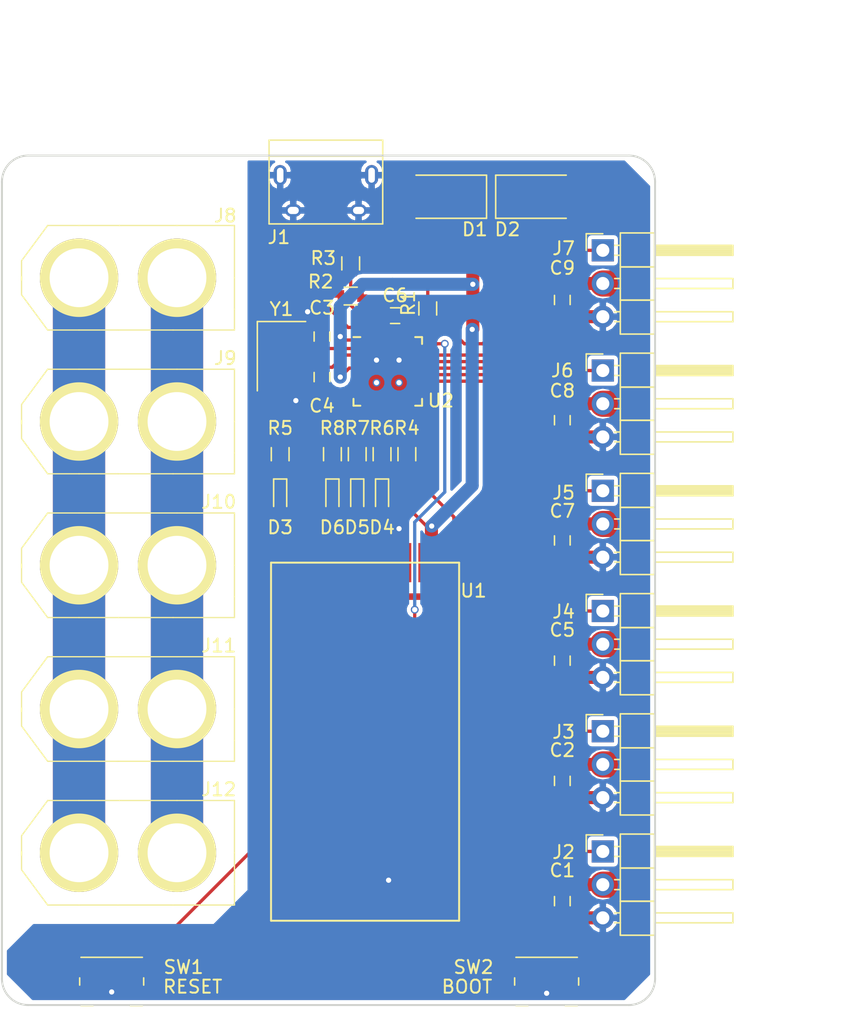
<source format=kicad_pcb>
(kicad_pcb (version 4) (host pcbnew 4.0.6)

  (general
    (links 93)
    (no_connects 0)
    (area 99.984999 100.004999 150.135001 165.155001)
    (thickness 1.6)
    (drawings 12)
    (tracks 293)
    (zones 0)
    (modules 40)
    (nets 41)
  )

  (page A4)
  (layers
    (0 F.Cu signal)
    (31 B.Cu signal)
    (32 B.Adhes user)
    (33 F.Adhes user)
    (34 B.Paste user)
    (35 F.Paste user)
    (36 B.SilkS user)
    (37 F.SilkS user)
    (38 B.Mask user)
    (39 F.Mask user)
    (40 Dwgs.User user)
    (41 Cmts.User user)
    (42 Eco1.User user)
    (43 Eco2.User user)
    (44 Edge.Cuts user)
    (45 Margin user)
    (46 B.CrtYd user)
    (47 F.CrtYd user)
    (48 B.Fab user)
    (49 F.Fab user)
  )

  (setup
    (last_trace_width 0.25)
    (user_trace_width 0.4)
    (user_trace_width 0.5)
    (user_trace_width 1)
    (user_trace_width 2)
    (user_trace_width 4)
    (trace_clearance 0.15)
    (zone_clearance 0.3)
    (zone_45_only yes)
    (trace_min 0.2)
    (segment_width 0.2)
    (edge_width 0.15)
    (via_size 0.6)
    (via_drill 0.4)
    (via_min_size 0.4)
    (via_min_drill 0.3)
    (uvia_size 0.3)
    (uvia_drill 0.1)
    (uvias_allowed no)
    (uvia_min_size 0.2)
    (uvia_min_drill 0.1)
    (pcb_text_width 0.3)
    (pcb_text_size 1.5 1.5)
    (mod_edge_width 0.15)
    (mod_text_size 1 1)
    (mod_text_width 0.15)
    (pad_size 1.725 1.725)
    (pad_drill 0)
    (pad_to_mask_clearance 0.2)
    (aux_axis_origin 11.96 11.98)
    (grid_origin 100.06 100.08)
    (visible_elements 7FFFFF7F)
    (pcbplotparams
      (layerselection 0x00030_80000001)
      (usegerberextensions false)
      (excludeedgelayer true)
      (linewidth 0.100000)
      (plotframeref false)
      (viasonmask false)
      (mode 1)
      (useauxorigin false)
      (hpglpennumber 1)
      (hpglpenspeed 20)
      (hpglpendiameter 15)
      (hpglpenoverlay 2)
      (psnegative false)
      (psa4output false)
      (plotreference true)
      (plotvalue true)
      (plotinvisibletext false)
      (padsonsilk false)
      (subtractmaskfromsilk false)
      (outputformat 1)
      (mirror false)
      (drillshape 1)
      (scaleselection 1)
      (outputdirectory ""))
  )

  (net 0 "")
  (net 1 GND)
  (net 2 "Net-(C3-Pad2)")
  (net 3 VCC)
  (net 4 /USB_N)
  (net 5 /USB_P)
  (net 6 "Net-(R2-Pad1)")
  (net 7 "Net-(R3-Pad1)")
  (net 8 "Net-(C4-Pad2)")
  (net 9 /VBUS)
  (net 10 "Net-(D6-Pad1)")
  (net 11 /CH4)
  (net 12 /CH0)
  (net 13 /CH1)
  (net 14 /CH2)
  (net 15 /CH3)
  (net 16 "Net-(R6-Pad2)")
  (net 17 "Net-(R7-Pad2)")
  (net 18 "Net-(J10-Pad1)")
  (net 19 "Net-(J10-Pad2)")
  (net 20 "Net-(R1-Pad2)")
  (net 21 "Net-(C1-Pad1)")
  (net 22 "Net-(C6-Pad2)")
  (net 23 "Net-(D3-Pad1)")
  (net 24 "Net-(D4-Pad1)")
  (net 25 "Net-(D5-Pad1)")
  (net 26 "Net-(J1-Pad4)")
  (net 27 /CH5)
  (net 28 "Net-(R4-Pad1)")
  (net 29 "Net-(R8-Pad2)")
  (net 30 /MCU_TXD)
  (net 31 /MCU_RXD)
  (net 32 "Net-(U2-Pad5)")
  (net 33 "Net-(U2-Pad6)")
  (net 34 "Net-(U2-Pad7)")
  (net 35 "Net-(U2-Pad26)")
  (net 36 "Net-(U2-Pad14)")
  (net 37 "Net-(U2-Pad15)")
  (net 38 "Net-(U2-Pad16)")
  (net 39 "Net-(U2-Pad17)")
  (net 40 "Net-(U2-Pad18)")

  (net_class Default "This is the default net class."
    (clearance 0.15)
    (trace_width 0.25)
    (via_dia 0.6)
    (via_drill 0.4)
    (uvia_dia 0.3)
    (uvia_drill 0.1)
    (add_net /CH0)
    (add_net /CH1)
    (add_net /CH2)
    (add_net /CH3)
    (add_net /CH4)
    (add_net /CH5)
    (add_net /MCU_RXD)
    (add_net /MCU_TXD)
    (add_net /USB_N)
    (add_net /USB_P)
    (add_net /VBUS)
    (add_net GND)
    (add_net "Net-(C1-Pad1)")
    (add_net "Net-(C3-Pad2)")
    (add_net "Net-(C4-Pad2)")
    (add_net "Net-(C6-Pad2)")
    (add_net "Net-(D3-Pad1)")
    (add_net "Net-(D4-Pad1)")
    (add_net "Net-(D5-Pad1)")
    (add_net "Net-(D6-Pad1)")
    (add_net "Net-(J1-Pad4)")
    (add_net "Net-(J10-Pad1)")
    (add_net "Net-(J10-Pad2)")
    (add_net "Net-(R1-Pad2)")
    (add_net "Net-(R2-Pad1)")
    (add_net "Net-(R3-Pad1)")
    (add_net "Net-(R4-Pad1)")
    (add_net "Net-(R6-Pad2)")
    (add_net "Net-(R7-Pad2)")
    (add_net "Net-(R8-Pad2)")
    (add_net "Net-(U2-Pad14)")
    (add_net "Net-(U2-Pad15)")
    (add_net "Net-(U2-Pad16)")
    (add_net "Net-(U2-Pad17)")
    (add_net "Net-(U2-Pad18)")
    (add_net "Net-(U2-Pad26)")
    (add_net "Net-(U2-Pad5)")
    (add_net "Net-(U2-Pad6)")
    (add_net "Net-(U2-Pad7)")
    (add_net VCC)
  )

  (net_class Power ""
    (clearance 0.15)
    (trace_width 1)
    (via_dia 1.5)
    (via_drill 1)
    (uvia_dia 0.3)
    (uvia_drill 0.1)
  )

  (module Capacitors_SMD:C_0603 (layer F.Cu) (tedit 593E08D7) (tstamp 593A25FD)
    (at 142.96 147.93 270)
    (descr "Capacitor SMD 0603, reflow soldering, AVX (see smccp.pdf)")
    (tags "capacitor 0603")
    (path /593DABEF)
    (attr smd)
    (fp_text reference C2 (at -2.35 0 360) (layer F.SilkS)
      (effects (font (size 1 1) (thickness 0.15)))
    )
    (fp_text value 1uF (at 0.11 3.03 270) (layer F.Fab) hide
      (effects (font (size 1 1) (thickness 0.15)))
    )
    (fp_text user %R (at -2.69 0.03 270) (layer F.Fab) hide
      (effects (font (size 1 1) (thickness 0.15)))
    )
    (fp_line (start -0.8 0.4) (end -0.8 -0.4) (layer F.Fab) (width 0.1))
    (fp_line (start 0.8 0.4) (end -0.8 0.4) (layer F.Fab) (width 0.1))
    (fp_line (start 0.8 -0.4) (end 0.8 0.4) (layer F.Fab) (width 0.1))
    (fp_line (start -0.8 -0.4) (end 0.8 -0.4) (layer F.Fab) (width 0.1))
    (fp_line (start -0.35 -0.6) (end 0.35 -0.6) (layer F.SilkS) (width 0.12))
    (fp_line (start 0.35 0.6) (end -0.35 0.6) (layer F.SilkS) (width 0.12))
    (fp_line (start -1.4 -0.65) (end 1.4 -0.65) (layer F.CrtYd) (width 0.05))
    (fp_line (start -1.4 -0.65) (end -1.4 0.65) (layer F.CrtYd) (width 0.05))
    (fp_line (start 1.4 0.65) (end 1.4 -0.65) (layer F.CrtYd) (width 0.05))
    (fp_line (start 1.4 0.65) (end -1.4 0.65) (layer F.CrtYd) (width 0.05))
    (pad 1 smd rect (at -0.75 0 270) (size 0.8 0.75) (layers F.Cu F.Paste F.Mask)
      (net 21 "Net-(C1-Pad1)"))
    (pad 2 smd rect (at 0.75 0 270) (size 0.8 0.75) (layers F.Cu F.Paste F.Mask)
      (net 1 GND))
    (model Capacitors_SMD.3dshapes/C_0603.wrl
      (at (xyz 0 0 0))
      (scale (xyz 1 1 1))
      (rotate (xyz 0 0 0))
    )
  )

  (module Capacitors_SMD:C_0603 (layer F.Cu) (tedit 593CB84A) (tstamp 593A260E)
    (at 124.56 113.93 270)
    (descr "Capacitor SMD 0603, reflow soldering, AVX (see smccp.pdf)")
    (tags "capacitor 0603")
    (path /593A39DF)
    (attr smd)
    (fp_text reference C3 (at -2.2 0 360) (layer F.SilkS)
      (effects (font (size 1 1) (thickness 0.15)))
    )
    (fp_text value 30pF (at 3.2 0.2 270) (layer F.Fab) hide
      (effects (font (size 1 1) (thickness 0.15)))
    )
    (fp_text user %R (at 2.8 -1.3 270) (layer F.Fab) hide
      (effects (font (size 1 1) (thickness 0.15)))
    )
    (fp_line (start -0.8 0.4) (end -0.8 -0.4) (layer F.Fab) (width 0.1))
    (fp_line (start 0.8 0.4) (end -0.8 0.4) (layer F.Fab) (width 0.1))
    (fp_line (start 0.8 -0.4) (end 0.8 0.4) (layer F.Fab) (width 0.1))
    (fp_line (start -0.8 -0.4) (end 0.8 -0.4) (layer F.Fab) (width 0.1))
    (fp_line (start -0.35 -0.6) (end 0.35 -0.6) (layer F.SilkS) (width 0.12))
    (fp_line (start 0.35 0.6) (end -0.35 0.6) (layer F.SilkS) (width 0.12))
    (fp_line (start -1.4 -0.65) (end 1.4 -0.65) (layer F.CrtYd) (width 0.05))
    (fp_line (start -1.4 -0.65) (end -1.4 0.65) (layer F.CrtYd) (width 0.05))
    (fp_line (start 1.4 0.65) (end 1.4 -0.65) (layer F.CrtYd) (width 0.05))
    (fp_line (start 1.4 0.65) (end -1.4 0.65) (layer F.CrtYd) (width 0.05))
    (pad 1 smd rect (at -0.75 0 270) (size 0.8 0.75) (layers F.Cu F.Paste F.Mask)
      (net 1 GND))
    (pad 2 smd rect (at 0.75 0 270) (size 0.8 0.75) (layers F.Cu F.Paste F.Mask)
      (net 2 "Net-(C3-Pad2)"))
    (model Capacitors_SMD.3dshapes/C_0603.wrl
      (at (xyz 0 0 0))
      (scale (xyz 1 1 1))
      (rotate (xyz 0 0 0))
    )
  )

  (module Resistors_SMD:R_0603 (layer F.Cu) (tedit 593DE7D5) (tstamp 593A2635)
    (at 132.66 111.78 270)
    (descr "Resistor SMD 0603, reflow soldering, Vishay (see dcrcw.pdf)")
    (tags "resistor 0603")
    (path /593A4342)
    (attr smd)
    (fp_text reference R1 (at -0.4 1.5 450) (layer F.SilkS)
      (effects (font (size 1 1) (thickness 0.15)))
    )
    (fp_text value 10k (at 0 1.5 270) (layer F.Fab) hide
      (effects (font (size 1 1) (thickness 0.15)))
    )
    (fp_text user %R (at 0 0 270) (layer F.Fab) hide
      (effects (font (size 0.5 0.5) (thickness 0.075)))
    )
    (fp_line (start -0.8 0.4) (end -0.8 -0.4) (layer F.Fab) (width 0.1))
    (fp_line (start 0.8 0.4) (end -0.8 0.4) (layer F.Fab) (width 0.1))
    (fp_line (start 0.8 -0.4) (end 0.8 0.4) (layer F.Fab) (width 0.1))
    (fp_line (start -0.8 -0.4) (end 0.8 -0.4) (layer F.Fab) (width 0.1))
    (fp_line (start 0.5 0.68) (end -0.5 0.68) (layer F.SilkS) (width 0.12))
    (fp_line (start -0.5 -0.68) (end 0.5 -0.68) (layer F.SilkS) (width 0.12))
    (fp_line (start -1.25 -0.7) (end 1.25 -0.7) (layer F.CrtYd) (width 0.05))
    (fp_line (start -1.25 -0.7) (end -1.25 0.7) (layer F.CrtYd) (width 0.05))
    (fp_line (start 1.25 0.7) (end 1.25 -0.7) (layer F.CrtYd) (width 0.05))
    (fp_line (start 1.25 0.7) (end -1.25 0.7) (layer F.CrtYd) (width 0.05))
    (pad 1 smd rect (at -0.75 0 270) (size 0.5 0.9) (layers F.Cu F.Paste F.Mask)
      (net 3 VCC))
    (pad 2 smd rect (at 0.75 0 270) (size 0.5 0.9) (layers F.Cu F.Paste F.Mask)
      (net 20 "Net-(R1-Pad2)"))
    (model ${KISYS3DMOD}/Resistors_SMD.3dshapes/R_0603.wrl
      (at (xyz 0 0 0))
      (scale (xyz 1 1 1))
      (rotate (xyz 0 0 0))
    )
  )

  (module Resistors_SMD:R_0603 (layer F.Cu) (tedit 593CBE71) (tstamp 593A2646)
    (at 126.76 110.83 180)
    (descr "Resistor SMD 0603, reflow soldering, Vishay (see dcrcw.pdf)")
    (tags "resistor 0603")
    (path /593A2854)
    (attr smd)
    (fp_text reference R2 (at 2.3 1.1 360) (layer F.SilkS)
      (effects (font (size 1 1) (thickness 0.15)))
    )
    (fp_text value 22 (at 0 1.5 180) (layer F.Fab) hide
      (effects (font (size 1 1) (thickness 0.15)))
    )
    (fp_text user %R (at 0 0 180) (layer F.Fab) hide
      (effects (font (size 0.5 0.5) (thickness 0.075)))
    )
    (fp_line (start -0.8 0.4) (end -0.8 -0.4) (layer F.Fab) (width 0.1))
    (fp_line (start 0.8 0.4) (end -0.8 0.4) (layer F.Fab) (width 0.1))
    (fp_line (start 0.8 -0.4) (end 0.8 0.4) (layer F.Fab) (width 0.1))
    (fp_line (start -0.8 -0.4) (end 0.8 -0.4) (layer F.Fab) (width 0.1))
    (fp_line (start 0.5 0.68) (end -0.5 0.68) (layer F.SilkS) (width 0.12))
    (fp_line (start -0.5 -0.68) (end 0.5 -0.68) (layer F.SilkS) (width 0.12))
    (fp_line (start -1.25 -0.7) (end 1.25 -0.7) (layer F.CrtYd) (width 0.05))
    (fp_line (start -1.25 -0.7) (end -1.25 0.7) (layer F.CrtYd) (width 0.05))
    (fp_line (start 1.25 0.7) (end 1.25 -0.7) (layer F.CrtYd) (width 0.05))
    (fp_line (start 1.25 0.7) (end -1.25 0.7) (layer F.CrtYd) (width 0.05))
    (pad 1 smd rect (at -0.75 0 180) (size 0.5 0.9) (layers F.Cu F.Paste F.Mask)
      (net 6 "Net-(R2-Pad1)"))
    (pad 2 smd rect (at 0.75 0 180) (size 0.5 0.9) (layers F.Cu F.Paste F.Mask)
      (net 5 /USB_P))
    (model ${KISYS3DMOD}/Resistors_SMD.3dshapes/R_0603.wrl
      (at (xyz 0 0 0))
      (scale (xyz 1 1 1))
      (rotate (xyz 0 0 0))
    )
  )

  (module Resistors_SMD:R_0603 (layer F.Cu) (tedit 593CB941) (tstamp 593A2657)
    (at 126.76 108.33 90)
    (descr "Resistor SMD 0603, reflow soldering, Vishay (see dcrcw.pdf)")
    (tags "resistor 0603")
    (path /593A288B)
    (attr smd)
    (fp_text reference R3 (at 0.4 -2.1 180) (layer F.SilkS)
      (effects (font (size 1 1) (thickness 0.15)))
    )
    (fp_text value 22 (at 0 1.5 90) (layer F.Fab) hide
      (effects (font (size 1 1) (thickness 0.15)))
    )
    (fp_text user %R (at 0 0 90) (layer F.Fab) hide
      (effects (font (size 0.5 0.5) (thickness 0.075)))
    )
    (fp_line (start -0.8 0.4) (end -0.8 -0.4) (layer F.Fab) (width 0.1))
    (fp_line (start 0.8 0.4) (end -0.8 0.4) (layer F.Fab) (width 0.1))
    (fp_line (start 0.8 -0.4) (end 0.8 0.4) (layer F.Fab) (width 0.1))
    (fp_line (start -0.8 -0.4) (end 0.8 -0.4) (layer F.Fab) (width 0.1))
    (fp_line (start 0.5 0.68) (end -0.5 0.68) (layer F.SilkS) (width 0.12))
    (fp_line (start -0.5 -0.68) (end 0.5 -0.68) (layer F.SilkS) (width 0.12))
    (fp_line (start -1.25 -0.7) (end 1.25 -0.7) (layer F.CrtYd) (width 0.05))
    (fp_line (start -1.25 -0.7) (end -1.25 0.7) (layer F.CrtYd) (width 0.05))
    (fp_line (start 1.25 0.7) (end 1.25 -0.7) (layer F.CrtYd) (width 0.05))
    (fp_line (start 1.25 0.7) (end -1.25 0.7) (layer F.CrtYd) (width 0.05))
    (pad 1 smd rect (at -0.75 0 90) (size 0.5 0.9) (layers F.Cu F.Paste F.Mask)
      (net 7 "Net-(R3-Pad1)"))
    (pad 2 smd rect (at 0.75 0 90) (size 0.5 0.9) (layers F.Cu F.Paste F.Mask)
      (net 4 /USB_N))
    (model ${KISYS3DMOD}/Resistors_SMD.3dshapes/R_0603.wrl
      (at (xyz 0 0 0))
      (scale (xyz 1 1 1))
      (rotate (xyz 0 0 0))
    )
  )

  (module Crystals:Crystal_SMD_5032-4pin_5.0x3.2mm (layer F.Cu) (tedit 593CB84E) (tstamp 593A26A7)
    (at 121.46 115.43 270)
    (descr "SMD Crystal SERIES SMD2520/4 http://www.icbase.com/File/PDF/HKC/HKC00061008.pdf, 5.0x3.2mm^2 package")
    (tags "SMD SMT crystal")
    (path /593A1672)
    (attr smd)
    (fp_text reference Y1 (at -3.6 0 540) (layer F.SilkS)
      (effects (font (size 1 1) (thickness 0.15)))
    )
    (fp_text value Crystal_GND24 (at 0.43 4.99 270) (layer F.Fab) hide
      (effects (font (size 1 1) (thickness 0.15)))
    )
    (fp_text user %R (at -0.47 2.89 360) (layer F.Fab) hide
      (effects (font (size 1 1) (thickness 0.15)))
    )
    (fp_line (start -2.3 -1.6) (end 2.3 -1.6) (layer F.Fab) (width 0.1))
    (fp_line (start 2.3 -1.6) (end 2.5 -1.4) (layer F.Fab) (width 0.1))
    (fp_line (start 2.5 -1.4) (end 2.5 1.4) (layer F.Fab) (width 0.1))
    (fp_line (start 2.5 1.4) (end 2.3 1.6) (layer F.Fab) (width 0.1))
    (fp_line (start 2.3 1.6) (end -2.3 1.6) (layer F.Fab) (width 0.1))
    (fp_line (start -2.3 1.6) (end -2.5 1.4) (layer F.Fab) (width 0.1))
    (fp_line (start -2.5 1.4) (end -2.5 -1.4) (layer F.Fab) (width 0.1))
    (fp_line (start -2.5 -1.4) (end -2.3 -1.6) (layer F.Fab) (width 0.1))
    (fp_line (start -2.5 0.6) (end -1.5 1.6) (layer F.Fab) (width 0.1))
    (fp_line (start -2.65 -1.85) (end -2.65 1.85) (layer F.SilkS) (width 0.12))
    (fp_line (start -2.65 1.85) (end 2.65 1.85) (layer F.SilkS) (width 0.12))
    (fp_line (start -2.8 -1.9) (end -2.8 1.9) (layer F.CrtYd) (width 0.05))
    (fp_line (start -2.8 1.9) (end 2.8 1.9) (layer F.CrtYd) (width 0.05))
    (fp_line (start 2.8 1.9) (end 2.8 -1.9) (layer F.CrtYd) (width 0.05))
    (fp_line (start 2.8 -1.9) (end -2.8 -1.9) (layer F.CrtYd) (width 0.05))
    (pad 1 smd rect (at -1.65 1 270) (size 1.6 1.3) (layers F.Cu F.Paste F.Mask)
      (net 2 "Net-(C3-Pad2)"))
    (pad 2 smd rect (at 1.65 1 270) (size 1.6 1.3) (layers F.Cu F.Paste F.Mask)
      (net 1 GND))
    (pad 3 smd rect (at 1.65 -1 270) (size 1.6 1.3) (layers F.Cu F.Paste F.Mask)
      (net 8 "Net-(C4-Pad2)"))
    (pad 4 smd rect (at -1.65 -1 270) (size 1.6 1.3) (layers F.Cu F.Paste F.Mask)
      (net 1 GND))
    (model ${KISYS3DMOD}/Crystals.3dshapes/Crystal_SMD_5032-4pin_5.0x3.2mm.wrl
      (at (xyz 0 0 0))
      (scale (xyz 1 1 1))
      (rotate (xyz 0 0 0))
    )
  )

  (module Capacitors_SMD:C_0603 (layer F.Cu) (tedit 593CB84B) (tstamp 593B4027)
    (at 124.56 117.03 90)
    (descr "Capacitor SMD 0603, reflow soldering, AVX (see smccp.pdf)")
    (tags "capacitor 0603")
    (path /593A395A)
    (attr smd)
    (fp_text reference C4 (at -2.2 0 180) (layer F.SilkS)
      (effects (font (size 1 1) (thickness 0.15)))
    )
    (fp_text value 30pF (at 0 1.5 90) (layer F.Fab) hide
      (effects (font (size 1 1) (thickness 0.15)))
    )
    (fp_text user %R (at 0 -1.5 180) (layer F.Fab) hide
      (effects (font (size 1 1) (thickness 0.15)))
    )
    (fp_line (start -0.8 0.4) (end -0.8 -0.4) (layer F.Fab) (width 0.1))
    (fp_line (start 0.8 0.4) (end -0.8 0.4) (layer F.Fab) (width 0.1))
    (fp_line (start 0.8 -0.4) (end 0.8 0.4) (layer F.Fab) (width 0.1))
    (fp_line (start -0.8 -0.4) (end 0.8 -0.4) (layer F.Fab) (width 0.1))
    (fp_line (start -0.35 -0.6) (end 0.35 -0.6) (layer F.SilkS) (width 0.12))
    (fp_line (start 0.35 0.6) (end -0.35 0.6) (layer F.SilkS) (width 0.12))
    (fp_line (start -1.4 -0.65) (end 1.4 -0.65) (layer F.CrtYd) (width 0.05))
    (fp_line (start -1.4 -0.65) (end -1.4 0.65) (layer F.CrtYd) (width 0.05))
    (fp_line (start 1.4 0.65) (end 1.4 -0.65) (layer F.CrtYd) (width 0.05))
    (fp_line (start 1.4 0.65) (end -1.4 0.65) (layer F.CrtYd) (width 0.05))
    (pad 1 smd rect (at -0.75 0 90) (size 0.8 0.75) (layers F.Cu F.Paste F.Mask)
      (net 1 GND))
    (pad 2 smd rect (at 0.75 0 90) (size 0.8 0.75) (layers F.Cu F.Paste F.Mask)
      (net 8 "Net-(C4-Pad2)"))
    (model Capacitors_SMD.3dshapes/C_0603.wrl
      (at (xyz 0 0 0))
      (scale (xyz 1 1 1))
      (rotate (xyz 0 0 0))
    )
  )

  (module Diodes_SMD:D_SMA (layer F.Cu) (tedit 593CB588) (tstamp 593B402D)
    (at 133.76 103.23 180)
    (descr "Diode SMA")
    (tags "Diode SMA")
    (path /593BC279)
    (attr smd)
    (fp_text reference D1 (at -2.5 -2.5 180) (layer F.SilkS)
      (effects (font (size 1 1) (thickness 0.15)))
    )
    (fp_text value D_Schottky_Small (at 0 2.6 180) (layer F.Fab) hide
      (effects (font (size 1 1) (thickness 0.15)))
    )
    (fp_text user %R (at 0 -2.5 180) (layer F.Fab) hide
      (effects (font (size 1 1) (thickness 0.15)))
    )
    (fp_line (start -3.4 -1.65) (end -3.4 1.65) (layer F.SilkS) (width 0.12))
    (fp_line (start 2.3 1.5) (end -2.3 1.5) (layer F.Fab) (width 0.1))
    (fp_line (start -2.3 1.5) (end -2.3 -1.5) (layer F.Fab) (width 0.1))
    (fp_line (start 2.3 -1.5) (end 2.3 1.5) (layer F.Fab) (width 0.1))
    (fp_line (start 2.3 -1.5) (end -2.3 -1.5) (layer F.Fab) (width 0.1))
    (fp_line (start -3.5 -1.75) (end 3.5 -1.75) (layer F.CrtYd) (width 0.05))
    (fp_line (start 3.5 -1.75) (end 3.5 1.75) (layer F.CrtYd) (width 0.05))
    (fp_line (start 3.5 1.75) (end -3.5 1.75) (layer F.CrtYd) (width 0.05))
    (fp_line (start -3.5 1.75) (end -3.5 -1.75) (layer F.CrtYd) (width 0.05))
    (fp_line (start -0.64944 0.00102) (end -1.55114 0.00102) (layer F.Fab) (width 0.1))
    (fp_line (start 0.50118 0.00102) (end 1.4994 0.00102) (layer F.Fab) (width 0.1))
    (fp_line (start -0.64944 -0.79908) (end -0.64944 0.80112) (layer F.Fab) (width 0.1))
    (fp_line (start 0.50118 0.75032) (end 0.50118 -0.79908) (layer F.Fab) (width 0.1))
    (fp_line (start -0.64944 0.00102) (end 0.50118 0.75032) (layer F.Fab) (width 0.1))
    (fp_line (start -0.64944 0.00102) (end 0.50118 -0.79908) (layer F.Fab) (width 0.1))
    (fp_line (start -3.4 1.65) (end 2 1.65) (layer F.SilkS) (width 0.12))
    (fp_line (start -3.4 -1.65) (end 2 -1.65) (layer F.SilkS) (width 0.12))
    (pad 1 smd rect (at -2 0 180) (size 2.5 1.8) (layers F.Cu F.Paste F.Mask)
      (net 3 VCC))
    (pad 2 smd rect (at 2 0 180) (size 2.5 1.8) (layers F.Cu F.Paste F.Mask)
      (net 9 /VBUS))
    (model ${KISYS3DMOD}/Diodes_SMD.3dshapes/D_SMA.wrl
      (at (xyz 0 0 0))
      (scale (xyz 1 1 1))
      (rotate (xyz 0 0 0))
    )
  )

  (module LEDs:LED_0603 (layer F.Cu) (tedit 593CBAE8) (tstamp 593B404B)
    (at 125.36 126.13 270)
    (descr "LED 0603 smd package")
    (tags "LED led 0603 SMD smd SMT smt smdled SMDLED smtled SMTLED")
    (path /593B3D19)
    (attr smd)
    (fp_text reference D6 (at 2.4 0 360) (layer F.SilkS)
      (effects (font (size 1 1) (thickness 0.15)))
    )
    (fp_text value RED (at 8 0 270) (layer F.Fab) hide
      (effects (font (size 1 1) (thickness 0.15)))
    )
    (fp_line (start -1.3 -0.5) (end -1.3 0.5) (layer F.SilkS) (width 0.12))
    (fp_line (start -0.2 -0.2) (end -0.2 0.2) (layer F.Fab) (width 0.1))
    (fp_line (start -0.15 0) (end 0.15 -0.2) (layer F.Fab) (width 0.1))
    (fp_line (start 0.15 0.2) (end -0.15 0) (layer F.Fab) (width 0.1))
    (fp_line (start 0.15 -0.2) (end 0.15 0.2) (layer F.Fab) (width 0.1))
    (fp_line (start 0.8 0.4) (end -0.8 0.4) (layer F.Fab) (width 0.1))
    (fp_line (start 0.8 -0.4) (end 0.8 0.4) (layer F.Fab) (width 0.1))
    (fp_line (start -0.8 -0.4) (end 0.8 -0.4) (layer F.Fab) (width 0.1))
    (fp_line (start -0.8 0.4) (end -0.8 -0.4) (layer F.Fab) (width 0.1))
    (fp_line (start -1.3 0.5) (end 0.8 0.5) (layer F.SilkS) (width 0.12))
    (fp_line (start -1.3 -0.5) (end 0.8 -0.5) (layer F.SilkS) (width 0.12))
    (fp_line (start 1.45 -0.65) (end 1.45 0.65) (layer F.CrtYd) (width 0.05))
    (fp_line (start 1.45 0.65) (end -1.45 0.65) (layer F.CrtYd) (width 0.05))
    (fp_line (start -1.45 0.65) (end -1.45 -0.65) (layer F.CrtYd) (width 0.05))
    (fp_line (start -1.45 -0.65) (end 1.45 -0.65) (layer F.CrtYd) (width 0.05))
    (pad 2 smd rect (at 0.8 0 90) (size 0.8 0.8) (layers F.Cu F.Paste F.Mask)
      (net 3 VCC))
    (pad 1 smd rect (at -0.8 0 90) (size 0.8 0.8) (layers F.Cu F.Paste F.Mask)
      (net 10 "Net-(D6-Pad1)"))
    (model LEDs.3dshapes/LED_0603.wrl
      (at (xyz 0 0 0))
      (scale (xyz 1 1 1))
      (rotate (xyz 0 0 180))
    )
  )

  (module Resistors_SMD:R_0603 (layer F.Cu) (tedit 593CBA9B) (tstamp 593B408C)
    (at 131.06 122.93 270)
    (descr "Resistor SMD 0603, reflow soldering, Vishay (see dcrcw.pdf)")
    (tags "resistor 0603")
    (path /593C1F0C)
    (attr smd)
    (fp_text reference R4 (at -2 0 360) (layer F.SilkS)
      (effects (font (size 1 1) (thickness 0.15)))
    )
    (fp_text value 10k (at 0 1.5 270) (layer F.Fab) hide
      (effects (font (size 1 1) (thickness 0.15)))
    )
    (fp_text user %R (at 0 0 270) (layer F.Fab) hide
      (effects (font (size 0.5 0.5) (thickness 0.075)))
    )
    (fp_line (start -0.8 0.4) (end -0.8 -0.4) (layer F.Fab) (width 0.1))
    (fp_line (start 0.8 0.4) (end -0.8 0.4) (layer F.Fab) (width 0.1))
    (fp_line (start 0.8 -0.4) (end 0.8 0.4) (layer F.Fab) (width 0.1))
    (fp_line (start -0.8 -0.4) (end 0.8 -0.4) (layer F.Fab) (width 0.1))
    (fp_line (start 0.5 0.68) (end -0.5 0.68) (layer F.SilkS) (width 0.12))
    (fp_line (start -0.5 -0.68) (end 0.5 -0.68) (layer F.SilkS) (width 0.12))
    (fp_line (start -1.25 -0.7) (end 1.25 -0.7) (layer F.CrtYd) (width 0.05))
    (fp_line (start -1.25 -0.7) (end -1.25 0.7) (layer F.CrtYd) (width 0.05))
    (fp_line (start 1.25 0.7) (end 1.25 -0.7) (layer F.CrtYd) (width 0.05))
    (fp_line (start 1.25 0.7) (end -1.25 0.7) (layer F.CrtYd) (width 0.05))
    (pad 1 smd rect (at -0.75 0 270) (size 0.5 0.9) (layers F.Cu F.Paste F.Mask)
      (net 28 "Net-(R4-Pad1)"))
    (pad 2 smd rect (at 0.75 0 270) (size 0.5 0.9) (layers F.Cu F.Paste F.Mask)
      (net 3 VCC))
    (model ${KISYS3DMOD}/Resistors_SMD.3dshapes/R_0603.wrl
      (at (xyz 0 0 0))
      (scale (xyz 1 1 1))
      (rotate (xyz 0 0 0))
    )
  )

  (module Resistors_SMD:R_0603 (layer F.Cu) (tedit 593CBA86) (tstamp 593B4092)
    (at 121.36 122.93 90)
    (descr "Resistor SMD 0603, reflow soldering, Vishay (see dcrcw.pdf)")
    (tags "resistor 0603")
    (path /593B75C3)
    (attr smd)
    (fp_text reference R5 (at 2 0 360) (layer F.SilkS)
      (effects (font (size 1 1) (thickness 0.15)))
    )
    (fp_text value 1K8 (at 0 1.5 90) (layer F.Fab) hide
      (effects (font (size 1 1) (thickness 0.15)))
    )
    (fp_text user %R (at -2.8 -3.1 90) (layer F.Fab) hide
      (effects (font (size 0.5 0.5) (thickness 0.075)))
    )
    (fp_line (start -0.8 0.4) (end -0.8 -0.4) (layer F.Fab) (width 0.1))
    (fp_line (start 0.8 0.4) (end -0.8 0.4) (layer F.Fab) (width 0.1))
    (fp_line (start 0.8 -0.4) (end 0.8 0.4) (layer F.Fab) (width 0.1))
    (fp_line (start -0.8 -0.4) (end 0.8 -0.4) (layer F.Fab) (width 0.1))
    (fp_line (start 0.5 0.68) (end -0.5 0.68) (layer F.SilkS) (width 0.12))
    (fp_line (start -0.5 -0.68) (end 0.5 -0.68) (layer F.SilkS) (width 0.12))
    (fp_line (start -1.25 -0.7) (end 1.25 -0.7) (layer F.CrtYd) (width 0.05))
    (fp_line (start -1.25 -0.7) (end -1.25 0.7) (layer F.CrtYd) (width 0.05))
    (fp_line (start 1.25 0.7) (end 1.25 -0.7) (layer F.CrtYd) (width 0.05))
    (fp_line (start 1.25 0.7) (end -1.25 0.7) (layer F.CrtYd) (width 0.05))
    (pad 1 smd rect (at -0.75 0 90) (size 0.5 0.9) (layers F.Cu F.Paste F.Mask)
      (net 23 "Net-(D3-Pad1)"))
    (pad 2 smd rect (at 0.75 0 90) (size 0.5 0.9) (layers F.Cu F.Paste F.Mask)
      (net 1 GND))
    (model ${KISYS3DMOD}/Resistors_SMD.3dshapes/R_0603.wrl
      (at (xyz 0 0 0))
      (scale (xyz 1 1 1))
      (rotate (xyz 0 0 0))
    )
  )

  (module Resistors_SMD:R_0603 (layer F.Cu) (tedit 593CBA92) (tstamp 593B4098)
    (at 129.16 122.93 90)
    (descr "Resistor SMD 0603, reflow soldering, Vishay (see dcrcw.pdf)")
    (tags "resistor 0603")
    (path /593B791E)
    (attr smd)
    (fp_text reference R6 (at 2 0 360) (layer F.SilkS)
      (effects (font (size 1 1) (thickness 0.15)))
    )
    (fp_text value 1K8 (at 0 1.5 90) (layer F.Fab) hide
      (effects (font (size 1 1) (thickness 0.15)))
    )
    (fp_text user %R (at 0 0 90) (layer F.Fab) hide
      (effects (font (size 0.5 0.5) (thickness 0.075)))
    )
    (fp_line (start -0.8 0.4) (end -0.8 -0.4) (layer F.Fab) (width 0.1))
    (fp_line (start 0.8 0.4) (end -0.8 0.4) (layer F.Fab) (width 0.1))
    (fp_line (start 0.8 -0.4) (end 0.8 0.4) (layer F.Fab) (width 0.1))
    (fp_line (start -0.8 -0.4) (end 0.8 -0.4) (layer F.Fab) (width 0.1))
    (fp_line (start 0.5 0.68) (end -0.5 0.68) (layer F.SilkS) (width 0.12))
    (fp_line (start -0.5 -0.68) (end 0.5 -0.68) (layer F.SilkS) (width 0.12))
    (fp_line (start -1.25 -0.7) (end 1.25 -0.7) (layer F.CrtYd) (width 0.05))
    (fp_line (start -1.25 -0.7) (end -1.25 0.7) (layer F.CrtYd) (width 0.05))
    (fp_line (start 1.25 0.7) (end 1.25 -0.7) (layer F.CrtYd) (width 0.05))
    (fp_line (start 1.25 0.7) (end -1.25 0.7) (layer F.CrtYd) (width 0.05))
    (pad 1 smd rect (at -0.75 0 90) (size 0.5 0.9) (layers F.Cu F.Paste F.Mask)
      (net 24 "Net-(D4-Pad1)"))
    (pad 2 smd rect (at 0.75 0 90) (size 0.5 0.9) (layers F.Cu F.Paste F.Mask)
      (net 16 "Net-(R6-Pad2)"))
    (model ${KISYS3DMOD}/Resistors_SMD.3dshapes/R_0603.wrl
      (at (xyz 0 0 0))
      (scale (xyz 1 1 1))
      (rotate (xyz 0 0 0))
    )
  )

  (module Resistors_SMD:R_0603 (layer F.Cu) (tedit 593CBA96) (tstamp 593B409E)
    (at 127.26 122.93 90)
    (descr "Resistor SMD 0603, reflow soldering, Vishay (see dcrcw.pdf)")
    (tags "resistor 0603")
    (path /593B796D)
    (attr smd)
    (fp_text reference R7 (at 2 0 180) (layer F.SilkS)
      (effects (font (size 1 1) (thickness 0.15)))
    )
    (fp_text value 3K (at 0 1.5 90) (layer F.Fab) hide
      (effects (font (size 1 1) (thickness 0.15)))
    )
    (fp_text user %R (at 3 0.4 90) (layer F.Fab) hide
      (effects (font (size 0.5 0.5) (thickness 0.075)))
    )
    (fp_line (start -0.8 0.4) (end -0.8 -0.4) (layer F.Fab) (width 0.1))
    (fp_line (start 0.8 0.4) (end -0.8 0.4) (layer F.Fab) (width 0.1))
    (fp_line (start 0.8 -0.4) (end 0.8 0.4) (layer F.Fab) (width 0.1))
    (fp_line (start -0.8 -0.4) (end 0.8 -0.4) (layer F.Fab) (width 0.1))
    (fp_line (start 0.5 0.68) (end -0.5 0.68) (layer F.SilkS) (width 0.12))
    (fp_line (start -0.5 -0.68) (end 0.5 -0.68) (layer F.SilkS) (width 0.12))
    (fp_line (start -1.25 -0.7) (end 1.25 -0.7) (layer F.CrtYd) (width 0.05))
    (fp_line (start -1.25 -0.7) (end -1.25 0.7) (layer F.CrtYd) (width 0.05))
    (fp_line (start 1.25 0.7) (end 1.25 -0.7) (layer F.CrtYd) (width 0.05))
    (fp_line (start 1.25 0.7) (end -1.25 0.7) (layer F.CrtYd) (width 0.05))
    (pad 1 smd rect (at -0.75 0 90) (size 0.5 0.9) (layers F.Cu F.Paste F.Mask)
      (net 25 "Net-(D5-Pad1)"))
    (pad 2 smd rect (at 0.75 0 90) (size 0.5 0.9) (layers F.Cu F.Paste F.Mask)
      (net 17 "Net-(R7-Pad2)"))
    (model ${KISYS3DMOD}/Resistors_SMD.3dshapes/R_0603.wrl
      (at (xyz 0 0 0))
      (scale (xyz 1 1 1))
      (rotate (xyz 0 0 0))
    )
  )

  (module modules:XT60 (layer F.Cu) (tedit 593E087A) (tstamp 593B8526)
    (at 105.96 109.43)
    (path /593D92A5)
    (fp_text reference J8 (at 11.2 -4.75) (layer F.SilkS)
      (effects (font (size 1 1) (thickness 0.15)))
    )
    (fp_text value CONN_01X02 (at 3.2 -5.9) (layer F.Fab) hide
      (effects (font (size 1 1) (thickness 0.15)))
    )
    (fp_line (start 7.2 4) (end 11.9 4) (layer F.SilkS) (width 0.1))
    (fp_line (start 11.9 4) (end 11.9 2.4) (layer F.SilkS) (width 0.1))
    (fp_line (start 7.5 -4) (end 11.7 -4) (layer F.SilkS) (width 0.1))
    (fp_line (start 11.7 -4) (end 11.8 -4) (layer F.SilkS) (width 0.1))
    (fp_line (start 11.8 -4) (end 11.9 -4) (layer F.SilkS) (width 0.1))
    (fp_line (start 11.9 -4) (end 11.9 0) (layer F.SilkS) (width 0.1))
    (fp_line (start -2.4 4) (end -4.4 1.3) (layer F.SilkS) (width 0.1))
    (fp_line (start -2.4 -4) (end -4.4 -1.3) (layer F.SilkS) (width 0.1))
    (fp_line (start -4.4 0) (end -4.4 1.25) (layer F.SilkS) (width 0.1))
    (fp_line (start -4.4 0) (end -4.4 -1.25) (layer F.SilkS) (width 0.1))
    (fp_line (start 0 4) (end -2.4 4) (layer F.SilkS) (width 0.1))
    (fp_line (start 3 4) (end 0 4) (layer F.SilkS) (width 0.1))
    (fp_line (start 0 -4) (end -2.4 -4) (layer F.SilkS) (width 0.1))
    (fp_line (start 3.1 -4) (end 0 -4) (layer F.SilkS) (width 0.1))
    (fp_line (start -4.4 -0.1) (end -4.4 0.2) (layer F.SilkS) (width 0.1))
    (fp_line (start 11.9 0) (end 11.9 2.4) (layer F.SilkS) (width 0.1))
    (fp_line (start 7.5 -4) (end 3.1 -4) (layer F.SilkS) (width 0.1))
    (fp_line (start 7.2 4) (end 3 4) (layer F.SilkS) (width 0.1))
    (pad 1 thru_hole circle (at 0 0) (size 6 6) (drill 4.5) (layers *.Cu *.Mask F.SilkS)
      (net 18 "Net-(J10-Pad1)"))
    (pad 2 thru_hole circle (at 7.5 0) (size 6 6) (drill 4.5) (layers *.Cu *.Mask F.SilkS)
      (net 19 "Net-(J10-Pad2)"))
  )

  (module modules:XT60 (layer F.Cu) (tedit 593E0884) (tstamp 593B852C)
    (at 105.96 120.43)
    (path /593D933F)
    (fp_text reference J9 (at 11.2 -4.85) (layer F.SilkS)
      (effects (font (size 1 1) (thickness 0.15)))
    )
    (fp_text value CONN_01X02 (at 3.2 -5.9) (layer F.Fab) hide
      (effects (font (size 1 1) (thickness 0.15)))
    )
    (fp_line (start 7.2 4) (end 11.9 4) (layer F.SilkS) (width 0.1))
    (fp_line (start 11.9 4) (end 11.9 2.4) (layer F.SilkS) (width 0.1))
    (fp_line (start 7.5 -4) (end 11.7 -4) (layer F.SilkS) (width 0.1))
    (fp_line (start 11.7 -4) (end 11.8 -4) (layer F.SilkS) (width 0.1))
    (fp_line (start 11.8 -4) (end 11.9 -4) (layer F.SilkS) (width 0.1))
    (fp_line (start 11.9 -4) (end 11.9 0) (layer F.SilkS) (width 0.1))
    (fp_line (start -2.4 4) (end -4.4 1.3) (layer F.SilkS) (width 0.1))
    (fp_line (start -2.4 -4) (end -4.4 -1.3) (layer F.SilkS) (width 0.1))
    (fp_line (start -4.4 0) (end -4.4 1.25) (layer F.SilkS) (width 0.1))
    (fp_line (start -4.4 0) (end -4.4 -1.25) (layer F.SilkS) (width 0.1))
    (fp_line (start 0 4) (end -2.4 4) (layer F.SilkS) (width 0.1))
    (fp_line (start 3 4) (end 0 4) (layer F.SilkS) (width 0.1))
    (fp_line (start 0 -4) (end -2.4 -4) (layer F.SilkS) (width 0.1))
    (fp_line (start 3.1 -4) (end 0 -4) (layer F.SilkS) (width 0.1))
    (fp_line (start -4.4 -0.1) (end -4.4 0.2) (layer F.SilkS) (width 0.1))
    (fp_line (start 11.9 0) (end 11.9 2.4) (layer F.SilkS) (width 0.1))
    (fp_line (start 7.5 -4) (end 3.1 -4) (layer F.SilkS) (width 0.1))
    (fp_line (start 7.2 4) (end 3 4) (layer F.SilkS) (width 0.1))
    (pad 1 thru_hole circle (at 0 0) (size 6 6) (drill 4.5) (layers *.Cu *.Mask F.SilkS)
      (net 18 "Net-(J10-Pad1)"))
    (pad 2 thru_hole circle (at 7.5 0) (size 6 6) (drill 4.5) (layers *.Cu *.Mask F.SilkS)
      (net 19 "Net-(J10-Pad2)"))
  )

  (module modules:XT60 (layer F.Cu) (tedit 593E08A0) (tstamp 593B8532)
    (at 105.96 131.43)
    (path /593D93B6)
    (fp_text reference J10 (at 10.7 -4.85) (layer F.SilkS)
      (effects (font (size 1 1) (thickness 0.15)))
    )
    (fp_text value CONN_01X02 (at 3.2 -5.9) (layer F.Fab) hide
      (effects (font (size 1 1) (thickness 0.15)))
    )
    (fp_line (start 7.2 4) (end 11.9 4) (layer F.SilkS) (width 0.1))
    (fp_line (start 11.9 4) (end 11.9 2.4) (layer F.SilkS) (width 0.1))
    (fp_line (start 7.5 -4) (end 11.7 -4) (layer F.SilkS) (width 0.1))
    (fp_line (start 11.7 -4) (end 11.8 -4) (layer F.SilkS) (width 0.1))
    (fp_line (start 11.8 -4) (end 11.9 -4) (layer F.SilkS) (width 0.1))
    (fp_line (start 11.9 -4) (end 11.9 0) (layer F.SilkS) (width 0.1))
    (fp_line (start -2.4 4) (end -4.4 1.3) (layer F.SilkS) (width 0.1))
    (fp_line (start -2.4 -4) (end -4.4 -1.3) (layer F.SilkS) (width 0.1))
    (fp_line (start -4.4 0) (end -4.4 1.25) (layer F.SilkS) (width 0.1))
    (fp_line (start -4.4 0) (end -4.4 -1.25) (layer F.SilkS) (width 0.1))
    (fp_line (start 0 4) (end -2.4 4) (layer F.SilkS) (width 0.1))
    (fp_line (start 3 4) (end 0 4) (layer F.SilkS) (width 0.1))
    (fp_line (start 0 -4) (end -2.4 -4) (layer F.SilkS) (width 0.1))
    (fp_line (start 3.1 -4) (end 0 -4) (layer F.SilkS) (width 0.1))
    (fp_line (start -4.4 -0.1) (end -4.4 0.2) (layer F.SilkS) (width 0.1))
    (fp_line (start 11.9 0) (end 11.9 2.4) (layer F.SilkS) (width 0.1))
    (fp_line (start 7.5 -4) (end 3.1 -4) (layer F.SilkS) (width 0.1))
    (fp_line (start 7.2 4) (end 3 4) (layer F.SilkS) (width 0.1))
    (pad 1 thru_hole circle (at 0 0) (size 6 6) (drill 4.5) (layers *.Cu *.Mask F.SilkS)
      (net 18 "Net-(J10-Pad1)"))
    (pad 2 thru_hole circle (at 7.5 0) (size 6 6) (drill 4.5) (layers *.Cu *.Mask F.SilkS)
      (net 19 "Net-(J10-Pad2)"))
  )

  (module modules:XT60 (layer F.Cu) (tedit 593E08A4) (tstamp 593B8538)
    (at 105.96 142.43)
    (path /593D9436)
    (fp_text reference J11 (at 10.7 -4.85) (layer F.SilkS)
      (effects (font (size 1 1) (thickness 0.15)))
    )
    (fp_text value CONN_01X02 (at 3.2 -5.9) (layer F.Fab) hide
      (effects (font (size 1 1) (thickness 0.15)))
    )
    (fp_line (start 7.2 4) (end 11.9 4) (layer F.SilkS) (width 0.1))
    (fp_line (start 11.9 4) (end 11.9 2.4) (layer F.SilkS) (width 0.1))
    (fp_line (start 7.5 -4) (end 11.7 -4) (layer F.SilkS) (width 0.1))
    (fp_line (start 11.7 -4) (end 11.8 -4) (layer F.SilkS) (width 0.1))
    (fp_line (start 11.8 -4) (end 11.9 -4) (layer F.SilkS) (width 0.1))
    (fp_line (start 11.9 -4) (end 11.9 0) (layer F.SilkS) (width 0.1))
    (fp_line (start -2.4 4) (end -4.4 1.3) (layer F.SilkS) (width 0.1))
    (fp_line (start -2.4 -4) (end -4.4 -1.3) (layer F.SilkS) (width 0.1))
    (fp_line (start -4.4 0) (end -4.4 1.25) (layer F.SilkS) (width 0.1))
    (fp_line (start -4.4 0) (end -4.4 -1.25) (layer F.SilkS) (width 0.1))
    (fp_line (start 0 4) (end -2.4 4) (layer F.SilkS) (width 0.1))
    (fp_line (start 3 4) (end 0 4) (layer F.SilkS) (width 0.1))
    (fp_line (start 0 -4) (end -2.4 -4) (layer F.SilkS) (width 0.1))
    (fp_line (start 3.1 -4) (end 0 -4) (layer F.SilkS) (width 0.1))
    (fp_line (start -4.4 -0.1) (end -4.4 0.2) (layer F.SilkS) (width 0.1))
    (fp_line (start 11.9 0) (end 11.9 2.4) (layer F.SilkS) (width 0.1))
    (fp_line (start 7.5 -4) (end 3.1 -4) (layer F.SilkS) (width 0.1))
    (fp_line (start 7.2 4) (end 3 4) (layer F.SilkS) (width 0.1))
    (pad 1 thru_hole circle (at 0 0) (size 6 6) (drill 4.5) (layers *.Cu *.Mask F.SilkS)
      (net 18 "Net-(J10-Pad1)"))
    (pad 2 thru_hole circle (at 7.5 0) (size 6 6) (drill 4.5) (layers *.Cu *.Mask F.SilkS)
      (net 19 "Net-(J10-Pad2)"))
  )

  (module Resistors_SMD:R_0603 (layer F.Cu) (tedit 593CBA8C) (tstamp 593BCDEC)
    (at 125.36 122.93 90)
    (descr "Resistor SMD 0603, reflow soldering, Vishay (see dcrcw.pdf)")
    (tags "resistor 0603")
    (path /593B79B5)
    (attr smd)
    (fp_text reference R8 (at 2 0 360) (layer F.SilkS)
      (effects (font (size 1 1) (thickness 0.15)))
    )
    (fp_text value 3K (at 0 1.5 90) (layer F.Fab) hide
      (effects (font (size 1 1) (thickness 0.15)))
    )
    (fp_text user %R (at 0 0 90) (layer F.Fab) hide
      (effects (font (size 0.5 0.5) (thickness 0.075)))
    )
    (fp_line (start -0.8 0.4) (end -0.8 -0.4) (layer F.Fab) (width 0.1))
    (fp_line (start 0.8 0.4) (end -0.8 0.4) (layer F.Fab) (width 0.1))
    (fp_line (start 0.8 -0.4) (end 0.8 0.4) (layer F.Fab) (width 0.1))
    (fp_line (start -0.8 -0.4) (end 0.8 -0.4) (layer F.Fab) (width 0.1))
    (fp_line (start 0.5 0.68) (end -0.5 0.68) (layer F.SilkS) (width 0.12))
    (fp_line (start -0.5 -0.68) (end 0.5 -0.68) (layer F.SilkS) (width 0.12))
    (fp_line (start -1.25 -0.7) (end 1.25 -0.7) (layer F.CrtYd) (width 0.05))
    (fp_line (start -1.25 -0.7) (end -1.25 0.7) (layer F.CrtYd) (width 0.05))
    (fp_line (start 1.25 0.7) (end 1.25 -0.7) (layer F.CrtYd) (width 0.05))
    (fp_line (start 1.25 0.7) (end -1.25 0.7) (layer F.CrtYd) (width 0.05))
    (pad 1 smd rect (at -0.75 0 90) (size 0.5 0.9) (layers F.Cu F.Paste F.Mask)
      (net 10 "Net-(D6-Pad1)"))
    (pad 2 smd rect (at 0.75 0 90) (size 0.5 0.9) (layers F.Cu F.Paste F.Mask)
      (net 29 "Net-(R8-Pad2)"))
    (model ${KISYS3DMOD}/Resistors_SMD.3dshapes/R_0603.wrl
      (at (xyz 0 0 0))
      (scale (xyz 1 1 1))
      (rotate (xyz 0 0 0))
    )
  )

  (module Buttons_Switches_SMD:Panasonic_EVQPUJ_EVQPUA (layer F.Cu) (tedit 593DFC36) (tstamp 593BCDF4)
    (at 108.46 163.28 180)
    (descr http://industrial.panasonic.com/cdbs/www-data/pdf/ATV0000/ATV0000CE5.pdf)
    (tags "SMD SMT SPST EVQPUJ EVQPUA")
    (path /593BEC0E)
    (attr smd)
    (fp_text reference SW1 (at -5.5 1.1 180) (layer F.SilkS)
      (effects (font (size 1 1) (thickness 0.15)))
    )
    (fp_text value RESET (at 0 3.5 180) (layer F.Fab) hide
      (effects (font (size 1 1) (thickness 0.15)))
    )
    (fp_text user %R (at 0 0 180) (layer F.Fab) hide
      (effects (font (size 1 1) (thickness 0.15)))
    )
    (fp_line (start 3.9 2.25) (end 3.9 -3.25) (layer F.CrtYd) (width 0.05))
    (fp_line (start 2.35 -1.85) (end 1.425 -1.85) (layer F.SilkS) (width 0.12))
    (fp_line (start 2.35 1.85) (end -2.35 1.85) (layer F.SilkS) (width 0.12))
    (fp_line (start -2.45 0.275) (end -2.45 -0.275) (layer F.SilkS) (width 0.12))
    (fp_line (start -1.3 -2.75) (end -1.3 -1.75) (layer F.Fab) (width 0.1))
    (fp_line (start 1.3 -2.75) (end 1.3 -1.75) (layer F.Fab) (width 0.1))
    (fp_line (start 1.3 -2.75) (end -1.3 -2.75) (layer F.Fab) (width 0.1))
    (fp_line (start 2.35 1.75) (end 2.35 -1.75) (layer F.Fab) (width 0.1))
    (fp_line (start -2.35 1.75) (end -2.35 -1.75) (layer F.Fab) (width 0.1))
    (fp_line (start 2.35 -1.75) (end -2.35 -1.75) (layer F.Fab) (width 0.1))
    (fp_line (start 2.35 1.75) (end -2.35 1.75) (layer F.Fab) (width 0.1))
    (fp_line (start 2.45 0.275) (end 2.45 -0.275) (layer F.SilkS) (width 0.12))
    (fp_line (start -1.425 -1.85) (end -2.35 -1.85) (layer F.SilkS) (width 0.12))
    (fp_line (start -3.9 2.25) (end -3.9 -3.25) (layer F.CrtYd) (width 0.05))
    (fp_line (start 3.9 2.25) (end -3.9 2.25) (layer F.CrtYd) (width 0.05))
    (fp_line (start 3.9 -3.25) (end -3.9 -3.25) (layer F.CrtYd) (width 0.05))
    (pad 2 smd rect (at 2.625 0.85) (size 1.55 1) (layers F.Cu F.Paste F.Mask)
      (net 20 "Net-(R1-Pad2)"))
    (pad 2 smd rect (at -2.625 0.85) (size 1.55 1) (layers F.Cu F.Paste F.Mask)
      (net 20 "Net-(R1-Pad2)"))
    (pad 1 smd rect (at -2.625 -0.85) (size 1.55 1) (layers F.Cu F.Paste F.Mask)
      (net 1 GND))
    (pad 1 smd rect (at 2.625 -0.85) (size 1.55 1) (layers F.Cu F.Paste F.Mask)
      (net 1 GND))
    (model ${KISYS3DMOD}/Buttons_Switches_SMD.3dshapes/Panasonic_EVQPUJ_EVQPUA.wrl
      (at (xyz 0 0 0))
      (scale (xyz 1 1 1))
      (rotate (xyz 0 0 0))
    )
  )

  (module Buttons_Switches_SMD:Panasonic_EVQPUJ_EVQPUA (layer F.Cu) (tedit 593DFFFD) (tstamp 593BCDFC)
    (at 141.76 163.28 180)
    (descr http://industrial.panasonic.com/cdbs/www-data/pdf/ATV0000/ATV0000CE5.pdf)
    (tags "SMD SMT SPST EVQPUJ EVQPUA")
    (path /593C198B)
    (attr smd)
    (fp_text reference SW2 (at 5.6 1.1 180) (layer F.SilkS)
      (effects (font (size 1 1) (thickness 0.15)))
    )
    (fp_text value BOOT (at 0 3.5 180) (layer F.Fab) hide
      (effects (font (size 1 1) (thickness 0.15)))
    )
    (fp_text user %R (at 0 0 180) (layer F.Fab) hide
      (effects (font (size 1 1) (thickness 0.15)))
    )
    (fp_line (start 3.9 2.25) (end 3.9 -3.25) (layer F.CrtYd) (width 0.05))
    (fp_line (start 2.35 -1.85) (end 1.425 -1.85) (layer F.SilkS) (width 0.12))
    (fp_line (start 2.35 1.85) (end -2.35 1.85) (layer F.SilkS) (width 0.12))
    (fp_line (start -2.45 0.275) (end -2.45 -0.275) (layer F.SilkS) (width 0.12))
    (fp_line (start -1.3 -2.75) (end -1.3 -1.75) (layer F.Fab) (width 0.1))
    (fp_line (start 1.3 -2.75) (end 1.3 -1.75) (layer F.Fab) (width 0.1))
    (fp_line (start 1.3 -2.75) (end -1.3 -2.75) (layer F.Fab) (width 0.1))
    (fp_line (start 2.35 1.75) (end 2.35 -1.75) (layer F.Fab) (width 0.1))
    (fp_line (start -2.35 1.75) (end -2.35 -1.75) (layer F.Fab) (width 0.1))
    (fp_line (start 2.35 -1.75) (end -2.35 -1.75) (layer F.Fab) (width 0.1))
    (fp_line (start 2.35 1.75) (end -2.35 1.75) (layer F.Fab) (width 0.1))
    (fp_line (start 2.45 0.275) (end 2.45 -0.275) (layer F.SilkS) (width 0.12))
    (fp_line (start -1.425 -1.85) (end -2.35 -1.85) (layer F.SilkS) (width 0.12))
    (fp_line (start -3.9 2.25) (end -3.9 -3.25) (layer F.CrtYd) (width 0.05))
    (fp_line (start 3.9 2.25) (end -3.9 2.25) (layer F.CrtYd) (width 0.05))
    (fp_line (start 3.9 -3.25) (end -3.9 -3.25) (layer F.CrtYd) (width 0.05))
    (pad 2 smd rect (at 2.625 0.85) (size 1.55 1) (layers F.Cu F.Paste F.Mask)
      (net 28 "Net-(R4-Pad1)"))
    (pad 2 smd rect (at -2.625 0.85) (size 1.55 1) (layers F.Cu F.Paste F.Mask)
      (net 28 "Net-(R4-Pad1)"))
    (pad 1 smd rect (at -2.625 -0.85) (size 1.55 1) (layers F.Cu F.Paste F.Mask)
      (net 1 GND))
    (pad 1 smd rect (at 2.625 -0.85) (size 1.55 1) (layers F.Cu F.Paste F.Mask)
      (net 1 GND))
    (model ${KISYS3DMOD}/Buttons_Switches_SMD.3dshapes/Panasonic_EVQPUJ_EVQPUA.wrl
      (at (xyz 0 0 0))
      (scale (xyz 1 1 1))
      (rotate (xyz 0 0 0))
    )
  )

  (module Capacitors_SMD:C_0603 (layer F.Cu) (tedit 593E08DB) (tstamp 593CB3F4)
    (at 142.96 157.13 270)
    (descr "Capacitor SMD 0603, reflow soldering, AVX (see smccp.pdf)")
    (tags "capacitor 0603")
    (path /593C1894)
    (attr smd)
    (fp_text reference C1 (at -2.35 0 360) (layer F.SilkS)
      (effects (font (size 1 1) (thickness 0.15)))
    )
    (fp_text value 1uF (at 0 1.5 270) (layer F.Fab) hide
      (effects (font (size 1 1) (thickness 0.15)))
    )
    (fp_text user %R (at 0 -1.5 270) (layer F.Fab) hide
      (effects (font (size 1 1) (thickness 0.15)))
    )
    (fp_line (start -0.8 0.4) (end -0.8 -0.4) (layer F.Fab) (width 0.1))
    (fp_line (start 0.8 0.4) (end -0.8 0.4) (layer F.Fab) (width 0.1))
    (fp_line (start 0.8 -0.4) (end 0.8 0.4) (layer F.Fab) (width 0.1))
    (fp_line (start -0.8 -0.4) (end 0.8 -0.4) (layer F.Fab) (width 0.1))
    (fp_line (start -0.35 -0.6) (end 0.35 -0.6) (layer F.SilkS) (width 0.12))
    (fp_line (start 0.35 0.6) (end -0.35 0.6) (layer F.SilkS) (width 0.12))
    (fp_line (start -1.4 -0.65) (end 1.4 -0.65) (layer F.CrtYd) (width 0.05))
    (fp_line (start -1.4 -0.65) (end -1.4 0.65) (layer F.CrtYd) (width 0.05))
    (fp_line (start 1.4 0.65) (end 1.4 -0.65) (layer F.CrtYd) (width 0.05))
    (fp_line (start 1.4 0.65) (end -1.4 0.65) (layer F.CrtYd) (width 0.05))
    (pad 1 smd rect (at -0.75 0 270) (size 0.8 0.75) (layers F.Cu F.Paste F.Mask)
      (net 21 "Net-(C1-Pad1)"))
    (pad 2 smd rect (at 0.75 0 270) (size 0.8 0.75) (layers F.Cu F.Paste F.Mask)
      (net 1 GND))
    (model Capacitors_SMD.3dshapes/C_0603.wrl
      (at (xyz 0 0 0))
      (scale (xyz 1 1 1))
      (rotate (xyz 0 0 0))
    )
  )

  (module Capacitors_SMD:C_0603 (layer F.Cu) (tedit 593E08E1) (tstamp 593CB3FA)
    (at 142.96 138.73 270)
    (descr "Capacitor SMD 0603, reflow soldering, AVX (see smccp.pdf)")
    (tags "capacitor 0603")
    (path /593DADFD)
    (attr smd)
    (fp_text reference C5 (at -2.35 0 360) (layer F.SilkS)
      (effects (font (size 1 1) (thickness 0.15)))
    )
    (fp_text value 1uF (at 0 1.5 360) (layer F.Fab) hide
      (effects (font (size 1 1) (thickness 0.15)))
    )
    (fp_text user %R (at 0 -1.5 270) (layer F.Fab) hide
      (effects (font (size 1 1) (thickness 0.15)))
    )
    (fp_line (start -0.8 0.4) (end -0.8 -0.4) (layer F.Fab) (width 0.1))
    (fp_line (start 0.8 0.4) (end -0.8 0.4) (layer F.Fab) (width 0.1))
    (fp_line (start 0.8 -0.4) (end 0.8 0.4) (layer F.Fab) (width 0.1))
    (fp_line (start -0.8 -0.4) (end 0.8 -0.4) (layer F.Fab) (width 0.1))
    (fp_line (start -0.35 -0.6) (end 0.35 -0.6) (layer F.SilkS) (width 0.12))
    (fp_line (start 0.35 0.6) (end -0.35 0.6) (layer F.SilkS) (width 0.12))
    (fp_line (start -1.4 -0.65) (end 1.4 -0.65) (layer F.CrtYd) (width 0.05))
    (fp_line (start -1.4 -0.65) (end -1.4 0.65) (layer F.CrtYd) (width 0.05))
    (fp_line (start 1.4 0.65) (end 1.4 -0.65) (layer F.CrtYd) (width 0.05))
    (fp_line (start 1.4 0.65) (end -1.4 0.65) (layer F.CrtYd) (width 0.05))
    (pad 1 smd rect (at -0.75 0 270) (size 0.8 0.75) (layers F.Cu F.Paste F.Mask)
      (net 21 "Net-(C1-Pad1)"))
    (pad 2 smd rect (at 0.75 0 270) (size 0.8 0.75) (layers F.Cu F.Paste F.Mask)
      (net 1 GND))
    (model Capacitors_SMD.3dshapes/C_0603.wrl
      (at (xyz 0 0 0))
      (scale (xyz 1 1 1))
      (rotate (xyz 0 0 0))
    )
  )

  (module Capacitors_SMD:C_0603 (layer F.Cu) (tedit 593F66FD) (tstamp 593CB400)
    (at 130.16 112.33)
    (descr "Capacitor SMD 0603, reflow soldering, AVX (see smccp.pdf)")
    (tags "capacitor 0603")
    (path /593A321A)
    (attr smd)
    (fp_text reference C6 (at 0 -1.55) (layer F.SilkS)
      (effects (font (size 1 1) (thickness 0.15)))
    )
    (fp_text value 1uF (at 0 1.5) (layer F.Fab) hide
      (effects (font (size 1 1) (thickness 0.15)))
    )
    (fp_text user %R (at 0 -1.5) (layer F.Fab) hide
      (effects (font (size 1 1) (thickness 0.15)))
    )
    (fp_line (start -0.8 0.4) (end -0.8 -0.4) (layer F.Fab) (width 0.1))
    (fp_line (start 0.8 0.4) (end -0.8 0.4) (layer F.Fab) (width 0.1))
    (fp_line (start 0.8 -0.4) (end 0.8 0.4) (layer F.Fab) (width 0.1))
    (fp_line (start -0.8 -0.4) (end 0.8 -0.4) (layer F.Fab) (width 0.1))
    (fp_line (start -0.35 -0.6) (end 0.35 -0.6) (layer F.SilkS) (width 0.12))
    (fp_line (start 0.35 0.6) (end -0.35 0.6) (layer F.SilkS) (width 0.12))
    (fp_line (start -1.4 -0.65) (end 1.4 -0.65) (layer F.CrtYd) (width 0.05))
    (fp_line (start -1.4 -0.65) (end -1.4 0.65) (layer F.CrtYd) (width 0.05))
    (fp_line (start 1.4 0.65) (end 1.4 -0.65) (layer F.CrtYd) (width 0.05))
    (fp_line (start 1.4 0.65) (end -1.4 0.65) (layer F.CrtYd) (width 0.05))
    (pad 1 smd rect (at -0.75 0) (size 0.8 0.75) (layers F.Cu F.Paste F.Mask)
      (net 1 GND))
    (pad 2 smd rect (at 0.75 0) (size 0.8 0.75) (layers F.Cu F.Paste F.Mask)
      (net 22 "Net-(C6-Pad2)"))
    (model Capacitors_SMD.3dshapes/C_0603.wrl
      (at (xyz 0 0 0))
      (scale (xyz 1 1 1))
      (rotate (xyz 0 0 0))
    )
  )

  (module Capacitors_SMD:C_0603 (layer F.Cu) (tedit 593E08E8) (tstamp 593CB406)
    (at 142.96 129.53 270)
    (descr "Capacitor SMD 0603, reflow soldering, AVX (see smccp.pdf)")
    (tags "capacitor 0603")
    (path /593DB362)
    (attr smd)
    (fp_text reference C7 (at -2.25 0 360) (layer F.SilkS)
      (effects (font (size 1 1) (thickness 0.15)))
    )
    (fp_text value 1uF (at 0 1.5 270) (layer F.Fab) hide
      (effects (font (size 1 1) (thickness 0.15)))
    )
    (fp_text user %R (at 0 -1.5 270) (layer F.Fab) hide
      (effects (font (size 1 1) (thickness 0.15)))
    )
    (fp_line (start -0.8 0.4) (end -0.8 -0.4) (layer F.Fab) (width 0.1))
    (fp_line (start 0.8 0.4) (end -0.8 0.4) (layer F.Fab) (width 0.1))
    (fp_line (start 0.8 -0.4) (end 0.8 0.4) (layer F.Fab) (width 0.1))
    (fp_line (start -0.8 -0.4) (end 0.8 -0.4) (layer F.Fab) (width 0.1))
    (fp_line (start -0.35 -0.6) (end 0.35 -0.6) (layer F.SilkS) (width 0.12))
    (fp_line (start 0.35 0.6) (end -0.35 0.6) (layer F.SilkS) (width 0.12))
    (fp_line (start -1.4 -0.65) (end 1.4 -0.65) (layer F.CrtYd) (width 0.05))
    (fp_line (start -1.4 -0.65) (end -1.4 0.65) (layer F.CrtYd) (width 0.05))
    (fp_line (start 1.4 0.65) (end 1.4 -0.65) (layer F.CrtYd) (width 0.05))
    (fp_line (start 1.4 0.65) (end -1.4 0.65) (layer F.CrtYd) (width 0.05))
    (pad 1 smd rect (at -0.75 0 270) (size 0.8 0.75) (layers F.Cu F.Paste F.Mask)
      (net 21 "Net-(C1-Pad1)"))
    (pad 2 smd rect (at 0.75 0 270) (size 0.8 0.75) (layers F.Cu F.Paste F.Mask)
      (net 1 GND))
    (model Capacitors_SMD.3dshapes/C_0603.wrl
      (at (xyz 0 0 0))
      (scale (xyz 1 1 1))
      (rotate (xyz 0 0 0))
    )
  )

  (module Capacitors_SMD:C_0603 (layer F.Cu) (tedit 593E08EC) (tstamp 593CB40C)
    (at 142.96 120.33 270)
    (descr "Capacitor SMD 0603, reflow soldering, AVX (see smccp.pdf)")
    (tags "capacitor 0603")
    (path /593DC5CD)
    (attr smd)
    (fp_text reference C8 (at -2.25 0 360) (layer F.SilkS)
      (effects (font (size 1 1) (thickness 0.15)))
    )
    (fp_text value 1uF (at 0 1.5 270) (layer F.Fab) hide
      (effects (font (size 1 1) (thickness 0.15)))
    )
    (fp_text user %R (at 0 -1.5 270) (layer F.Fab) hide
      (effects (font (size 1 1) (thickness 0.15)))
    )
    (fp_line (start -0.8 0.4) (end -0.8 -0.4) (layer F.Fab) (width 0.1))
    (fp_line (start 0.8 0.4) (end -0.8 0.4) (layer F.Fab) (width 0.1))
    (fp_line (start 0.8 -0.4) (end 0.8 0.4) (layer F.Fab) (width 0.1))
    (fp_line (start -0.8 -0.4) (end 0.8 -0.4) (layer F.Fab) (width 0.1))
    (fp_line (start -0.35 -0.6) (end 0.35 -0.6) (layer F.SilkS) (width 0.12))
    (fp_line (start 0.35 0.6) (end -0.35 0.6) (layer F.SilkS) (width 0.12))
    (fp_line (start -1.4 -0.65) (end 1.4 -0.65) (layer F.CrtYd) (width 0.05))
    (fp_line (start -1.4 -0.65) (end -1.4 0.65) (layer F.CrtYd) (width 0.05))
    (fp_line (start 1.4 0.65) (end 1.4 -0.65) (layer F.CrtYd) (width 0.05))
    (fp_line (start 1.4 0.65) (end -1.4 0.65) (layer F.CrtYd) (width 0.05))
    (pad 1 smd rect (at -0.75 0 270) (size 0.8 0.75) (layers F.Cu F.Paste F.Mask)
      (net 21 "Net-(C1-Pad1)"))
    (pad 2 smd rect (at 0.75 0 270) (size 0.8 0.75) (layers F.Cu F.Paste F.Mask)
      (net 1 GND))
    (model Capacitors_SMD.3dshapes/C_0603.wrl
      (at (xyz 0 0 0))
      (scale (xyz 1 1 1))
      (rotate (xyz 0 0 0))
    )
  )

  (module Capacitors_SMD:C_0603 (layer F.Cu) (tedit 593E08F3) (tstamp 593CB412)
    (at 142.96 111.13 270)
    (descr "Capacitor SMD 0603, reflow soldering, AVX (see smccp.pdf)")
    (tags "capacitor 0603")
    (path /593DC825)
    (attr smd)
    (fp_text reference C9 (at -2.45 0 360) (layer F.SilkS)
      (effects (font (size 1 1) (thickness 0.15)))
    )
    (fp_text value 1uF (at 0 1.5 270) (layer F.Fab) hide
      (effects (font (size 1 1) (thickness 0.15)))
    )
    (fp_text user %R (at 0 -1.5 270) (layer F.Fab) hide
      (effects (font (size 1 1) (thickness 0.15)))
    )
    (fp_line (start -0.8 0.4) (end -0.8 -0.4) (layer F.Fab) (width 0.1))
    (fp_line (start 0.8 0.4) (end -0.8 0.4) (layer F.Fab) (width 0.1))
    (fp_line (start 0.8 -0.4) (end 0.8 0.4) (layer F.Fab) (width 0.1))
    (fp_line (start -0.8 -0.4) (end 0.8 -0.4) (layer F.Fab) (width 0.1))
    (fp_line (start -0.35 -0.6) (end 0.35 -0.6) (layer F.SilkS) (width 0.12))
    (fp_line (start 0.35 0.6) (end -0.35 0.6) (layer F.SilkS) (width 0.12))
    (fp_line (start -1.4 -0.65) (end 1.4 -0.65) (layer F.CrtYd) (width 0.05))
    (fp_line (start -1.4 -0.65) (end -1.4 0.65) (layer F.CrtYd) (width 0.05))
    (fp_line (start 1.4 0.65) (end 1.4 -0.65) (layer F.CrtYd) (width 0.05))
    (fp_line (start 1.4 0.65) (end -1.4 0.65) (layer F.CrtYd) (width 0.05))
    (pad 1 smd rect (at -0.75 0 270) (size 0.8 0.75) (layers F.Cu F.Paste F.Mask)
      (net 21 "Net-(C1-Pad1)"))
    (pad 2 smd rect (at 0.75 0 270) (size 0.8 0.75) (layers F.Cu F.Paste F.Mask)
      (net 1 GND))
    (model Capacitors_SMD.3dshapes/C_0603.wrl
      (at (xyz 0 0 0))
      (scale (xyz 1 1 1))
      (rotate (xyz 0 0 0))
    )
  )

  (module Diodes_SMD:D_SMA (layer F.Cu) (tedit 593CB584) (tstamp 593CB418)
    (at 141.26 103.23)
    (descr "Diode SMA")
    (tags "Diode SMA")
    (path /593DF796)
    (attr smd)
    (fp_text reference D2 (at -2.5 2.5) (layer F.SilkS)
      (effects (font (size 1 1) (thickness 0.15)))
    )
    (fp_text value D_Schottky_Small (at 0 2.6) (layer F.Fab) hide
      (effects (font (size 1 1) (thickness 0.15)))
    )
    (fp_text user %R (at 0 -2.5) (layer F.Fab) hide
      (effects (font (size 1 1) (thickness 0.15)))
    )
    (fp_line (start -3.4 -1.65) (end -3.4 1.65) (layer F.SilkS) (width 0.12))
    (fp_line (start 2.3 1.5) (end -2.3 1.5) (layer F.Fab) (width 0.1))
    (fp_line (start -2.3 1.5) (end -2.3 -1.5) (layer F.Fab) (width 0.1))
    (fp_line (start 2.3 -1.5) (end 2.3 1.5) (layer F.Fab) (width 0.1))
    (fp_line (start 2.3 -1.5) (end -2.3 -1.5) (layer F.Fab) (width 0.1))
    (fp_line (start -3.5 -1.75) (end 3.5 -1.75) (layer F.CrtYd) (width 0.05))
    (fp_line (start 3.5 -1.75) (end 3.5 1.75) (layer F.CrtYd) (width 0.05))
    (fp_line (start 3.5 1.75) (end -3.5 1.75) (layer F.CrtYd) (width 0.05))
    (fp_line (start -3.5 1.75) (end -3.5 -1.75) (layer F.CrtYd) (width 0.05))
    (fp_line (start -0.64944 0.00102) (end -1.55114 0.00102) (layer F.Fab) (width 0.1))
    (fp_line (start 0.50118 0.00102) (end 1.4994 0.00102) (layer F.Fab) (width 0.1))
    (fp_line (start -0.64944 -0.79908) (end -0.64944 0.80112) (layer F.Fab) (width 0.1))
    (fp_line (start 0.50118 0.75032) (end 0.50118 -0.79908) (layer F.Fab) (width 0.1))
    (fp_line (start -0.64944 0.00102) (end 0.50118 0.75032) (layer F.Fab) (width 0.1))
    (fp_line (start -0.64944 0.00102) (end 0.50118 -0.79908) (layer F.Fab) (width 0.1))
    (fp_line (start -3.4 1.65) (end 2 1.65) (layer F.SilkS) (width 0.12))
    (fp_line (start -3.4 -1.65) (end 2 -1.65) (layer F.SilkS) (width 0.12))
    (pad 1 smd rect (at -2 0) (size 2.5 1.8) (layers F.Cu F.Paste F.Mask)
      (net 3 VCC))
    (pad 2 smd rect (at 2 0) (size 2.5 1.8) (layers F.Cu F.Paste F.Mask)
      (net 21 "Net-(C1-Pad1)"))
    (model ${KISYS3DMOD}/Diodes_SMD.3dshapes/D_SMA.wrl
      (at (xyz 0 0 0))
      (scale (xyz 1 1 1))
      (rotate (xyz 0 0 0))
    )
  )

  (module LEDs:LED_0603 (layer F.Cu) (tedit 593CBA3A) (tstamp 593CB41E)
    (at 121.36 126.13 270)
    (descr "LED 0603 smd package")
    (tags "LED led 0603 SMD smd SMT smt smdled SMDLED smtled SMTLED")
    (path /593B3BF4)
    (attr smd)
    (fp_text reference D3 (at 2.4 0 360) (layer F.SilkS)
      (effects (font (size 1 1) (thickness 0.15)))
    )
    (fp_text value POWER (at 0 1.35 270) (layer F.Fab) hide
      (effects (font (size 1 1) (thickness 0.15)))
    )
    (fp_line (start -1.3 -0.5) (end -1.3 0.5) (layer F.SilkS) (width 0.12))
    (fp_line (start -0.2 -0.2) (end -0.2 0.2) (layer F.Fab) (width 0.1))
    (fp_line (start -0.15 0) (end 0.15 -0.2) (layer F.Fab) (width 0.1))
    (fp_line (start 0.15 0.2) (end -0.15 0) (layer F.Fab) (width 0.1))
    (fp_line (start 0.15 -0.2) (end 0.15 0.2) (layer F.Fab) (width 0.1))
    (fp_line (start 0.8 0.4) (end -0.8 0.4) (layer F.Fab) (width 0.1))
    (fp_line (start 0.8 -0.4) (end 0.8 0.4) (layer F.Fab) (width 0.1))
    (fp_line (start -0.8 -0.4) (end 0.8 -0.4) (layer F.Fab) (width 0.1))
    (fp_line (start -0.8 0.4) (end -0.8 -0.4) (layer F.Fab) (width 0.1))
    (fp_line (start -1.3 0.5) (end 0.8 0.5) (layer F.SilkS) (width 0.12))
    (fp_line (start -1.3 -0.5) (end 0.8 -0.5) (layer F.SilkS) (width 0.12))
    (fp_line (start 1.45 -0.65) (end 1.45 0.65) (layer F.CrtYd) (width 0.05))
    (fp_line (start 1.45 0.65) (end -1.45 0.65) (layer F.CrtYd) (width 0.05))
    (fp_line (start -1.45 0.65) (end -1.45 -0.65) (layer F.CrtYd) (width 0.05))
    (fp_line (start -1.45 -0.65) (end 1.45 -0.65) (layer F.CrtYd) (width 0.05))
    (pad 2 smd rect (at 0.8 0 90) (size 0.8 0.8) (layers F.Cu F.Paste F.Mask)
      (net 3 VCC))
    (pad 1 smd rect (at -0.8 0 90) (size 0.8 0.8) (layers F.Cu F.Paste F.Mask)
      (net 23 "Net-(D3-Pad1)"))
    (model LEDs.3dshapes/LED_0603.wrl
      (at (xyz 0 0 0))
      (scale (xyz 1 1 1))
      (rotate (xyz 0 0 180))
    )
  )

  (module LEDs:LED_0603 (layer F.Cu) (tedit 593CBA41) (tstamp 593CB424)
    (at 129.16 126.13 270)
    (descr "LED 0603 smd package")
    (tags "LED led 0603 SMD smd SMT smt smdled SMDLED smtled SMTLED")
    (path /593B3C8D)
    (attr smd)
    (fp_text reference D4 (at 2.4 0 360) (layer F.SilkS)
      (effects (font (size 1 1) (thickness 0.15)))
    )
    (fp_text value GREEN (at 0 1.35 270) (layer F.Fab) hide
      (effects (font (size 1 1) (thickness 0.15)))
    )
    (fp_line (start -1.3 -0.5) (end -1.3 0.5) (layer F.SilkS) (width 0.12))
    (fp_line (start -0.2 -0.2) (end -0.2 0.2) (layer F.Fab) (width 0.1))
    (fp_line (start -0.15 0) (end 0.15 -0.2) (layer F.Fab) (width 0.1))
    (fp_line (start 0.15 0.2) (end -0.15 0) (layer F.Fab) (width 0.1))
    (fp_line (start 0.15 -0.2) (end 0.15 0.2) (layer F.Fab) (width 0.1))
    (fp_line (start 0.8 0.4) (end -0.8 0.4) (layer F.Fab) (width 0.1))
    (fp_line (start 0.8 -0.4) (end 0.8 0.4) (layer F.Fab) (width 0.1))
    (fp_line (start -0.8 -0.4) (end 0.8 -0.4) (layer F.Fab) (width 0.1))
    (fp_line (start -0.8 0.4) (end -0.8 -0.4) (layer F.Fab) (width 0.1))
    (fp_line (start -1.3 0.5) (end 0.8 0.5) (layer F.SilkS) (width 0.12))
    (fp_line (start -1.3 -0.5) (end 0.8 -0.5) (layer F.SilkS) (width 0.12))
    (fp_line (start 1.45 -0.65) (end 1.45 0.65) (layer F.CrtYd) (width 0.05))
    (fp_line (start 1.45 0.65) (end -1.45 0.65) (layer F.CrtYd) (width 0.05))
    (fp_line (start -1.45 0.65) (end -1.45 -0.65) (layer F.CrtYd) (width 0.05))
    (fp_line (start -1.45 -0.65) (end 1.45 -0.65) (layer F.CrtYd) (width 0.05))
    (pad 2 smd rect (at 0.8 0 90) (size 0.8 0.8) (layers F.Cu F.Paste F.Mask)
      (net 3 VCC))
    (pad 1 smd rect (at -0.8 0 90) (size 0.8 0.8) (layers F.Cu F.Paste F.Mask)
      (net 24 "Net-(D4-Pad1)"))
    (model LEDs.3dshapes/LED_0603.wrl
      (at (xyz 0 0 0))
      (scale (xyz 1 1 1))
      (rotate (xyz 0 0 180))
    )
  )

  (module LEDs:LED_0603 (layer F.Cu) (tedit 593CBA44) (tstamp 593CB42A)
    (at 127.26 126.13 270)
    (descr "LED 0603 smd package")
    (tags "LED led 0603 SMD smd SMT smt smdled SMDLED smtled SMTLED")
    (path /593B3CDB)
    (attr smd)
    (fp_text reference D5 (at 2.4 0 360) (layer F.SilkS)
      (effects (font (size 1 1) (thickness 0.15)))
    )
    (fp_text value YELLOW (at 0 1.35 270) (layer F.Fab) hide
      (effects (font (size 1 1) (thickness 0.15)))
    )
    (fp_line (start -1.3 -0.5) (end -1.3 0.5) (layer F.SilkS) (width 0.12))
    (fp_line (start -0.2 -0.2) (end -0.2 0.2) (layer F.Fab) (width 0.1))
    (fp_line (start -0.15 0) (end 0.15 -0.2) (layer F.Fab) (width 0.1))
    (fp_line (start 0.15 0.2) (end -0.15 0) (layer F.Fab) (width 0.1))
    (fp_line (start 0.15 -0.2) (end 0.15 0.2) (layer F.Fab) (width 0.1))
    (fp_line (start 0.8 0.4) (end -0.8 0.4) (layer F.Fab) (width 0.1))
    (fp_line (start 0.8 -0.4) (end 0.8 0.4) (layer F.Fab) (width 0.1))
    (fp_line (start -0.8 -0.4) (end 0.8 -0.4) (layer F.Fab) (width 0.1))
    (fp_line (start -0.8 0.4) (end -0.8 -0.4) (layer F.Fab) (width 0.1))
    (fp_line (start -1.3 0.5) (end 0.8 0.5) (layer F.SilkS) (width 0.12))
    (fp_line (start -1.3 -0.5) (end 0.8 -0.5) (layer F.SilkS) (width 0.12))
    (fp_line (start 1.45 -0.65) (end 1.45 0.65) (layer F.CrtYd) (width 0.05))
    (fp_line (start 1.45 0.65) (end -1.45 0.65) (layer F.CrtYd) (width 0.05))
    (fp_line (start -1.45 0.65) (end -1.45 -0.65) (layer F.CrtYd) (width 0.05))
    (fp_line (start -1.45 -0.65) (end 1.45 -0.65) (layer F.CrtYd) (width 0.05))
    (pad 2 smd rect (at 0.8 0 90) (size 0.8 0.8) (layers F.Cu F.Paste F.Mask)
      (net 3 VCC))
    (pad 1 smd rect (at -0.8 0 90) (size 0.8 0.8) (layers F.Cu F.Paste F.Mask)
      (net 25 "Net-(D5-Pad1)"))
    (model LEDs.3dshapes/LED_0603.wrl
      (at (xyz 0 0 0))
      (scale (xyz 1 1 1))
      (rotate (xyz 0 0 180))
    )
  )

  (module Connectors:USB_Micro-B (layer F.Cu) (tedit 593CB945) (tstamp 593CB437)
    (at 124.86 102.93 180)
    (descr "Micro USB Type B Receptacle")
    (tags "USB USB_B USB_micro USB_OTG")
    (path /593A1FB9)
    (attr smd)
    (fp_text reference J1 (at 3.6 -3.4 180) (layer F.SilkS)
      (effects (font (size 1 1) (thickness 0.15)))
    )
    (fp_text value USB_OTG (at 0 5.01 180) (layer F.Fab)
      (effects (font (size 1 1) (thickness 0.15)))
    )
    (fp_line (start -4.6 -2.59) (end 4.6 -2.59) (layer F.CrtYd) (width 0.05))
    (fp_line (start 4.6 -2.59) (end 4.6 4.26) (layer F.CrtYd) (width 0.05))
    (fp_line (start 4.6 4.26) (end -4.6 4.26) (layer F.CrtYd) (width 0.05))
    (fp_line (start -4.6 4.26) (end -4.6 -2.59) (layer F.CrtYd) (width 0.05))
    (fp_line (start -4.35 4.03) (end 4.35 4.03) (layer F.SilkS) (width 0.12))
    (fp_line (start -4.35 -2.38) (end 4.35 -2.38) (layer F.SilkS) (width 0.12))
    (fp_line (start 4.35 -2.38) (end 4.35 4.03) (layer F.SilkS) (width 0.12))
    (fp_line (start 4.35 2.8) (end -4.35 2.8) (layer F.SilkS) (width 0.12))
    (fp_line (start -4.35 4.03) (end -4.35 -2.38) (layer F.SilkS) (width 0.12))
    (pad 1 smd rect (at -1.3 -1.35 270) (size 1.35 0.4) (layers F.Cu F.Paste F.Mask)
      (net 9 /VBUS))
    (pad 2 smd rect (at -0.65 -1.35 270) (size 1.35 0.4) (layers F.Cu F.Paste F.Mask)
      (net 4 /USB_N))
    (pad 3 smd rect (at 0 -1.35 270) (size 1.35 0.4) (layers F.Cu F.Paste F.Mask)
      (net 5 /USB_P))
    (pad 4 smd rect (at 0.65 -1.35 270) (size 1.35 0.4) (layers F.Cu F.Paste F.Mask)
      (net 26 "Net-(J1-Pad4)"))
    (pad 5 smd rect (at 1.3 -1.35 270) (size 1.35 0.4) (layers F.Cu F.Paste F.Mask)
      (net 1 GND))
    (pad 6 thru_hole oval (at -2.5 -1.35 270) (size 0.95 1.25) (drill oval 0.55 0.85) (layers *.Cu *.Mask)
      (net 1 GND))
    (pad 6 thru_hole oval (at 2.5 -1.35 270) (size 0.95 1.25) (drill oval 0.55 0.85) (layers *.Cu *.Mask)
      (net 1 GND))
    (pad 6 thru_hole oval (at -3.5 1.35 270) (size 1.55 1) (drill oval 1.15 0.5) (layers *.Cu *.Mask)
      (net 1 GND))
    (pad 6 thru_hole oval (at 3.5 1.35 270) (size 1.55 1) (drill oval 1.15 0.5) (layers *.Cu *.Mask)
      (net 1 GND))
  )

  (module Pin_Headers:Pin_Header_Angled_1x03_Pitch2.54mm (layer F.Cu) (tedit 593E08DD) (tstamp 593CB43E)
    (at 146.06 153.33)
    (descr "Through hole angled pin header, 1x03, 2.54mm pitch, 6mm pin length, single row")
    (tags "Through hole angled pin header THT 1x03 2.54mm single row")
    (path /593BB71C)
    (fp_text reference J2 (at -3 0.05) (layer F.SilkS)
      (effects (font (size 1 1) (thickness 0.15)))
    )
    (fp_text value CONN_01X03 (at 4.315 7.35) (layer F.Fab) hide
      (effects (font (size 1 1) (thickness 0.15)))
    )
    (fp_line (start 1.4 -1.27) (end 1.4 1.27) (layer F.Fab) (width 0.1))
    (fp_line (start 1.4 1.27) (end 3.9 1.27) (layer F.Fab) (width 0.1))
    (fp_line (start 3.9 1.27) (end 3.9 -1.27) (layer F.Fab) (width 0.1))
    (fp_line (start 3.9 -1.27) (end 1.4 -1.27) (layer F.Fab) (width 0.1))
    (fp_line (start 0 -0.32) (end 0 0.32) (layer F.Fab) (width 0.1))
    (fp_line (start 0 0.32) (end 9.9 0.32) (layer F.Fab) (width 0.1))
    (fp_line (start 9.9 0.32) (end 9.9 -0.32) (layer F.Fab) (width 0.1))
    (fp_line (start 9.9 -0.32) (end 0 -0.32) (layer F.Fab) (width 0.1))
    (fp_line (start 1.4 1.27) (end 1.4 3.81) (layer F.Fab) (width 0.1))
    (fp_line (start 1.4 3.81) (end 3.9 3.81) (layer F.Fab) (width 0.1))
    (fp_line (start 3.9 3.81) (end 3.9 1.27) (layer F.Fab) (width 0.1))
    (fp_line (start 3.9 1.27) (end 1.4 1.27) (layer F.Fab) (width 0.1))
    (fp_line (start 0 2.22) (end 0 2.86) (layer F.Fab) (width 0.1))
    (fp_line (start 0 2.86) (end 9.9 2.86) (layer F.Fab) (width 0.1))
    (fp_line (start 9.9 2.86) (end 9.9 2.22) (layer F.Fab) (width 0.1))
    (fp_line (start 9.9 2.22) (end 0 2.22) (layer F.Fab) (width 0.1))
    (fp_line (start 1.4 3.81) (end 1.4 6.35) (layer F.Fab) (width 0.1))
    (fp_line (start 1.4 6.35) (end 3.9 6.35) (layer F.Fab) (width 0.1))
    (fp_line (start 3.9 6.35) (end 3.9 3.81) (layer F.Fab) (width 0.1))
    (fp_line (start 3.9 3.81) (end 1.4 3.81) (layer F.Fab) (width 0.1))
    (fp_line (start 0 4.76) (end 0 5.4) (layer F.Fab) (width 0.1))
    (fp_line (start 0 5.4) (end 9.9 5.4) (layer F.Fab) (width 0.1))
    (fp_line (start 9.9 5.4) (end 9.9 4.76) (layer F.Fab) (width 0.1))
    (fp_line (start 9.9 4.76) (end 0 4.76) (layer F.Fab) (width 0.1))
    (fp_line (start 1.34 -1.33) (end 1.34 1.27) (layer F.SilkS) (width 0.12))
    (fp_line (start 1.34 1.27) (end 3.96 1.27) (layer F.SilkS) (width 0.12))
    (fp_line (start 3.96 1.27) (end 3.96 -1.33) (layer F.SilkS) (width 0.12))
    (fp_line (start 3.96 -1.33) (end 1.34 -1.33) (layer F.SilkS) (width 0.12))
    (fp_line (start 3.96 -0.38) (end 3.96 0.38) (layer F.SilkS) (width 0.12))
    (fp_line (start 3.96 0.38) (end 9.96 0.38) (layer F.SilkS) (width 0.12))
    (fp_line (start 9.96 0.38) (end 9.96 -0.38) (layer F.SilkS) (width 0.12))
    (fp_line (start 9.96 -0.38) (end 3.96 -0.38) (layer F.SilkS) (width 0.12))
    (fp_line (start 0.91 -0.38) (end 1.34 -0.38) (layer F.SilkS) (width 0.12))
    (fp_line (start 0.91 0.38) (end 1.34 0.38) (layer F.SilkS) (width 0.12))
    (fp_line (start 3.96 -0.26) (end 9.96 -0.26) (layer F.SilkS) (width 0.12))
    (fp_line (start 3.96 -0.14) (end 9.96 -0.14) (layer F.SilkS) (width 0.12))
    (fp_line (start 3.96 -0.02) (end 9.96 -0.02) (layer F.SilkS) (width 0.12))
    (fp_line (start 3.96 0.1) (end 9.96 0.1) (layer F.SilkS) (width 0.12))
    (fp_line (start 3.96 0.22) (end 9.96 0.22) (layer F.SilkS) (width 0.12))
    (fp_line (start 3.96 0.34) (end 9.96 0.34) (layer F.SilkS) (width 0.12))
    (fp_line (start 1.34 1.27) (end 1.34 3.81) (layer F.SilkS) (width 0.12))
    (fp_line (start 1.34 3.81) (end 3.96 3.81) (layer F.SilkS) (width 0.12))
    (fp_line (start 3.96 3.81) (end 3.96 1.27) (layer F.SilkS) (width 0.12))
    (fp_line (start 3.96 1.27) (end 1.34 1.27) (layer F.SilkS) (width 0.12))
    (fp_line (start 3.96 2.16) (end 3.96 2.92) (layer F.SilkS) (width 0.12))
    (fp_line (start 3.96 2.92) (end 9.96 2.92) (layer F.SilkS) (width 0.12))
    (fp_line (start 9.96 2.92) (end 9.96 2.16) (layer F.SilkS) (width 0.12))
    (fp_line (start 9.96 2.16) (end 3.96 2.16) (layer F.SilkS) (width 0.12))
    (fp_line (start 0.91 2.16) (end 1.34 2.16) (layer F.SilkS) (width 0.12))
    (fp_line (start 0.91 2.92) (end 1.34 2.92) (layer F.SilkS) (width 0.12))
    (fp_line (start 1.34 3.81) (end 1.34 6.41) (layer F.SilkS) (width 0.12))
    (fp_line (start 1.34 6.41) (end 3.96 6.41) (layer F.SilkS) (width 0.12))
    (fp_line (start 3.96 6.41) (end 3.96 3.81) (layer F.SilkS) (width 0.12))
    (fp_line (start 3.96 3.81) (end 1.34 3.81) (layer F.SilkS) (width 0.12))
    (fp_line (start 3.96 4.7) (end 3.96 5.46) (layer F.SilkS) (width 0.12))
    (fp_line (start 3.96 5.46) (end 9.96 5.46) (layer F.SilkS) (width 0.12))
    (fp_line (start 9.96 5.46) (end 9.96 4.7) (layer F.SilkS) (width 0.12))
    (fp_line (start 9.96 4.7) (end 3.96 4.7) (layer F.SilkS) (width 0.12))
    (fp_line (start 0.91 4.7) (end 1.34 4.7) (layer F.SilkS) (width 0.12))
    (fp_line (start 0.91 5.46) (end 1.34 5.46) (layer F.SilkS) (width 0.12))
    (fp_line (start -1.27 0) (end -1.27 -1.27) (layer F.SilkS) (width 0.12))
    (fp_line (start -1.27 -1.27) (end 0 -1.27) (layer F.SilkS) (width 0.12))
    (fp_line (start -1.8 -1.8) (end -1.8 6.85) (layer F.CrtYd) (width 0.05))
    (fp_line (start -1.8 6.85) (end 10.4 6.85) (layer F.CrtYd) (width 0.05))
    (fp_line (start 10.4 6.85) (end 10.4 -1.8) (layer F.CrtYd) (width 0.05))
    (fp_line (start 10.4 -1.8) (end -1.8 -1.8) (layer F.CrtYd) (width 0.05))
    (fp_text user %R (at 4.315 -2.27) (layer F.Fab) hide
      (effects (font (size 1 1) (thickness 0.15)))
    )
    (pad 1 thru_hole rect (at 0 0) (size 1.7 1.7) (drill 1) (layers *.Cu *.Mask)
      (net 12 /CH0))
    (pad 2 thru_hole oval (at 0 2.54) (size 1.7 1.7) (drill 1) (layers *.Cu *.Mask)
      (net 21 "Net-(C1-Pad1)"))
    (pad 3 thru_hole oval (at 0 5.08) (size 1.7 1.7) (drill 1) (layers *.Cu *.Mask)
      (net 1 GND))
    (model ${KISYS3DMOD}/Pin_Headers.3dshapes/Pin_Header_Angled_1x03_Pitch2.54mm.wrl
      (at (xyz 0 -0.1 0))
      (scale (xyz 1 1 1))
      (rotate (xyz 0 0 90))
    )
  )

  (module Pin_Headers:Pin_Header_Angled_1x03_Pitch2.54mm (layer F.Cu) (tedit 593E08E4) (tstamp 593CB445)
    (at 146.06 134.93)
    (descr "Through hole angled pin header, 1x03, 2.54mm pitch, 6mm pin length, single row")
    (tags "Through hole angled pin header THT 1x03 2.54mm single row")
    (path /593DADF1)
    (fp_text reference J4 (at -3 0.05) (layer F.SilkS)
      (effects (font (size 1 1) (thickness 0.15)))
    )
    (fp_text value CONN_01X03 (at 4.315 7.35) (layer F.Fab) hide
      (effects (font (size 1 1) (thickness 0.15)))
    )
    (fp_line (start 1.4 -1.27) (end 1.4 1.27) (layer F.Fab) (width 0.1))
    (fp_line (start 1.4 1.27) (end 3.9 1.27) (layer F.Fab) (width 0.1))
    (fp_line (start 3.9 1.27) (end 3.9 -1.27) (layer F.Fab) (width 0.1))
    (fp_line (start 3.9 -1.27) (end 1.4 -1.27) (layer F.Fab) (width 0.1))
    (fp_line (start 0 -0.32) (end 0 0.32) (layer F.Fab) (width 0.1))
    (fp_line (start 0 0.32) (end 9.9 0.32) (layer F.Fab) (width 0.1))
    (fp_line (start 9.9 0.32) (end 9.9 -0.32) (layer F.Fab) (width 0.1))
    (fp_line (start 9.9 -0.32) (end 0 -0.32) (layer F.Fab) (width 0.1))
    (fp_line (start 1.4 1.27) (end 1.4 3.81) (layer F.Fab) (width 0.1))
    (fp_line (start 1.4 3.81) (end 3.9 3.81) (layer F.Fab) (width 0.1))
    (fp_line (start 3.9 3.81) (end 3.9 1.27) (layer F.Fab) (width 0.1))
    (fp_line (start 3.9 1.27) (end 1.4 1.27) (layer F.Fab) (width 0.1))
    (fp_line (start 0 2.22) (end 0 2.86) (layer F.Fab) (width 0.1))
    (fp_line (start 0 2.86) (end 9.9 2.86) (layer F.Fab) (width 0.1))
    (fp_line (start 9.9 2.86) (end 9.9 2.22) (layer F.Fab) (width 0.1))
    (fp_line (start 9.9 2.22) (end 0 2.22) (layer F.Fab) (width 0.1))
    (fp_line (start 1.4 3.81) (end 1.4 6.35) (layer F.Fab) (width 0.1))
    (fp_line (start 1.4 6.35) (end 3.9 6.35) (layer F.Fab) (width 0.1))
    (fp_line (start 3.9 6.35) (end 3.9 3.81) (layer F.Fab) (width 0.1))
    (fp_line (start 3.9 3.81) (end 1.4 3.81) (layer F.Fab) (width 0.1))
    (fp_line (start 0 4.76) (end 0 5.4) (layer F.Fab) (width 0.1))
    (fp_line (start 0 5.4) (end 9.9 5.4) (layer F.Fab) (width 0.1))
    (fp_line (start 9.9 5.4) (end 9.9 4.76) (layer F.Fab) (width 0.1))
    (fp_line (start 9.9 4.76) (end 0 4.76) (layer F.Fab) (width 0.1))
    (fp_line (start 1.34 -1.33) (end 1.34 1.27) (layer F.SilkS) (width 0.12))
    (fp_line (start 1.34 1.27) (end 3.96 1.27) (layer F.SilkS) (width 0.12))
    (fp_line (start 3.96 1.27) (end 3.96 -1.33) (layer F.SilkS) (width 0.12))
    (fp_line (start 3.96 -1.33) (end 1.34 -1.33) (layer F.SilkS) (width 0.12))
    (fp_line (start 3.96 -0.38) (end 3.96 0.38) (layer F.SilkS) (width 0.12))
    (fp_line (start 3.96 0.38) (end 9.96 0.38) (layer F.SilkS) (width 0.12))
    (fp_line (start 9.96 0.38) (end 9.96 -0.38) (layer F.SilkS) (width 0.12))
    (fp_line (start 9.96 -0.38) (end 3.96 -0.38) (layer F.SilkS) (width 0.12))
    (fp_line (start 0.91 -0.38) (end 1.34 -0.38) (layer F.SilkS) (width 0.12))
    (fp_line (start 0.91 0.38) (end 1.34 0.38) (layer F.SilkS) (width 0.12))
    (fp_line (start 3.96 -0.26) (end 9.96 -0.26) (layer F.SilkS) (width 0.12))
    (fp_line (start 3.96 -0.14) (end 9.96 -0.14) (layer F.SilkS) (width 0.12))
    (fp_line (start 3.96 -0.02) (end 9.96 -0.02) (layer F.SilkS) (width 0.12))
    (fp_line (start 3.96 0.1) (end 9.96 0.1) (layer F.SilkS) (width 0.12))
    (fp_line (start 3.96 0.22) (end 9.96 0.22) (layer F.SilkS) (width 0.12))
    (fp_line (start 3.96 0.34) (end 9.96 0.34) (layer F.SilkS) (width 0.12))
    (fp_line (start 1.34 1.27) (end 1.34 3.81) (layer F.SilkS) (width 0.12))
    (fp_line (start 1.34 3.81) (end 3.96 3.81) (layer F.SilkS) (width 0.12))
    (fp_line (start 3.96 3.81) (end 3.96 1.27) (layer F.SilkS) (width 0.12))
    (fp_line (start 3.96 1.27) (end 1.34 1.27) (layer F.SilkS) (width 0.12))
    (fp_line (start 3.96 2.16) (end 3.96 2.92) (layer F.SilkS) (width 0.12))
    (fp_line (start 3.96 2.92) (end 9.96 2.92) (layer F.SilkS) (width 0.12))
    (fp_line (start 9.96 2.92) (end 9.96 2.16) (layer F.SilkS) (width 0.12))
    (fp_line (start 9.96 2.16) (end 3.96 2.16) (layer F.SilkS) (width 0.12))
    (fp_line (start 0.91 2.16) (end 1.34 2.16) (layer F.SilkS) (width 0.12))
    (fp_line (start 0.91 2.92) (end 1.34 2.92) (layer F.SilkS) (width 0.12))
    (fp_line (start 1.34 3.81) (end 1.34 6.41) (layer F.SilkS) (width 0.12))
    (fp_line (start 1.34 6.41) (end 3.96 6.41) (layer F.SilkS) (width 0.12))
    (fp_line (start 3.96 6.41) (end 3.96 3.81) (layer F.SilkS) (width 0.12))
    (fp_line (start 3.96 3.81) (end 1.34 3.81) (layer F.SilkS) (width 0.12))
    (fp_line (start 3.96 4.7) (end 3.96 5.46) (layer F.SilkS) (width 0.12))
    (fp_line (start 3.96 5.46) (end 9.96 5.46) (layer F.SilkS) (width 0.12))
    (fp_line (start 9.96 5.46) (end 9.96 4.7) (layer F.SilkS) (width 0.12))
    (fp_line (start 9.96 4.7) (end 3.96 4.7) (layer F.SilkS) (width 0.12))
    (fp_line (start 0.91 4.7) (end 1.34 4.7) (layer F.SilkS) (width 0.12))
    (fp_line (start 0.91 5.46) (end 1.34 5.46) (layer F.SilkS) (width 0.12))
    (fp_line (start -1.27 0) (end -1.27 -1.27) (layer F.SilkS) (width 0.12))
    (fp_line (start -1.27 -1.27) (end 0 -1.27) (layer F.SilkS) (width 0.12))
    (fp_line (start -1.8 -1.8) (end -1.8 6.85) (layer F.CrtYd) (width 0.05))
    (fp_line (start -1.8 6.85) (end 10.4 6.85) (layer F.CrtYd) (width 0.05))
    (fp_line (start 10.4 6.85) (end 10.4 -1.8) (layer F.CrtYd) (width 0.05))
    (fp_line (start 10.4 -1.8) (end -1.8 -1.8) (layer F.CrtYd) (width 0.05))
    (fp_text user %R (at 4.315 -2.27) (layer F.Fab) hide
      (effects (font (size 1 1) (thickness 0.15)))
    )
    (pad 1 thru_hole rect (at 0 0) (size 1.7 1.7) (drill 1) (layers *.Cu *.Mask)
      (net 14 /CH2))
    (pad 2 thru_hole oval (at 0 2.54) (size 1.7 1.7) (drill 1) (layers *.Cu *.Mask)
      (net 21 "Net-(C1-Pad1)"))
    (pad 3 thru_hole oval (at 0 5.08) (size 1.7 1.7) (drill 1) (layers *.Cu *.Mask)
      (net 1 GND))
    (model ${KISYS3DMOD}/Pin_Headers.3dshapes/Pin_Header_Angled_1x03_Pitch2.54mm.wrl
      (at (xyz 0 -0.1 0))
      (scale (xyz 1 1 1))
      (rotate (xyz 0 0 90))
    )
  )

  (module Pin_Headers:Pin_Header_Angled_1x03_Pitch2.54mm (layer F.Cu) (tedit 593E08E9) (tstamp 593CB44C)
    (at 146.06 125.73)
    (descr "Through hole angled pin header, 1x03, 2.54mm pitch, 6mm pin length, single row")
    (tags "Through hole angled pin header THT 1x03 2.54mm single row")
    (path /593DB356)
    (fp_text reference J5 (at -3 0.15) (layer F.SilkS)
      (effects (font (size 1 1) (thickness 0.15)))
    )
    (fp_text value CONN_01X03 (at 4.315 7.35) (layer F.Fab) hide
      (effects (font (size 1 1) (thickness 0.15)))
    )
    (fp_line (start 1.4 -1.27) (end 1.4 1.27) (layer F.Fab) (width 0.1))
    (fp_line (start 1.4 1.27) (end 3.9 1.27) (layer F.Fab) (width 0.1))
    (fp_line (start 3.9 1.27) (end 3.9 -1.27) (layer F.Fab) (width 0.1))
    (fp_line (start 3.9 -1.27) (end 1.4 -1.27) (layer F.Fab) (width 0.1))
    (fp_line (start 0 -0.32) (end 0 0.32) (layer F.Fab) (width 0.1))
    (fp_line (start 0 0.32) (end 9.9 0.32) (layer F.Fab) (width 0.1))
    (fp_line (start 9.9 0.32) (end 9.9 -0.32) (layer F.Fab) (width 0.1))
    (fp_line (start 9.9 -0.32) (end 0 -0.32) (layer F.Fab) (width 0.1))
    (fp_line (start 1.4 1.27) (end 1.4 3.81) (layer F.Fab) (width 0.1))
    (fp_line (start 1.4 3.81) (end 3.9 3.81) (layer F.Fab) (width 0.1))
    (fp_line (start 3.9 3.81) (end 3.9 1.27) (layer F.Fab) (width 0.1))
    (fp_line (start 3.9 1.27) (end 1.4 1.27) (layer F.Fab) (width 0.1))
    (fp_line (start 0 2.22) (end 0 2.86) (layer F.Fab) (width 0.1))
    (fp_line (start 0 2.86) (end 9.9 2.86) (layer F.Fab) (width 0.1))
    (fp_line (start 9.9 2.86) (end 9.9 2.22) (layer F.Fab) (width 0.1))
    (fp_line (start 9.9 2.22) (end 0 2.22) (layer F.Fab) (width 0.1))
    (fp_line (start 1.4 3.81) (end 1.4 6.35) (layer F.Fab) (width 0.1))
    (fp_line (start 1.4 6.35) (end 3.9 6.35) (layer F.Fab) (width 0.1))
    (fp_line (start 3.9 6.35) (end 3.9 3.81) (layer F.Fab) (width 0.1))
    (fp_line (start 3.9 3.81) (end 1.4 3.81) (layer F.Fab) (width 0.1))
    (fp_line (start 0 4.76) (end 0 5.4) (layer F.Fab) (width 0.1))
    (fp_line (start 0 5.4) (end 9.9 5.4) (layer F.Fab) (width 0.1))
    (fp_line (start 9.9 5.4) (end 9.9 4.76) (layer F.Fab) (width 0.1))
    (fp_line (start 9.9 4.76) (end 0 4.76) (layer F.Fab) (width 0.1))
    (fp_line (start 1.34 -1.33) (end 1.34 1.27) (layer F.SilkS) (width 0.12))
    (fp_line (start 1.34 1.27) (end 3.96 1.27) (layer F.SilkS) (width 0.12))
    (fp_line (start 3.96 1.27) (end 3.96 -1.33) (layer F.SilkS) (width 0.12))
    (fp_line (start 3.96 -1.33) (end 1.34 -1.33) (layer F.SilkS) (width 0.12))
    (fp_line (start 3.96 -0.38) (end 3.96 0.38) (layer F.SilkS) (width 0.12))
    (fp_line (start 3.96 0.38) (end 9.96 0.38) (layer F.SilkS) (width 0.12))
    (fp_line (start 9.96 0.38) (end 9.96 -0.38) (layer F.SilkS) (width 0.12))
    (fp_line (start 9.96 -0.38) (end 3.96 -0.38) (layer F.SilkS) (width 0.12))
    (fp_line (start 0.91 -0.38) (end 1.34 -0.38) (layer F.SilkS) (width 0.12))
    (fp_line (start 0.91 0.38) (end 1.34 0.38) (layer F.SilkS) (width 0.12))
    (fp_line (start 3.96 -0.26) (end 9.96 -0.26) (layer F.SilkS) (width 0.12))
    (fp_line (start 3.96 -0.14) (end 9.96 -0.14) (layer F.SilkS) (width 0.12))
    (fp_line (start 3.96 -0.02) (end 9.96 -0.02) (layer F.SilkS) (width 0.12))
    (fp_line (start 3.96 0.1) (end 9.96 0.1) (layer F.SilkS) (width 0.12))
    (fp_line (start 3.96 0.22) (end 9.96 0.22) (layer F.SilkS) (width 0.12))
    (fp_line (start 3.96 0.34) (end 9.96 0.34) (layer F.SilkS) (width 0.12))
    (fp_line (start 1.34 1.27) (end 1.34 3.81) (layer F.SilkS) (width 0.12))
    (fp_line (start 1.34 3.81) (end 3.96 3.81) (layer F.SilkS) (width 0.12))
    (fp_line (start 3.96 3.81) (end 3.96 1.27) (layer F.SilkS) (width 0.12))
    (fp_line (start 3.96 1.27) (end 1.34 1.27) (layer F.SilkS) (width 0.12))
    (fp_line (start 3.96 2.16) (end 3.96 2.92) (layer F.SilkS) (width 0.12))
    (fp_line (start 3.96 2.92) (end 9.96 2.92) (layer F.SilkS) (width 0.12))
    (fp_line (start 9.96 2.92) (end 9.96 2.16) (layer F.SilkS) (width 0.12))
    (fp_line (start 9.96 2.16) (end 3.96 2.16) (layer F.SilkS) (width 0.12))
    (fp_line (start 0.91 2.16) (end 1.34 2.16) (layer F.SilkS) (width 0.12))
    (fp_line (start 0.91 2.92) (end 1.34 2.92) (layer F.SilkS) (width 0.12))
    (fp_line (start 1.34 3.81) (end 1.34 6.41) (layer F.SilkS) (width 0.12))
    (fp_line (start 1.34 6.41) (end 3.96 6.41) (layer F.SilkS) (width 0.12))
    (fp_line (start 3.96 6.41) (end 3.96 3.81) (layer F.SilkS) (width 0.12))
    (fp_line (start 3.96 3.81) (end 1.34 3.81) (layer F.SilkS) (width 0.12))
    (fp_line (start 3.96 4.7) (end 3.96 5.46) (layer F.SilkS) (width 0.12))
    (fp_line (start 3.96 5.46) (end 9.96 5.46) (layer F.SilkS) (width 0.12))
    (fp_line (start 9.96 5.46) (end 9.96 4.7) (layer F.SilkS) (width 0.12))
    (fp_line (start 9.96 4.7) (end 3.96 4.7) (layer F.SilkS) (width 0.12))
    (fp_line (start 0.91 4.7) (end 1.34 4.7) (layer F.SilkS) (width 0.12))
    (fp_line (start 0.91 5.46) (end 1.34 5.46) (layer F.SilkS) (width 0.12))
    (fp_line (start -1.27 0) (end -1.27 -1.27) (layer F.SilkS) (width 0.12))
    (fp_line (start -1.27 -1.27) (end 0 -1.27) (layer F.SilkS) (width 0.12))
    (fp_line (start -1.8 -1.8) (end -1.8 6.85) (layer F.CrtYd) (width 0.05))
    (fp_line (start -1.8 6.85) (end 10.4 6.85) (layer F.CrtYd) (width 0.05))
    (fp_line (start 10.4 6.85) (end 10.4 -1.8) (layer F.CrtYd) (width 0.05))
    (fp_line (start 10.4 -1.8) (end -1.8 -1.8) (layer F.CrtYd) (width 0.05))
    (fp_text user %R (at 4.315 -2.27) (layer F.Fab) hide
      (effects (font (size 1 1) (thickness 0.15)))
    )
    (pad 1 thru_hole rect (at 0 0) (size 1.7 1.7) (drill 1) (layers *.Cu *.Mask)
      (net 15 /CH3))
    (pad 2 thru_hole oval (at 0 2.54) (size 1.7 1.7) (drill 1) (layers *.Cu *.Mask)
      (net 21 "Net-(C1-Pad1)"))
    (pad 3 thru_hole oval (at 0 5.08) (size 1.7 1.7) (drill 1) (layers *.Cu *.Mask)
      (net 1 GND))
    (model ${KISYS3DMOD}/Pin_Headers.3dshapes/Pin_Header_Angled_1x03_Pitch2.54mm.wrl
      (at (xyz 0 -0.1 0))
      (scale (xyz 1 1 1))
      (rotate (xyz 0 0 90))
    )
  )

  (module Pin_Headers:Pin_Header_Angled_1x03_Pitch2.54mm (layer F.Cu) (tedit 593CB60D) (tstamp 593CB453)
    (at 146.06 116.53)
    (descr "Through hole angled pin header, 1x03, 2.54mm pitch, 6mm pin length, single row")
    (tags "Through hole angled pin header THT 1x03 2.54mm single row")
    (path /593DC5C1)
    (fp_text reference J6 (at -3.1 0) (layer F.SilkS)
      (effects (font (size 1 1) (thickness 0.15)))
    )
    (fp_text value CONN_01X03 (at 4.315 7.35) (layer F.Fab) hide
      (effects (font (size 1 1) (thickness 0.15)))
    )
    (fp_line (start 1.4 -1.27) (end 1.4 1.27) (layer F.Fab) (width 0.1))
    (fp_line (start 1.4 1.27) (end 3.9 1.27) (layer F.Fab) (width 0.1))
    (fp_line (start 3.9 1.27) (end 3.9 -1.27) (layer F.Fab) (width 0.1))
    (fp_line (start 3.9 -1.27) (end 1.4 -1.27) (layer F.Fab) (width 0.1))
    (fp_line (start 0 -0.32) (end 0 0.32) (layer F.Fab) (width 0.1))
    (fp_line (start 0 0.32) (end 9.9 0.32) (layer F.Fab) (width 0.1))
    (fp_line (start 9.9 0.32) (end 9.9 -0.32) (layer F.Fab) (width 0.1))
    (fp_line (start 9.9 -0.32) (end 0 -0.32) (layer F.Fab) (width 0.1))
    (fp_line (start 1.4 1.27) (end 1.4 3.81) (layer F.Fab) (width 0.1))
    (fp_line (start 1.4 3.81) (end 3.9 3.81) (layer F.Fab) (width 0.1))
    (fp_line (start 3.9 3.81) (end 3.9 1.27) (layer F.Fab) (width 0.1))
    (fp_line (start 3.9 1.27) (end 1.4 1.27) (layer F.Fab) (width 0.1))
    (fp_line (start 0 2.22) (end 0 2.86) (layer F.Fab) (width 0.1))
    (fp_line (start 0 2.86) (end 9.9 2.86) (layer F.Fab) (width 0.1))
    (fp_line (start 9.9 2.86) (end 9.9 2.22) (layer F.Fab) (width 0.1))
    (fp_line (start 9.9 2.22) (end 0 2.22) (layer F.Fab) (width 0.1))
    (fp_line (start 1.4 3.81) (end 1.4 6.35) (layer F.Fab) (width 0.1))
    (fp_line (start 1.4 6.35) (end 3.9 6.35) (layer F.Fab) (width 0.1))
    (fp_line (start 3.9 6.35) (end 3.9 3.81) (layer F.Fab) (width 0.1))
    (fp_line (start 3.9 3.81) (end 1.4 3.81) (layer F.Fab) (width 0.1))
    (fp_line (start 0 4.76) (end 0 5.4) (layer F.Fab) (width 0.1))
    (fp_line (start 0 5.4) (end 9.9 5.4) (layer F.Fab) (width 0.1))
    (fp_line (start 9.9 5.4) (end 9.9 4.76) (layer F.Fab) (width 0.1))
    (fp_line (start 9.9 4.76) (end 0 4.76) (layer F.Fab) (width 0.1))
    (fp_line (start 1.34 -1.33) (end 1.34 1.27) (layer F.SilkS) (width 0.12))
    (fp_line (start 1.34 1.27) (end 3.96 1.27) (layer F.SilkS) (width 0.12))
    (fp_line (start 3.96 1.27) (end 3.96 -1.33) (layer F.SilkS) (width 0.12))
    (fp_line (start 3.96 -1.33) (end 1.34 -1.33) (layer F.SilkS) (width 0.12))
    (fp_line (start 3.96 -0.38) (end 3.96 0.38) (layer F.SilkS) (width 0.12))
    (fp_line (start 3.96 0.38) (end 9.96 0.38) (layer F.SilkS) (width 0.12))
    (fp_line (start 9.96 0.38) (end 9.96 -0.38) (layer F.SilkS) (width 0.12))
    (fp_line (start 9.96 -0.38) (end 3.96 -0.38) (layer F.SilkS) (width 0.12))
    (fp_line (start 0.91 -0.38) (end 1.34 -0.38) (layer F.SilkS) (width 0.12))
    (fp_line (start 0.91 0.38) (end 1.34 0.38) (layer F.SilkS) (width 0.12))
    (fp_line (start 3.96 -0.26) (end 9.96 -0.26) (layer F.SilkS) (width 0.12))
    (fp_line (start 3.96 -0.14) (end 9.96 -0.14) (layer F.SilkS) (width 0.12))
    (fp_line (start 3.96 -0.02) (end 9.96 -0.02) (layer F.SilkS) (width 0.12))
    (fp_line (start 3.96 0.1) (end 9.96 0.1) (layer F.SilkS) (width 0.12))
    (fp_line (start 3.96 0.22) (end 9.96 0.22) (layer F.SilkS) (width 0.12))
    (fp_line (start 3.96 0.34) (end 9.96 0.34) (layer F.SilkS) (width 0.12))
    (fp_line (start 1.34 1.27) (end 1.34 3.81) (layer F.SilkS) (width 0.12))
    (fp_line (start 1.34 3.81) (end 3.96 3.81) (layer F.SilkS) (width 0.12))
    (fp_line (start 3.96 3.81) (end 3.96 1.27) (layer F.SilkS) (width 0.12))
    (fp_line (start 3.96 1.27) (end 1.34 1.27) (layer F.SilkS) (width 0.12))
    (fp_line (start 3.96 2.16) (end 3.96 2.92) (layer F.SilkS) (width 0.12))
    (fp_line (start 3.96 2.92) (end 9.96 2.92) (layer F.SilkS) (width 0.12))
    (fp_line (start 9.96 2.92) (end 9.96 2.16) (layer F.SilkS) (width 0.12))
    (fp_line (start 9.96 2.16) (end 3.96 2.16) (layer F.SilkS) (width 0.12))
    (fp_line (start 0.91 2.16) (end 1.34 2.16) (layer F.SilkS) (width 0.12))
    (fp_line (start 0.91 2.92) (end 1.34 2.92) (layer F.SilkS) (width 0.12))
    (fp_line (start 1.34 3.81) (end 1.34 6.41) (layer F.SilkS) (width 0.12))
    (fp_line (start 1.34 6.41) (end 3.96 6.41) (layer F.SilkS) (width 0.12))
    (fp_line (start 3.96 6.41) (end 3.96 3.81) (layer F.SilkS) (width 0.12))
    (fp_line (start 3.96 3.81) (end 1.34 3.81) (layer F.SilkS) (width 0.12))
    (fp_line (start 3.96 4.7) (end 3.96 5.46) (layer F.SilkS) (width 0.12))
    (fp_line (start 3.96 5.46) (end 9.96 5.46) (layer F.SilkS) (width 0.12))
    (fp_line (start 9.96 5.46) (end 9.96 4.7) (layer F.SilkS) (width 0.12))
    (fp_line (start 9.96 4.7) (end 3.96 4.7) (layer F.SilkS) (width 0.12))
    (fp_line (start 0.91 4.7) (end 1.34 4.7) (layer F.SilkS) (width 0.12))
    (fp_line (start 0.91 5.46) (end 1.34 5.46) (layer F.SilkS) (width 0.12))
    (fp_line (start -1.27 0) (end -1.27 -1.27) (layer F.SilkS) (width 0.12))
    (fp_line (start -1.27 -1.27) (end 0 -1.27) (layer F.SilkS) (width 0.12))
    (fp_line (start -1.8 -1.8) (end -1.8 6.85) (layer F.CrtYd) (width 0.05))
    (fp_line (start -1.8 6.85) (end 10.4 6.85) (layer F.CrtYd) (width 0.05))
    (fp_line (start 10.4 6.85) (end 10.4 -1.8) (layer F.CrtYd) (width 0.05))
    (fp_line (start 10.4 -1.8) (end -1.8 -1.8) (layer F.CrtYd) (width 0.05))
    (fp_text user %R (at 4.315 -2.27) (layer F.Fab) hide
      (effects (font (size 1 1) (thickness 0.15)))
    )
    (pad 1 thru_hole rect (at 0 0) (size 1.7 1.7) (drill 1) (layers *.Cu *.Mask)
      (net 11 /CH4))
    (pad 2 thru_hole oval (at 0 2.54) (size 1.7 1.7) (drill 1) (layers *.Cu *.Mask)
      (net 21 "Net-(C1-Pad1)"))
    (pad 3 thru_hole oval (at 0 5.08) (size 1.7 1.7) (drill 1) (layers *.Cu *.Mask)
      (net 1 GND))
    (model ${KISYS3DMOD}/Pin_Headers.3dshapes/Pin_Header_Angled_1x03_Pitch2.54mm.wrl
      (at (xyz 0 -0.1 0))
      (scale (xyz 1 1 1))
      (rotate (xyz 0 0 90))
    )
  )

  (module modules:XT60 (layer F.Cu) (tedit 593E08AC) (tstamp 593CB459)
    (at 105.96 153.43)
    (path /593D8A82)
    (fp_text reference J12 (at 10.7 -4.85) (layer F.SilkS)
      (effects (font (size 1 1) (thickness 0.15)))
    )
    (fp_text value CONN_01X02 (at 3.2 -5.9) (layer F.Fab) hide
      (effects (font (size 1 1) (thickness 0.15)))
    )
    (fp_line (start 7.2 4) (end 11.9 4) (layer F.SilkS) (width 0.1))
    (fp_line (start 11.9 4) (end 11.9 2.4) (layer F.SilkS) (width 0.1))
    (fp_line (start 7.5 -4) (end 11.7 -4) (layer F.SilkS) (width 0.1))
    (fp_line (start 11.7 -4) (end 11.8 -4) (layer F.SilkS) (width 0.1))
    (fp_line (start 11.8 -4) (end 11.9 -4) (layer F.SilkS) (width 0.1))
    (fp_line (start 11.9 -4) (end 11.9 0) (layer F.SilkS) (width 0.1))
    (fp_line (start -2.4 4) (end -4.4 1.3) (layer F.SilkS) (width 0.1))
    (fp_line (start -2.4 -4) (end -4.4 -1.3) (layer F.SilkS) (width 0.1))
    (fp_line (start -4.4 0) (end -4.4 1.25) (layer F.SilkS) (width 0.1))
    (fp_line (start -4.4 0) (end -4.4 -1.25) (layer F.SilkS) (width 0.1))
    (fp_line (start 0 4) (end -2.4 4) (layer F.SilkS) (width 0.1))
    (fp_line (start 3 4) (end 0 4) (layer F.SilkS) (width 0.1))
    (fp_line (start 0 -4) (end -2.4 -4) (layer F.SilkS) (width 0.1))
    (fp_line (start 3.1 -4) (end 0 -4) (layer F.SilkS) (width 0.1))
    (fp_line (start -4.4 -0.1) (end -4.4 0.2) (layer F.SilkS) (width 0.1))
    (fp_line (start 11.9 0) (end 11.9 2.4) (layer F.SilkS) (width 0.1))
    (fp_line (start 7.5 -4) (end 3.1 -4) (layer F.SilkS) (width 0.1))
    (fp_line (start 7.2 4) (end 3 4) (layer F.SilkS) (width 0.1))
    (pad 1 thru_hole circle (at 0 0) (size 6 6) (drill 4.5) (layers *.Cu *.Mask F.SilkS)
      (net 18 "Net-(J10-Pad1)"))
    (pad 2 thru_hole circle (at 7.5 0) (size 6 6) (drill 4.5) (layers *.Cu *.Mask F.SilkS)
      (net 19 "Net-(J10-Pad2)"))
  )

  (module Housings_DFN_QFN:QFN-32-1EP_5x5mm_Pitch0.5mm (layer F.Cu) (tedit 593CC175) (tstamp 593CB481)
    (at 129.5973 116.5951)
    (descr "UH Package; 32-Lead Plastic QFN (5mm x 5mm); (see Linear Technology QFN_32_05-08-1693.pdf)")
    (tags "QFN 0.5")
    (path /593A6E8E)
    (attr smd)
    (fp_text reference U2 (at 4.0627 2.2349) (layer F.SilkS)
      (effects (font (size 1 1) (thickness 0.15)))
    )
    (fp_text value ATMEGA32U2-AU (at 0 3.75) (layer F.Fab) hide
      (effects (font (size 1 1) (thickness 0.15)))
    )
    (fp_line (start -1.5 -2.5) (end 2.5 -2.5) (layer F.Fab) (width 0.15))
    (fp_line (start 2.5 -2.5) (end 2.5 2.5) (layer F.Fab) (width 0.15))
    (fp_line (start 2.5 2.5) (end -2.5 2.5) (layer F.Fab) (width 0.15))
    (fp_line (start -2.5 2.5) (end -2.5 -1.5) (layer F.Fab) (width 0.15))
    (fp_line (start -2.5 -1.5) (end -1.5 -2.5) (layer F.Fab) (width 0.15))
    (fp_line (start -3 -3) (end -3 3) (layer F.CrtYd) (width 0.05))
    (fp_line (start 3 -3) (end 3 3) (layer F.CrtYd) (width 0.05))
    (fp_line (start -3 -3) (end 3 -3) (layer F.CrtYd) (width 0.05))
    (fp_line (start -3 3) (end 3 3) (layer F.CrtYd) (width 0.05))
    (fp_line (start 2.625 -2.625) (end 2.625 -2.1) (layer F.SilkS) (width 0.15))
    (fp_line (start -2.625 2.625) (end -2.625 2.1) (layer F.SilkS) (width 0.15))
    (fp_line (start 2.625 2.625) (end 2.625 2.1) (layer F.SilkS) (width 0.15))
    (fp_line (start -2.625 -2.625) (end -2.1 -2.625) (layer F.SilkS) (width 0.15))
    (fp_line (start -2.625 2.625) (end -2.1 2.625) (layer F.SilkS) (width 0.15))
    (fp_line (start 2.625 2.625) (end 2.1 2.625) (layer F.SilkS) (width 0.15))
    (fp_line (start 2.625 -2.625) (end 2.1 -2.625) (layer F.SilkS) (width 0.15))
    (pad 1 smd rect (at -2.4 -1.75) (size 0.7 0.25) (layers F.Cu F.Paste F.Mask)
      (net 2 "Net-(C3-Pad2)"))
    (pad 2 smd rect (at -2.4 -1.25) (size 0.7 0.25) (layers F.Cu F.Paste F.Mask)
      (net 8 "Net-(C4-Pad2)"))
    (pad 3 smd rect (at -2.4 -0.75) (size 0.7 0.25) (layers F.Cu F.Paste F.Mask)
      (net 1 GND))
    (pad 4 smd rect (at -2.4 -0.25) (size 0.7 0.25) (layers F.Cu F.Paste F.Mask)
      (net 3 VCC))
    (pad 5 smd rect (at -2.4 0.25) (size 0.7 0.25) (layers F.Cu F.Paste F.Mask)
      (net 32 "Net-(U2-Pad5)"))
    (pad 6 smd rect (at -2.4 0.75) (size 0.7 0.25) (layers F.Cu F.Paste F.Mask)
      (net 33 "Net-(U2-Pad6)"))
    (pad 7 smd rect (at -2.4 1.25) (size 0.7 0.25) (layers F.Cu F.Paste F.Mask)
      (net 34 "Net-(U2-Pad7)"))
    (pad 8 smd rect (at -2.4 1.75) (size 0.7 0.25) (layers F.Cu F.Paste F.Mask)
      (net 31 /MCU_RXD))
    (pad 9 smd rect (at -1.75 2.4 90) (size 0.7 0.25) (layers F.Cu F.Paste F.Mask)
      (net 30 /MCU_TXD))
    (pad 10 smd rect (at -1.25 2.4 90) (size 0.7 0.25) (layers F.Cu F.Paste F.Mask)
      (net 29 "Net-(R8-Pad2)"))
    (pad 11 smd rect (at -0.75 2.4 90) (size 0.7 0.25) (layers F.Cu F.Paste F.Mask)
      (net 17 "Net-(R7-Pad2)"))
    (pad 12 smd rect (at -0.25 2.4 90) (size 0.7 0.25) (layers F.Cu F.Paste F.Mask)
      (net 16 "Net-(R6-Pad2)"))
    (pad 13 smd rect (at 0.25 2.4 90) (size 0.7 0.25) (layers F.Cu F.Paste F.Mask)
      (net 28 "Net-(R4-Pad1)"))
    (pad 14 smd rect (at 0.75 2.4 90) (size 0.7 0.25) (layers F.Cu F.Paste F.Mask)
      (net 36 "Net-(U2-Pad14)"))
    (pad 15 smd rect (at 1.25 2.4 90) (size 0.7 0.25) (layers F.Cu F.Paste F.Mask)
      (net 37 "Net-(U2-Pad15)"))
    (pad 16 smd rect (at 1.75 2.4 90) (size 0.7 0.25) (layers F.Cu F.Paste F.Mask)
      (net 38 "Net-(U2-Pad16)"))
    (pad 17 smd rect (at 2.4 1.75) (size 0.7 0.25) (layers F.Cu F.Paste F.Mask)
      (net 39 "Net-(U2-Pad17)"))
    (pad 18 smd rect (at 2.4 1.25) (size 0.7 0.25) (layers F.Cu F.Paste F.Mask)
      (net 40 "Net-(U2-Pad18)"))
    (pad 19 smd rect (at 2.4 0.75) (size 0.7 0.25) (layers F.Cu F.Paste F.Mask)
      (net 12 /CH0))
    (pad 20 smd rect (at 2.4 0.25) (size 0.7 0.25) (layers F.Cu F.Paste F.Mask)
      (net 13 /CH1))
    (pad 21 smd rect (at 2.4 -0.25) (size 0.7 0.25) (layers F.Cu F.Paste F.Mask)
      (net 14 /CH2))
    (pad 22 smd rect (at 2.4 -0.75) (size 0.7 0.25) (layers F.Cu F.Paste F.Mask)
      (net 15 /CH3))
    (pad 23 smd rect (at 2.4 -1.25) (size 0.7 0.25) (layers F.Cu F.Paste F.Mask)
      (net 11 /CH4))
    (pad 24 smd rect (at 2.4 -1.75) (size 0.7 0.25) (layers F.Cu F.Paste F.Mask)
      (net 20 "Net-(R1-Pad2)"))
    (pad 25 smd rect (at 1.75 -2.4 90) (size 0.7 0.25) (layers F.Cu F.Paste F.Mask)
      (net 27 /CH5))
    (pad 26 smd rect (at 1.25 -2.4 90) (size 0.7 0.25) (layers F.Cu F.Paste F.Mask)
      (net 35 "Net-(U2-Pad26)"))
    (pad 27 smd rect (at 0.75 -2.4 90) (size 0.7 0.25) (layers F.Cu F.Paste F.Mask)
      (net 22 "Net-(C6-Pad2)"))
    (pad 28 smd rect (at 0.25 -2.4 90) (size 0.7 0.25) (layers F.Cu F.Paste F.Mask)
      (net 1 GND))
    (pad 29 smd rect (at -0.25 -2.4 90) (size 0.7 0.25) (layers F.Cu F.Paste F.Mask)
      (net 6 "Net-(R2-Pad1)"))
    (pad 30 smd rect (at -0.75 -2.4 90) (size 0.7 0.25) (layers F.Cu F.Paste F.Mask)
      (net 7 "Net-(R3-Pad1)"))
    (pad 31 smd rect (at -1.25 -2.4 90) (size 0.7 0.25) (layers F.Cu F.Paste F.Mask)
      (net 9 /VBUS))
    (pad 32 smd rect (at -1.75 -2.4 90) (size 0.7 0.25) (layers F.Cu F.Paste F.Mask)
      (net 3 VCC))
    (pad 33 smd rect (at 0.8625 0.8625) (size 1.725 1.725) (layers F.Cu F.Paste F.Mask)
      (solder_paste_margin_ratio -0.2))
    (pad 33 smd rect (at 0.8625 -0.8625) (size 1.725 1.725) (layers F.Cu F.Paste F.Mask)
      (solder_paste_margin_ratio -0.2))
    (pad 33 smd rect (at -0.8625 0.8625) (size 1.725 1.725) (layers F.Cu F.Paste F.Mask)
      (solder_paste_margin_ratio -0.2))
    (pad 33 smd rect (at -0.8625 -0.8625) (size 1.725 1.725) (layers F.Cu F.Paste F.Mask)
      (solder_paste_margin_ratio -0.2))
    (model Housings_DFN_QFN.3dshapes/QFN-32-1EP_5x5mm_Pitch0.5mm.wrl
      (at (xyz 0 0 0))
      (scale (xyz 1 1 1))
      (rotate (xyz 0 0 0))
    )
  )

  (module Pin_Headers:Pin_Header_Angled_1x03_Pitch2.54mm (layer F.Cu) (tedit 593E08D9) (tstamp 593CB595)
    (at 146.06 144.13)
    (descr "Through hole angled pin header, 1x03, 2.54mm pitch, 6mm pin length, single row")
    (tags "Through hole angled pin header THT 1x03 2.54mm single row")
    (path /593DABE3)
    (fp_text reference J3 (at -3 0.05) (layer F.SilkS)
      (effects (font (size 1 1) (thickness 0.15)))
    )
    (fp_text value CONN_01X03 (at 4.315 7.35) (layer F.Fab) hide
      (effects (font (size 1 1) (thickness 0.15)))
    )
    (fp_line (start 1.4 -1.27) (end 1.4 1.27) (layer F.Fab) (width 0.1))
    (fp_line (start 1.4 1.27) (end 3.9 1.27) (layer F.Fab) (width 0.1))
    (fp_line (start 3.9 1.27) (end 3.9 -1.27) (layer F.Fab) (width 0.1))
    (fp_line (start 3.9 -1.27) (end 1.4 -1.27) (layer F.Fab) (width 0.1))
    (fp_line (start 0 -0.32) (end 0 0.32) (layer F.Fab) (width 0.1))
    (fp_line (start 0 0.32) (end 9.9 0.32) (layer F.Fab) (width 0.1))
    (fp_line (start 9.9 0.32) (end 9.9 -0.32) (layer F.Fab) (width 0.1))
    (fp_line (start 9.9 -0.32) (end 0 -0.32) (layer F.Fab) (width 0.1))
    (fp_line (start 1.4 1.27) (end 1.4 3.81) (layer F.Fab) (width 0.1))
    (fp_line (start 1.4 3.81) (end 3.9 3.81) (layer F.Fab) (width 0.1))
    (fp_line (start 3.9 3.81) (end 3.9 1.27) (layer F.Fab) (width 0.1))
    (fp_line (start 3.9 1.27) (end 1.4 1.27) (layer F.Fab) (width 0.1))
    (fp_line (start 0 2.22) (end 0 2.86) (layer F.Fab) (width 0.1))
    (fp_line (start 0 2.86) (end 9.9 2.86) (layer F.Fab) (width 0.1))
    (fp_line (start 9.9 2.86) (end 9.9 2.22) (layer F.Fab) (width 0.1))
    (fp_line (start 9.9 2.22) (end 0 2.22) (layer F.Fab) (width 0.1))
    (fp_line (start 1.4 3.81) (end 1.4 6.35) (layer F.Fab) (width 0.1))
    (fp_line (start 1.4 6.35) (end 3.9 6.35) (layer F.Fab) (width 0.1))
    (fp_line (start 3.9 6.35) (end 3.9 3.81) (layer F.Fab) (width 0.1))
    (fp_line (start 3.9 3.81) (end 1.4 3.81) (layer F.Fab) (width 0.1))
    (fp_line (start 0 4.76) (end 0 5.4) (layer F.Fab) (width 0.1))
    (fp_line (start 0 5.4) (end 9.9 5.4) (layer F.Fab) (width 0.1))
    (fp_line (start 9.9 5.4) (end 9.9 4.76) (layer F.Fab) (width 0.1))
    (fp_line (start 9.9 4.76) (end 0 4.76) (layer F.Fab) (width 0.1))
    (fp_line (start 1.34 -1.33) (end 1.34 1.27) (layer F.SilkS) (width 0.12))
    (fp_line (start 1.34 1.27) (end 3.96 1.27) (layer F.SilkS) (width 0.12))
    (fp_line (start 3.96 1.27) (end 3.96 -1.33) (layer F.SilkS) (width 0.12))
    (fp_line (start 3.96 -1.33) (end 1.34 -1.33) (layer F.SilkS) (width 0.12))
    (fp_line (start 3.96 -0.38) (end 3.96 0.38) (layer F.SilkS) (width 0.12))
    (fp_line (start 3.96 0.38) (end 9.96 0.38) (layer F.SilkS) (width 0.12))
    (fp_line (start 9.96 0.38) (end 9.96 -0.38) (layer F.SilkS) (width 0.12))
    (fp_line (start 9.96 -0.38) (end 3.96 -0.38) (layer F.SilkS) (width 0.12))
    (fp_line (start 0.91 -0.38) (end 1.34 -0.38) (layer F.SilkS) (width 0.12))
    (fp_line (start 0.91 0.38) (end 1.34 0.38) (layer F.SilkS) (width 0.12))
    (fp_line (start 3.96 -0.26) (end 9.96 -0.26) (layer F.SilkS) (width 0.12))
    (fp_line (start 3.96 -0.14) (end 9.96 -0.14) (layer F.SilkS) (width 0.12))
    (fp_line (start 3.96 -0.02) (end 9.96 -0.02) (layer F.SilkS) (width 0.12))
    (fp_line (start 3.96 0.1) (end 9.96 0.1) (layer F.SilkS) (width 0.12))
    (fp_line (start 3.96 0.22) (end 9.96 0.22) (layer F.SilkS) (width 0.12))
    (fp_line (start 3.96 0.34) (end 9.96 0.34) (layer F.SilkS) (width 0.12))
    (fp_line (start 1.34 1.27) (end 1.34 3.81) (layer F.SilkS) (width 0.12))
    (fp_line (start 1.34 3.81) (end 3.96 3.81) (layer F.SilkS) (width 0.12))
    (fp_line (start 3.96 3.81) (end 3.96 1.27) (layer F.SilkS) (width 0.12))
    (fp_line (start 3.96 1.27) (end 1.34 1.27) (layer F.SilkS) (width 0.12))
    (fp_line (start 3.96 2.16) (end 3.96 2.92) (layer F.SilkS) (width 0.12))
    (fp_line (start 3.96 2.92) (end 9.96 2.92) (layer F.SilkS) (width 0.12))
    (fp_line (start 9.96 2.92) (end 9.96 2.16) (layer F.SilkS) (width 0.12))
    (fp_line (start 9.96 2.16) (end 3.96 2.16) (layer F.SilkS) (width 0.12))
    (fp_line (start 0.91 2.16) (end 1.34 2.16) (layer F.SilkS) (width 0.12))
    (fp_line (start 0.91 2.92) (end 1.34 2.92) (layer F.SilkS) (width 0.12))
    (fp_line (start 1.34 3.81) (end 1.34 6.41) (layer F.SilkS) (width 0.12))
    (fp_line (start 1.34 6.41) (end 3.96 6.41) (layer F.SilkS) (width 0.12))
    (fp_line (start 3.96 6.41) (end 3.96 3.81) (layer F.SilkS) (width 0.12))
    (fp_line (start 3.96 3.81) (end 1.34 3.81) (layer F.SilkS) (width 0.12))
    (fp_line (start 3.96 4.7) (end 3.96 5.46) (layer F.SilkS) (width 0.12))
    (fp_line (start 3.96 5.46) (end 9.96 5.46) (layer F.SilkS) (width 0.12))
    (fp_line (start 9.96 5.46) (end 9.96 4.7) (layer F.SilkS) (width 0.12))
    (fp_line (start 9.96 4.7) (end 3.96 4.7) (layer F.SilkS) (width 0.12))
    (fp_line (start 0.91 4.7) (end 1.34 4.7) (layer F.SilkS) (width 0.12))
    (fp_line (start 0.91 5.46) (end 1.34 5.46) (layer F.SilkS) (width 0.12))
    (fp_line (start -1.27 0) (end -1.27 -1.27) (layer F.SilkS) (width 0.12))
    (fp_line (start -1.27 -1.27) (end 0 -1.27) (layer F.SilkS) (width 0.12))
    (fp_line (start -1.8 -1.8) (end -1.8 6.85) (layer F.CrtYd) (width 0.05))
    (fp_line (start -1.8 6.85) (end 10.4 6.85) (layer F.CrtYd) (width 0.05))
    (fp_line (start 10.4 6.85) (end 10.4 -1.8) (layer F.CrtYd) (width 0.05))
    (fp_line (start 10.4 -1.8) (end -1.8 -1.8) (layer F.CrtYd) (width 0.05))
    (fp_text user %R (at 4.315 -2.27) (layer F.Fab) hide
      (effects (font (size 1 1) (thickness 0.15)))
    )
    (pad 1 thru_hole rect (at 0 0) (size 1.7 1.7) (drill 1) (layers *.Cu *.Mask)
      (net 13 /CH1))
    (pad 2 thru_hole oval (at 0 2.54) (size 1.7 1.7) (drill 1) (layers *.Cu *.Mask)
      (net 21 "Net-(C1-Pad1)"))
    (pad 3 thru_hole oval (at 0 5.08) (size 1.7 1.7) (drill 1) (layers *.Cu *.Mask)
      (net 1 GND))
    (model ${KISYS3DMOD}/Pin_Headers.3dshapes/Pin_Header_Angled_1x03_Pitch2.54mm.wrl
      (at (xyz 0 -0.1 0))
      (scale (xyz 1 1 1))
      (rotate (xyz 0 0 90))
    )
  )

  (module Pin_Headers:Pin_Header_Angled_1x03_Pitch2.54mm (layer F.Cu) (tedit 593E08F4) (tstamp 593CB5A1)
    (at 146.06 107.33)
    (descr "Through hole angled pin header, 1x03, 2.54mm pitch, 6mm pin length, single row")
    (tags "Through hole angled pin header THT 1x03 2.54mm single row")
    (path /593DC819)
    (fp_text reference J7 (at -3 -0.15) (layer F.SilkS)
      (effects (font (size 1 1) (thickness 0.15)))
    )
    (fp_text value CONN_01X03 (at 4.315 7.35) (layer F.Fab) hide
      (effects (font (size 1 1) (thickness 0.15)))
    )
    (fp_line (start 1.4 -1.27) (end 1.4 1.27) (layer F.Fab) (width 0.1))
    (fp_line (start 1.4 1.27) (end 3.9 1.27) (layer F.Fab) (width 0.1))
    (fp_line (start 3.9 1.27) (end 3.9 -1.27) (layer F.Fab) (width 0.1))
    (fp_line (start 3.9 -1.27) (end 1.4 -1.27) (layer F.Fab) (width 0.1))
    (fp_line (start 0 -0.32) (end 0 0.32) (layer F.Fab) (width 0.1))
    (fp_line (start 0 0.32) (end 9.9 0.32) (layer F.Fab) (width 0.1))
    (fp_line (start 9.9 0.32) (end 9.9 -0.32) (layer F.Fab) (width 0.1))
    (fp_line (start 9.9 -0.32) (end 0 -0.32) (layer F.Fab) (width 0.1))
    (fp_line (start 1.4 1.27) (end 1.4 3.81) (layer F.Fab) (width 0.1))
    (fp_line (start 1.4 3.81) (end 3.9 3.81) (layer F.Fab) (width 0.1))
    (fp_line (start 3.9 3.81) (end 3.9 1.27) (layer F.Fab) (width 0.1))
    (fp_line (start 3.9 1.27) (end 1.4 1.27) (layer F.Fab) (width 0.1))
    (fp_line (start 0 2.22) (end 0 2.86) (layer F.Fab) (width 0.1))
    (fp_line (start 0 2.86) (end 9.9 2.86) (layer F.Fab) (width 0.1))
    (fp_line (start 9.9 2.86) (end 9.9 2.22) (layer F.Fab) (width 0.1))
    (fp_line (start 9.9 2.22) (end 0 2.22) (layer F.Fab) (width 0.1))
    (fp_line (start 1.4 3.81) (end 1.4 6.35) (layer F.Fab) (width 0.1))
    (fp_line (start 1.4 6.35) (end 3.9 6.35) (layer F.Fab) (width 0.1))
    (fp_line (start 3.9 6.35) (end 3.9 3.81) (layer F.Fab) (width 0.1))
    (fp_line (start 3.9 3.81) (end 1.4 3.81) (layer F.Fab) (width 0.1))
    (fp_line (start 0 4.76) (end 0 5.4) (layer F.Fab) (width 0.1))
    (fp_line (start 0 5.4) (end 9.9 5.4) (layer F.Fab) (width 0.1))
    (fp_line (start 9.9 5.4) (end 9.9 4.76) (layer F.Fab) (width 0.1))
    (fp_line (start 9.9 4.76) (end 0 4.76) (layer F.Fab) (width 0.1))
    (fp_line (start 1.34 -1.33) (end 1.34 1.27) (layer F.SilkS) (width 0.12))
    (fp_line (start 1.34 1.27) (end 3.96 1.27) (layer F.SilkS) (width 0.12))
    (fp_line (start 3.96 1.27) (end 3.96 -1.33) (layer F.SilkS) (width 0.12))
    (fp_line (start 3.96 -1.33) (end 1.34 -1.33) (layer F.SilkS) (width 0.12))
    (fp_line (start 3.96 -0.38) (end 3.96 0.38) (layer F.SilkS) (width 0.12))
    (fp_line (start 3.96 0.38) (end 9.96 0.38) (layer F.SilkS) (width 0.12))
    (fp_line (start 9.96 0.38) (end 9.96 -0.38) (layer F.SilkS) (width 0.12))
    (fp_line (start 9.96 -0.38) (end 3.96 -0.38) (layer F.SilkS) (width 0.12))
    (fp_line (start 0.91 -0.38) (end 1.34 -0.38) (layer F.SilkS) (width 0.12))
    (fp_line (start 0.91 0.38) (end 1.34 0.38) (layer F.SilkS) (width 0.12))
    (fp_line (start 3.96 -0.26) (end 9.96 -0.26) (layer F.SilkS) (width 0.12))
    (fp_line (start 3.96 -0.14) (end 9.96 -0.14) (layer F.SilkS) (width 0.12))
    (fp_line (start 3.96 -0.02) (end 9.96 -0.02) (layer F.SilkS) (width 0.12))
    (fp_line (start 3.96 0.1) (end 9.96 0.1) (layer F.SilkS) (width 0.12))
    (fp_line (start 3.96 0.22) (end 9.96 0.22) (layer F.SilkS) (width 0.12))
    (fp_line (start 3.96 0.34) (end 9.96 0.34) (layer F.SilkS) (width 0.12))
    (fp_line (start 1.34 1.27) (end 1.34 3.81) (layer F.SilkS) (width 0.12))
    (fp_line (start 1.34 3.81) (end 3.96 3.81) (layer F.SilkS) (width 0.12))
    (fp_line (start 3.96 3.81) (end 3.96 1.27) (layer F.SilkS) (width 0.12))
    (fp_line (start 3.96 1.27) (end 1.34 1.27) (layer F.SilkS) (width 0.12))
    (fp_line (start 3.96 2.16) (end 3.96 2.92) (layer F.SilkS) (width 0.12))
    (fp_line (start 3.96 2.92) (end 9.96 2.92) (layer F.SilkS) (width 0.12))
    (fp_line (start 9.96 2.92) (end 9.96 2.16) (layer F.SilkS) (width 0.12))
    (fp_line (start 9.96 2.16) (end 3.96 2.16) (layer F.SilkS) (width 0.12))
    (fp_line (start 0.91 2.16) (end 1.34 2.16) (layer F.SilkS) (width 0.12))
    (fp_line (start 0.91 2.92) (end 1.34 2.92) (layer F.SilkS) (width 0.12))
    (fp_line (start 1.34 3.81) (end 1.34 6.41) (layer F.SilkS) (width 0.12))
    (fp_line (start 1.34 6.41) (end 3.96 6.41) (layer F.SilkS) (width 0.12))
    (fp_line (start 3.96 6.41) (end 3.96 3.81) (layer F.SilkS) (width 0.12))
    (fp_line (start 3.96 3.81) (end 1.34 3.81) (layer F.SilkS) (width 0.12))
    (fp_line (start 3.96 4.7) (end 3.96 5.46) (layer F.SilkS) (width 0.12))
    (fp_line (start 3.96 5.46) (end 9.96 5.46) (layer F.SilkS) (width 0.12))
    (fp_line (start 9.96 5.46) (end 9.96 4.7) (layer F.SilkS) (width 0.12))
    (fp_line (start 9.96 4.7) (end 3.96 4.7) (layer F.SilkS) (width 0.12))
    (fp_line (start 0.91 4.7) (end 1.34 4.7) (layer F.SilkS) (width 0.12))
    (fp_line (start 0.91 5.46) (end 1.34 5.46) (layer F.SilkS) (width 0.12))
    (fp_line (start -1.27 0) (end -1.27 -1.27) (layer F.SilkS) (width 0.12))
    (fp_line (start -1.27 -1.27) (end 0 -1.27) (layer F.SilkS) (width 0.12))
    (fp_line (start -1.8 -1.8) (end -1.8 6.85) (layer F.CrtYd) (width 0.05))
    (fp_line (start -1.8 6.85) (end 10.4 6.85) (layer F.CrtYd) (width 0.05))
    (fp_line (start 10.4 6.85) (end 10.4 -1.8) (layer F.CrtYd) (width 0.05))
    (fp_line (start 10.4 -1.8) (end -1.8 -1.8) (layer F.CrtYd) (width 0.05))
    (fp_text user %R (at 4.315 -2.27) (layer F.Fab) hide
      (effects (font (size 1 1) (thickness 0.15)))
    )
    (pad 1 thru_hole rect (at 0 0) (size 1.7 1.7) (drill 1) (layers *.Cu *.Mask)
      (net 27 /CH5))
    (pad 2 thru_hole oval (at 0 2.54) (size 1.7 1.7) (drill 1) (layers *.Cu *.Mask)
      (net 21 "Net-(C1-Pad1)"))
    (pad 3 thru_hole oval (at 0 5.08) (size 1.7 1.7) (drill 1) (layers *.Cu *.Mask)
      (net 1 GND))
    (model ${KISYS3DMOD}/Pin_Headers.3dshapes/Pin_Header_Angled_1x03_Pitch2.54mm.wrl
      (at (xyz 0 -0.1 0))
      (scale (xyz 1 1 1))
      (rotate (xyz 0 0 90))
    )
  )

  (module modules:HC-12 (layer F.Cu) (tedit 593E0764) (tstamp 593CB5A2)
    (at 135.06 131.23 270)
    (path /593CEC54)
    (fp_text reference U1 (at 2.15 -1.1 360) (layer F.SilkS)
      (effects (font (size 1 1) (thickness 0.15)))
    )
    (fp_text value HC-12 (at 13.7 6.9 270) (layer F.Fab)
      (effects (font (size 1 1) (thickness 0.15)))
    )
    (fp_line (start 0 0) (end 27.4 0) (layer F.SilkS) (width 0.15))
    (fp_line (start 27.4 0) (end 27.4 14.4) (layer F.SilkS) (width 0.15))
    (fp_line (start 27.4 14.4) (end 0 14.4) (layer F.SilkS) (width 0.15))
    (fp_line (start 0 14.4) (end 0 0) (layer F.SilkS) (width 0.15))
    (pad 8 smd rect (at 27.4 8.04 270) (size 3 2) (layers F.Cu F.Paste F.Mask)
      (net 1 GND))
    (pad 7 smd rect (at 27.4 2.96 270) (size 3 2) (layers F.Cu F.Paste F.Mask)
      (net 1 GND))
    (pad 5 smd rect (at 0 12.28 270) (size 3 2) (layers F.Cu F.Paste F.Mask))
    (pad 4 smd rect (at 0 9.74 270) (size 3 2) (layers F.Cu F.Paste F.Mask)
      (net 31 /MCU_RXD))
    (pad 3 smd rect (at 0 7.2 270) (size 3 2) (layers F.Cu F.Paste F.Mask)
      (net 30 /MCU_TXD))
    (pad 2 smd rect (at 0 4.66 270) (size 3 2) (layers F.Cu F.Paste F.Mask)
      (net 1 GND))
    (pad 1 smd rect (at 0 2.12 270) (size 3 2) (layers F.Cu F.Paste F.Mask)
      (net 3 VCC))
  )

  (dimension 65 (width 0.3) (layer Cmts.User)
    (gr_text "65.000 mm" (at 162.31 132.58 270) (layer Cmts.User)
      (effects (font (size 1.5 1.5) (thickness 0.3)))
    )
    (feature1 (pts (xy 147.66 165.08) (xy 163.66 165.08)))
    (feature2 (pts (xy 147.66 100.08) (xy 163.66 100.08)))
    (crossbar (pts (xy 160.96 100.08) (xy 160.96 165.08)))
    (arrow1a (pts (xy 160.96 165.08) (xy 160.373579 163.953496)))
    (arrow1b (pts (xy 160.96 165.08) (xy 161.546421 163.953496)))
    (arrow2a (pts (xy 160.96 100.08) (xy 160.373579 101.206504)))
    (arrow2b (pts (xy 160.96 100.08) (xy 161.546421 101.206504)))
  )
  (dimension 50 (width 0.3) (layer Cmts.User)
    (gr_text "50.000 mm" (at 125.06 90.03) (layer Cmts.User)
      (effects (font (size 1.5 1.5) (thickness 0.3)))
    )
    (feature1 (pts (xy 150.06 104.88) (xy 150.06 88.68)))
    (feature2 (pts (xy 100.06 104.88) (xy 100.06 88.68)))
    (crossbar (pts (xy 100.06 91.38) (xy 150.06 91.38)))
    (arrow1a (pts (xy 150.06 91.38) (xy 148.933496 91.966421)))
    (arrow1b (pts (xy 150.06 91.38) (xy 148.933496 90.793579)))
    (arrow2a (pts (xy 100.06 91.38) (xy 101.186504 91.966421)))
    (arrow2b (pts (xy 100.06 91.38) (xy 101.186504 90.793579)))
  )
  (gr_line (start 100.06 163.08) (end 100.06 102.08) (layer Edge.Cuts) (width 0.15))
  (gr_line (start 148.06 165.08) (end 102.06 165.08) (layer Edge.Cuts) (width 0.15))
  (gr_line (start 150.06 102.08) (end 150.06 163.08) (layer Edge.Cuts) (width 0.15))
  (gr_line (start 102.06 100.08) (end 148.06 100.08) (layer Edge.Cuts) (width 0.15))
  (gr_arc (start 148.06 102.08) (end 148.06 100.08) (angle 90) (layer Edge.Cuts) (width 0.15))
  (gr_arc (start 148.06 163.08) (end 150.06 163.08) (angle 90) (layer Edge.Cuts) (width 0.15))
  (gr_arc (start 102.06 163.08) (end 102.06 165.08) (angle 90) (layer Edge.Cuts) (width 0.15))
  (gr_arc (start 102.06 102.08) (end 100.06 102.08) (angle 90) (layer Edge.Cuts) (width 0.15))
  (gr_text BOOT (at 135.66 163.68) (layer F.SilkS)
    (effects (font (size 1 1) (thickness 0.15)))
  )
  (gr_text RESET (at 114.66 163.68) (layer F.SilkS)
    (effects (font (size 1 1) (thickness 0.15)))
  )

  (via (at 130.4598 117.4576) (size 0.6) (drill 0.4) (layers F.Cu B.Cu) (net 0))
  (segment (start 130.46 117.4574) (end 130.4598 117.4576) (width 0.25) (layer B.Cu) (net 0) (tstamp 593CC5C0))
  (via (at 128.7348 117.4576) (size 0.6) (drill 0.4) (layers F.Cu B.Cu) (net 0))
  (segment (start 128.76 117.43) (end 128.76 117.4324) (width 0.25) (layer B.Cu) (net 0) (tstamp 593CC5BC))
  (segment (start 128.76 117.4324) (end 128.7348 117.4576) (width 0.25) (layer B.Cu) (net 0) (tstamp 593CC5BB))
  (segment (start 108.46 164.08) (end 108.51 164.13) (width 0.25) (layer F.Cu) (net 1))
  (segment (start 108.51 164.13) (end 111.085 164.13) (width 0.25) (layer F.Cu) (net 1) (tstamp 593DFF98))
  (segment (start 105.835 164.13) (end 108.41 164.13) (width 0.25) (layer F.Cu) (net 1))
  (segment (start 108.41 164.13) (end 108.46 164.08) (width 0.25) (layer F.Cu) (net 1) (tstamp 593DFF93))
  (via (at 108.46 164.08) (size 0.6) (drill 0.4) (layers F.Cu B.Cu) (net 1))
  (segment (start 141.76 164.13) (end 144.385 164.13) (width 0.25) (layer F.Cu) (net 1))
  (segment (start 139.135 164.13) (end 141.76 164.13) (width 0.25) (layer F.Cu) (net 1))
  (segment (start 141.76 164.13) (end 141.71 164.13) (width 0.25) (layer F.Cu) (net 1) (tstamp 593DFF78))
  (segment (start 141.71 164.13) (end 141.76 164.18) (width 0.25) (layer F.Cu) (net 1) (tstamp 593DFF67))
  (via (at 141.76 164.18) (size 0.6) (drill 0.4) (layers F.Cu B.Cu) (net 1))
  (segment (start 132.1 158.63) (end 132.1 156.17) (width 1) (layer F.Cu) (net 1))
  (segment (start 127.02 156.07) (end 127.56 155.53) (width 1) (layer F.Cu) (net 1) (tstamp 593CC5CF))
  (segment (start 127.56 155.53) (end 129.66 155.53) (width 1) (layer F.Cu) (net 1) (tstamp 593CC5D0))
  (via (at 129.66 155.53) (size 0.6) (drill 0.4) (layers F.Cu B.Cu) (net 1))
  (segment (start 127.02 156.07) (end 127.02 158.63) (width 1) (layer F.Cu) (net 1))
  (segment (start 131.46 155.53) (end 129.66 155.53) (width 1) (layer F.Cu) (net 1) (tstamp 593CC5D9))
  (segment (start 132.1 156.17) (end 131.46 155.53) (width 1) (layer F.Cu) (net 1) (tstamp 593CC5D8))
  (segment (start 130.4 131.23) (end 130.4 128.69) (width 1) (layer F.Cu) (net 1))
  (via (at 130.46 128.63) (size 0.6) (drill 0.4) (layers F.Cu B.Cu) (net 1))
  (segment (start 130.4 128.69) (end 130.46 128.63) (width 1) (layer F.Cu) (net 1) (tstamp 593CC5CB))
  (segment (start 121.36 122.18) (end 121.36 120.03) (width 0.25) (layer F.Cu) (net 1))
  (via (at 122.56 118.83) (size 0.6) (drill 0.4) (layers F.Cu B.Cu) (net 1))
  (segment (start 121.36 120.03) (end 122.56 118.83) (width 0.25) (layer F.Cu) (net 1) (tstamp 593CC5C7))
  (segment (start 129.8473 114.1951) (end 129.8473 115.1201) (width 0.25) (layer F.Cu) (net 1))
  (segment (start 129.8473 115.1201) (end 130.4598 115.7326) (width 0.25) (layer F.Cu) (net 1) (tstamp 593CC5B3))
  (via (at 130.4598 115.7326) (size 0.6) (drill 0.4) (layers F.Cu B.Cu) (net 1))
  (segment (start 130.4598 115.7326) (end 130.46 115.7324) (width 0.25) (layer B.Cu) (net 1) (tstamp 593CC5B6))
  (segment (start 130.46 115.7324) (end 130.46 115.73) (width 0.25) (layer B.Cu) (net 1) (tstamp 593CC5B7))
  (segment (start 127.1973 115.8451) (end 128.6223 115.8451) (width 0.25) (layer F.Cu) (net 1))
  (segment (start 128.6223 115.8451) (end 128.7348 115.7326) (width 0.25) (layer F.Cu) (net 1) (tstamp 593CC5AC))
  (via (at 128.7348 115.7326) (size 0.6) (drill 0.4) (layers F.Cu B.Cu) (net 1))
  (segment (start 128.7348 115.7326) (end 128.7374 115.73) (width 0.25) (layer B.Cu) (net 1) (tstamp 593CC5AF))
  (segment (start 128.7374 115.73) (end 128.76 115.73) (width 0.25) (layer B.Cu) (net 1) (tstamp 593CC5B0))
  (segment (start 122.56 118.83) (end 124.26 118.83) (width 0.25) (layer F.Cu) (net 1))
  (segment (start 120.46 118.43) (end 120.86 118.83) (width 0.25) (layer F.Cu) (net 1) (tstamp 593CC4AE))
  (segment (start 120.86 118.83) (end 122.56 118.83) (width 0.25) (layer F.Cu) (net 1) (tstamp 593CC4AF))
  (segment (start 120.46 117.08) (end 120.46 118.43) (width 0.25) (layer F.Cu) (net 1))
  (segment (start 124.56 118.53) (end 124.56 117.78) (width 0.25) (layer F.Cu) (net 1) (tstamp 593CC4B3))
  (segment (start 124.26 118.83) (end 124.56 118.53) (width 0.25) (layer F.Cu) (net 1) (tstamp 593CC4B2))
  (segment (start 123.46 112.03) (end 124.16 112.03) (width 0.25) (layer F.Cu) (net 1))
  (segment (start 122.46 112.53) (end 122.96 112.03) (width 0.25) (layer F.Cu) (net 1) (tstamp 593CC4A6))
  (segment (start 122.96 112.03) (end 123.46 112.03) (width 0.25) (layer F.Cu) (net 1) (tstamp 593CC4A7))
  (via (at 123.46 112.03) (size 0.6) (drill 0.4) (layers F.Cu B.Cu) (net 1))
  (segment (start 122.46 113.78) (end 122.46 112.53) (width 0.25) (layer F.Cu) (net 1))
  (segment (start 124.56 112.43) (end 124.56 113.18) (width 0.25) (layer F.Cu) (net 1) (tstamp 593CC4AB))
  (segment (start 124.16 112.03) (end 124.56 112.43) (width 0.25) (layer F.Cu) (net 1) (tstamp 593CC4AA))
  (segment (start 123.56 104.28) (end 122.36 104.28) (width 0.4) (layer F.Cu) (net 1))
  (segment (start 129.8473 114.1951) (end 129.8473 113.4173) (width 0.25) (layer F.Cu) (net 1))
  (segment (start 129.41 112.98) (end 129.41 112.33) (width 0.25) (layer F.Cu) (net 1) (tstamp 593CC242))
  (segment (start 129.8473 113.4173) (end 129.41 112.98) (width 0.25) (layer F.Cu) (net 1) (tstamp 593CC241))
  (segment (start 146.06 121.61) (end 143.49 121.61) (width 1) (layer F.Cu) (net 1))
  (segment (start 143.49 121.61) (end 142.96 121.08) (width 1) (layer F.Cu) (net 1) (tstamp 593CC212))
  (segment (start 146.06 112.41) (end 143.49 112.41) (width 1) (layer F.Cu) (net 1))
  (segment (start 143.49 112.41) (end 142.96 111.88) (width 1) (layer F.Cu) (net 1) (tstamp 593CC20C))
  (segment (start 146.06 130.81) (end 143.49 130.81) (width 1) (layer F.Cu) (net 1))
  (segment (start 143.49 130.81) (end 142.96 130.28) (width 1) (layer F.Cu) (net 1) (tstamp 593CC203))
  (segment (start 146.06 158.41) (end 143.49 158.41) (width 1) (layer F.Cu) (net 1))
  (segment (start 143.49 158.41) (end 142.96 157.88) (width 1) (layer F.Cu) (net 1) (tstamp 593CC1FD))
  (segment (start 146.06 149.21) (end 143.49 149.21) (width 1) (layer F.Cu) (net 1))
  (segment (start 143.49 149.21) (end 142.96 148.68) (width 1) (layer F.Cu) (net 1) (tstamp 593CC1F7))
  (segment (start 146.06 140.01) (end 143.49 140.01) (width 1) (layer F.Cu) (net 1))
  (segment (start 143.49 140.01) (end 142.96 139.48) (width 1) (layer F.Cu) (net 1) (tstamp 593CC1F1))
  (segment (start 127.1973 114.8451) (end 124.7251 114.8451) (width 0.25) (layer F.Cu) (net 2))
  (segment (start 124.7251 114.8451) (end 124.71 114.83) (width 0.25) (layer F.Cu) (net 2) (tstamp 593CC227))
  (segment (start 124.71 114.83) (end 123.56 114.83) (width 0.25) (layer F.Cu) (net 2) (tstamp 593CC228))
  (segment (start 123.56 114.83) (end 123.26 115.13) (width 0.25) (layer F.Cu) (net 2) (tstamp 593CC229))
  (segment (start 123.26 115.13) (end 120.66 115.13) (width 0.25) (layer F.Cu) (net 2) (tstamp 593CC22A))
  (segment (start 120.66 115.13) (end 120.46 114.93) (width 0.25) (layer F.Cu) (net 2) (tstamp 593CC22B))
  (segment (start 120.46 114.93) (end 120.46 113.78) (width 0.25) (layer F.Cu) (net 2) (tstamp 593CC22C))
  (segment (start 136.06 113.38) (end 136.11 113.33) (width 1) (layer F.Cu) (net 3))
  (via (at 132.96 128.43) (size 0.6) (drill 0.4) (layers F.Cu B.Cu) (net 3))
  (segment (start 132.96 128.43) (end 136.06 125.33) (width 1) (layer B.Cu) (net 3) (tstamp 593CC3A2))
  (segment (start 136.06 113.38) (end 136.06 125.33) (width 1) (layer B.Cu) (net 3) (tstamp 593CC3A1))
  (via (at 136.06 113.38) (size 0.6) (drill 0.4) (layers F.Cu B.Cu) (net 3))
  (segment (start 136.11 113.33) (end 136.11 109.93) (width 1) (layer F.Cu) (net 3) (tstamp 593F67C5))
  (segment (start 132.66 111.03) (end 132.66 110.28) (width 0.25) (layer F.Cu) (net 3))
  (segment (start 132.66 110.28) (end 133.01 109.93) (width 0.25) (layer F.Cu) (net 3) (tstamp 593F6733))
  (segment (start 133.01 109.93) (end 136.11 109.93) (width 0.25) (layer F.Cu) (net 3) (tstamp 593F6736))
  (segment (start 125.96 113.93) (end 125.96 111.63) (width 1) (layer B.Cu) (net 3))
  (via (at 136.11 109.93) (size 0.6) (drill 0.4) (layers F.Cu B.Cu) (net 3))
  (segment (start 129.96 109.93) (end 136.11 109.93) (width 1) (layer B.Cu) (net 3) (tstamp 593CC41A))
  (segment (start 129.96 109.93) (end 129.96 109.93) (width 1) (layer B.Cu) (net 3) (tstamp 593CC473))
  (segment (start 127.66 109.93) (end 129.96 109.93) (width 1) (layer B.Cu) (net 3) (tstamp 593CC472))
  (segment (start 127.46 110.13) (end 127.66 109.93) (width 1) (layer B.Cu) (net 3) (tstamp 593CC471))
  (segment (start 125.96 111.63) (end 127.46 110.13) (width 1) (layer B.Cu) (net 3) (tstamp 593CC470))
  (segment (start 131.06 126.93) (end 132.56 128.43) (width 0.25) (layer F.Cu) (net 3))
  (segment (start 132.56 128.43) (end 132.96 128.43) (width 0.25) (layer F.Cu) (net 3) (tstamp 593CC43F))
  (segment (start 131.06 123.68) (end 131.06 126.93) (width 0.25) (layer F.Cu) (net 3))
  (segment (start 132.94 131.23) (end 132.94 133.35) (width 0.5) (layer F.Cu) (net 3))
  (segment (start 121.36 128.43) (end 121.36 126.93) (width 0.5) (layer F.Cu) (net 3) (tstamp 593CC435))
  (segment (start 120.76 129.03) (end 121.36 128.43) (width 0.5) (layer F.Cu) (net 3) (tstamp 593CC434))
  (segment (start 120.76 133.43) (end 120.76 129.03) (width 0.5) (layer F.Cu) (net 3) (tstamp 593CC433))
  (segment (start 121.16 133.83) (end 120.76 133.43) (width 0.5) (layer F.Cu) (net 3) (tstamp 593CC432))
  (segment (start 132.46 133.83) (end 121.16 133.83) (width 0.5) (layer F.Cu) (net 3) (tstamp 593CC431))
  (segment (start 132.94 133.35) (end 132.46 133.83) (width 0.5) (layer F.Cu) (net 3) (tstamp 593CC430))
  (segment (start 127.8473 114.1951) (end 126.2251 114.1951) (width 0.25) (layer F.Cu) (net 3))
  (via (at 125.96 113.93) (size 0.6) (drill 0.4) (layers F.Cu B.Cu) (net 3))
  (segment (start 126.2251 114.1951) (end 125.96 113.93) (width 0.25) (layer F.Cu) (net 3) (tstamp 593CC42D))
  (segment (start 127.1973 116.3451) (end 126.6449 116.3451) (width 0.25) (layer F.Cu) (net 3))
  (via (at 125.96 117.03) (size 0.6) (drill 0.4) (layers F.Cu B.Cu) (net 3))
  (segment (start 125.96 117.03) (end 125.96 113.93) (width 1) (layer B.Cu) (net 3))
  (segment (start 126.6449 116.3451) (end 125.96 117.03) (width 0.25) (layer F.Cu) (net 3) (tstamp 593CC428))
  (segment (start 132.96 128.43) (end 132.94 128.45) (width 1) (layer F.Cu) (net 3) (tstamp 593CC3A4))
  (segment (start 132.94 128.45) (end 132.94 131.23) (width 1) (layer F.Cu) (net 3) (tstamp 593CC28D))
  (segment (start 135.76 103.23) (end 136.11 103.58) (width 1) (layer F.Cu) (net 3))
  (segment (start 136.11 103.58) (end 136.11 109.93) (width 1) (layer F.Cu) (net 3) (tstamp 593CC39B))
  (segment (start 125.36 126.93) (end 127.26 126.93) (width 0.25) (layer F.Cu) (net 3))
  (segment (start 127.26 126.93) (end 129.16 126.93) (width 0.25) (layer F.Cu) (net 3) (tstamp 593CC338))
  (segment (start 129.16 126.93) (end 131.06 126.93) (width 0.25) (layer F.Cu) (net 3) (tstamp 593CC339))
  (segment (start 135.76 103.23) (end 139.26 103.23) (width 1) (layer F.Cu) (net 3))
  (segment (start 125.51 104.28) (end 125.51 105.88) (width 0.25) (layer F.Cu) (net 4))
  (segment (start 126.76 107.13) (end 126.76 107.63) (width 0.25) (layer F.Cu) (net 4) (tstamp 593CC36A))
  (segment (start 125.51 105.88) (end 126.76 107.13) (width 0.25) (layer F.Cu) (net 4) (tstamp 593CC369))
  (segment (start 126.01 110.83) (end 125.46 110.83) (width 0.25) (layer F.Cu) (net 5))
  (segment (start 124.86 110.23) (end 124.86 104.28) (width 0.25) (layer F.Cu) (net 5) (tstamp 593CC36E))
  (segment (start 125.46 110.83) (end 124.86 110.23) (width 0.25) (layer F.Cu) (net 5) (tstamp 593CC36D))
  (segment (start 129.3473 114.1951) (end 129.3473 113.5173) (width 0.25) (layer F.Cu) (net 6))
  (segment (start 127.96 110.83) (end 127.51 110.83) (width 0.25) (layer F.Cu) (net 6) (tstamp 593CC24C))
  (segment (start 128.26 111.13) (end 127.96 110.83) (width 0.25) (layer F.Cu) (net 6) (tstamp 593CC24B))
  (segment (start 128.26 112.43) (end 128.26 111.13) (width 0.25) (layer F.Cu) (net 6) (tstamp 593CC24A))
  (segment (start 129.3473 113.5173) (end 128.26 112.43) (width 0.25) (layer F.Cu) (net 6) (tstamp 593CC249))
  (segment (start 128.8473 114.1951) (end 128.8473 113.6173) (width 0.25) (layer F.Cu) (net 7))
  (segment (start 126.76 111.53) (end 126.76 109.13) (width 0.25) (layer F.Cu) (net 7) (tstamp 593CC250))
  (segment (start 128.8473 113.6173) (end 126.76 111.53) (width 0.25) (layer F.Cu) (net 7) (tstamp 593CC24F))
  (segment (start 124.56 116.28) (end 124.01 116.28) (width 0.25) (layer F.Cu) (net 8))
  (segment (start 123.21 117.08) (end 122.46 117.08) (width 0.25) (layer F.Cu) (net 8) (tstamp 593CC234))
  (segment (start 124.01 116.28) (end 123.21 117.08) (width 0.25) (layer F.Cu) (net 8) (tstamp 593CC233))
  (segment (start 127.1973 115.3451) (end 126.2751 115.3451) (width 0.25) (layer F.Cu) (net 8))
  (segment (start 125.3402 116.28) (end 124.56 116.28) (width 0.25) (layer F.Cu) (net 8) (tstamp 593CC230))
  (segment (start 126.2751 115.3451) (end 125.3402 116.28) (width 0.25) (layer F.Cu) (net 8) (tstamp 593CC22F))
  (segment (start 128.3473 114.1951) (end 128.3473 113.682988) (width 0.25) (layer F.Cu) (net 9))
  (segment (start 121.86 103.03) (end 126.36 103.03) (width 0.25) (layer F.Cu) (net 9) (tstamp 593CC25D))
  (segment (start 120.96 103.93) (end 121.86 103.03) (width 0.25) (layer F.Cu) (net 9) (tstamp 593CC25C))
  (segment (start 120.96 107.63) (end 120.96 103.93) (width 0.25) (layer F.Cu) (net 9) (tstamp 593CC25A))
  (segment (start 126.56 113.23) (end 120.96 107.63) (width 0.25) (layer F.Cu) (net 9) (tstamp 593CC258))
  (segment (start 127.894312 113.23) (end 126.56 113.23) (width 0.25) (layer F.Cu) (net 9) (tstamp 593CC256))
  (segment (start 128.3473 113.682988) (end 127.894312 113.23) (width 0.25) (layer F.Cu) (net 9) (tstamp 593CC255))
  (segment (start 126.16 104.38) (end 126.16 103.23) (width 0.4) (layer F.Cu) (net 9))
  (segment (start 129.86 103.23) (end 131.76 103.23) (width 0.4) (layer F.Cu) (net 9) (tstamp 593CC21C))
  (segment (start 129.66 103.03) (end 129.86 103.23) (width 0.4) (layer F.Cu) (net 9) (tstamp 593CC21B))
  (segment (start 126.36 103.03) (end 129.66 103.03) (width 0.4) (layer F.Cu) (net 9) (tstamp 593CC21A))
  (segment (start 126.16 103.23) (end 126.36 103.03) (width 0.4) (layer F.Cu) (net 9) (tstamp 593CC219))
  (segment (start 125.36 125.33) (end 125.36 123.68) (width 0.25) (layer F.Cu) (net 10))
  (segment (start 131.9973 115.3451) (end 141.0251 115.3451) (width 0.25) (layer F.Cu) (net 11) (status 400000))
  (segment (start 142.21 116.53) (end 146.06 116.53) (width 0.25) (layer F.Cu) (net 11) (tstamp 593F6909) (status 800000))
  (segment (start 141.0251 115.3451) (end 142.21 116.53) (width 0.25) (layer F.Cu) (net 11) (tstamp 593F6907))
  (segment (start 146.06 153.33) (end 142.51 153.33) (width 0.25) (layer F.Cu) (net 12) (status 400000))
  (segment (start 140.1251 117.3451) (end 131.9973 117.3451) (width 0.25) (layer F.Cu) (net 12) (tstamp 593F68EB) (status 800000))
  (segment (start 140.46 117.68) (end 140.1251 117.3451) (width 0.25) (layer F.Cu) (net 12) (tstamp 593F68EA))
  (segment (start 140.46 151.28) (end 140.46 117.68) (width 0.25) (layer F.Cu) (net 12) (tstamp 593F68E8))
  (segment (start 142.51 153.33) (end 140.46 151.28) (width 0.25) (layer F.Cu) (net 12) (tstamp 593F68E6))
  (segment (start 146.06 144.13) (end 143.01 144.13) (width 0.25) (layer F.Cu) (net 13) (status 400000))
  (segment (start 140.4251 116.8451) (end 131.9973 116.8451) (width 0.25) (layer F.Cu) (net 13) (tstamp 593F68E3) (status 800000))
  (segment (start 140.96 117.38) (end 140.4251 116.8451) (width 0.25) (layer F.Cu) (net 13) (tstamp 593F68E2))
  (segment (start 140.96 142.08) (end 140.96 117.38) (width 0.25) (layer F.Cu) (net 13) (tstamp 593F68E0))
  (segment (start 143.01 144.13) (end 140.96 142.08) (width 0.25) (layer F.Cu) (net 13) (tstamp 593F68DD))
  (segment (start 146.06 134.93) (end 143.41 134.93) (width 0.25) (layer F.Cu) (net 14) (status 400000))
  (segment (start 140.7251 116.3451) (end 131.9973 116.3451) (width 0.25) (layer F.Cu) (net 14) (tstamp 593F68D8) (status 800000))
  (segment (start 141.46 117.08) (end 140.7251 116.3451) (width 0.25) (layer F.Cu) (net 14) (tstamp 593F68D6))
  (segment (start 141.46 132.98) (end 141.46 117.08) (width 0.25) (layer F.Cu) (net 14) (tstamp 593F68CC))
  (segment (start 143.41 134.93) (end 141.46 132.98) (width 0.25) (layer F.Cu) (net 14) (tstamp 593F68C8))
  (segment (start 146.06 125.73) (end 144.81 125.73) (width 0.25) (layer F.Cu) (net 15) (status 400000))
  (segment (start 140.9251 115.8451) (end 131.9973 115.8451) (width 0.25) (layer F.Cu) (net 15) (tstamp 593F68C3) (status 800000))
  (segment (start 141.96 116.88) (end 140.9251 115.8451) (width 0.25) (layer F.Cu) (net 15) (tstamp 593F68BF))
  (segment (start 141.96 122.88) (end 141.96 116.88) (width 0.25) (layer F.Cu) (net 15) (tstamp 593F68BD))
  (segment (start 144.81 125.73) (end 141.96 122.88) (width 0.25) (layer F.Cu) (net 15) (tstamp 593F68B9))
  (segment (start 129.16 122.28) (end 129.16 120.93) (width 0.25) (layer F.Cu) (net 16))
  (segment (start 129.3473 120.7427) (end 129.3473 118.7951) (width 0.25) (layer F.Cu) (net 16) (tstamp 593CC31A))
  (segment (start 129.16 120.93) (end 129.3473 120.7427) (width 0.25) (layer F.Cu) (net 16) (tstamp 593CC319))
  (segment (start 127.26 122.18) (end 127.26 121.73) (width 0.25) (layer F.Cu) (net 17))
  (segment (start 128.8473 120.1427) (end 128.8473 118.9951) (width 0.25) (layer F.Cu) (net 17) (tstamp 593CC316))
  (segment (start 127.26 121.73) (end 128.8473 120.1427) (width 0.25) (layer F.Cu) (net 17) (tstamp 593CC315))
  (segment (start 105.96 120.43) (end 105.96 109.43) (width 4) (layer F.Cu) (net 18))
  (segment (start 105.96 109.43) (end 105.96 120.43) (width 4) (layer B.Cu) (net 18))
  (segment (start 105.96 120.43) (end 105.96 131.43) (width 4) (layer B.Cu) (net 18) (tstamp 593DF6D6))
  (segment (start 105.96 131.43) (end 105.96 142.43) (width 4) (layer B.Cu) (net 18) (tstamp 593DF6DA))
  (segment (start 105.96 142.43) (end 105.96 153.43) (width 4) (layer B.Cu) (net 18) (tstamp 593DF6DE))
  (segment (start 105.96 120.43) (end 105.96 131.43) (width 4) (layer F.Cu) (net 18) (tstamp 593B9371))
  (segment (start 105.96 131.43) (end 105.96 142.43) (width 4) (layer F.Cu) (net 18) (tstamp 593B9372))
  (segment (start 105.96 142.43) (end 105.96 153.43) (width 4) (layer F.Cu) (net 18) (tstamp 593B9373))
  (segment (start 105.96 120.43) (end 105.96 131.43) (width 2) (layer F.Cu) (net 18) (tstamp 593B9349))
  (segment (start 105.96 131.43) (end 105.96 142.43) (width 2) (layer F.Cu) (net 18) (tstamp 593B934A))
  (segment (start 105.96 142.43) (end 105.96 153.43) (width 2) (layer F.Cu) (net 18) (tstamp 593B934C))
  (segment (start 113.46 142.43) (end 113.46 153.43) (width 4) (layer F.Cu) (net 19))
  (segment (start 113.46 153.43) (end 113.46 142.43) (width 4) (layer B.Cu) (net 19))
  (segment (start 113.46 142.43) (end 113.46 131.43) (width 4) (layer B.Cu) (net 19) (tstamp 593DF6E2))
  (segment (start 113.46 131.43) (end 113.46 120.43) (width 4) (layer B.Cu) (net 19) (tstamp 593DF6E3))
  (segment (start 113.46 120.43) (end 113.46 109.43) (width 4) (layer B.Cu) (net 19) (tstamp 593DF6E4))
  (segment (start 113.46 142.43) (end 113.46 131.43) (width 4) (layer F.Cu) (net 19) (tstamp 593B9376))
  (segment (start 113.46 131.43) (end 113.46 120.43) (width 4) (layer F.Cu) (net 19) (tstamp 593B9377))
  (segment (start 113.46 142.43) (end 113.46 131.43) (width 2) (layer F.Cu) (net 19) (tstamp 593B934F))
  (segment (start 113.46 131.43) (end 113.46 120.43) (width 2) (layer F.Cu) (net 19) (tstamp 593B9350))
  (segment (start 113.46 120.43) (end 113.46 109.43) (width 4) (layer F.Cu) (net 19) (tstamp 593B9378))
  (segment (start 113.46 120.43) (end 113.46 109.43) (width 2) (layer F.Cu) (net 19) (tstamp 593B9351))
  (segment (start 133.96 114.48) (end 133.36 114.48) (width 0.25) (layer F.Cu) (net 20))
  (segment (start 133.96 125.83) (end 131.66 128.13) (width 0.25) (layer B.Cu) (net 20))
  (via (at 133.96 114.48) (size 0.6) (drill 0.4) (layers F.Cu B.Cu) (net 20))
  (segment (start 133.96 125.83) (end 133.96 114.48) (width 0.25) (layer B.Cu) (net 20) (tstamp 593CC44A))
  (segment (start 131.66 134.83) (end 131.66 140.43) (width 0.25) (layer F.Cu) (net 20) (tstamp 593CC69F))
  (via (at 131.66 134.83) (size 0.6) (drill 0.4) (layers F.Cu B.Cu) (net 20))
  (segment (start 131.66 128.13) (end 131.66 134.83) (width 0.25) (layer B.Cu) (net 20) (tstamp 593CC69B))
  (segment (start 131.66 140.78) (end 131.66 140.43) (width 0.25) (layer F.Cu) (net 20) (tstamp 593E0045))
  (segment (start 111.085 161.355) (end 131.66 140.78) (width 0.25) (layer F.Cu) (net 20) (tstamp 593E0042))
  (segment (start 111.085 162.43) (end 111.085 161.355) (width 0.25) (layer F.Cu) (net 20) (tstamp 593E003F))
  (segment (start 132.9949 114.8451) (end 131.9973 114.8451) (width 0.25) (layer F.Cu) (net 20) (tstamp 593F68AA) (status 800000))
  (segment (start 133.36 114.48) (end 132.9949 114.8451) (width 0.25) (layer F.Cu) (net 20) (tstamp 593F68A7))
  (segment (start 131.9973 114.8451) (end 131.9973 114.0427) (width 0.25) (layer F.Cu) (net 20))
  (segment (start 131.9973 114.0427) (end 132.66 113.38) (width 0.25) (layer F.Cu) (net 20) (tstamp 593F671E))
  (segment (start 132.66 113.38) (end 132.66 112.53) (width 0.25) (layer F.Cu) (net 20) (tstamp 593F671F))
  (segment (start 105.835 162.43) (end 111.085 162.43) (width 0.25) (layer F.Cu) (net 20))
  (segment (start 148.36 109.87) (end 148.36 105.58) (width 2) (layer F.Cu) (net 21))
  (segment (start 145.01 104.98) (end 143.26 103.23) (width 2) (layer F.Cu) (net 21) (tstamp 593E288E))
  (segment (start 147.76 104.98) (end 145.01 104.98) (width 2) (layer F.Cu) (net 21) (tstamp 593E288B))
  (segment (start 148.36 105.58) (end 147.76 104.98) (width 2) (layer F.Cu) (net 21) (tstamp 593E2880))
  (segment (start 146.06 109.87) (end 148.36 109.87) (width 2) (layer F.Cu) (net 21))
  (segment (start 146.06 119.07) (end 148.36 119.07) (width 2) (layer F.Cu) (net 21))
  (segment (start 146.06 128.27) (end 148.36 128.27) (width 2) (layer F.Cu) (net 21))
  (segment (start 146.06 137.47) (end 148.36 137.47) (width 2) (layer F.Cu) (net 21))
  (segment (start 146.06 146.67) (end 148.36 146.67) (width 2) (layer F.Cu) (net 21))
  (segment (start 148.36 109.87) (end 148.36 119.07) (width 2) (layer F.Cu) (net 21) (tstamp 593DBAE5))
  (segment (start 148.36 119.07) (end 148.36 128.27) (width 2) (layer F.Cu) (net 21) (tstamp 593DBADA))
  (segment (start 148.36 128.27) (end 148.36 137.47) (width 2) (layer F.Cu) (net 21) (tstamp 593DBAD6))
  (segment (start 148.36 137.47) (end 148.36 146.67) (width 2) (layer F.Cu) (net 21) (tstamp 593DBAD2))
  (segment (start 148.36 146.67) (end 148.36 155.28) (width 2) (layer F.Cu) (net 21) (tstamp 593DBACE))
  (segment (start 147.77 155.87) (end 146.06 155.87) (width 2) (layer F.Cu) (net 21) (tstamp 593DBAC7))
  (segment (start 148.36 155.28) (end 147.77 155.87) (width 2) (layer F.Cu) (net 21) (tstamp 593DBABA))
  (segment (start 146.06 119.07) (end 143.47 119.07) (width 1) (layer F.Cu) (net 21))
  (segment (start 143.47 119.07) (end 142.96 119.58) (width 1) (layer F.Cu) (net 21) (tstamp 593CC20F))
  (segment (start 146.06 109.87) (end 143.47 109.87) (width 1) (layer F.Cu) (net 21))
  (segment (start 143.47 109.87) (end 142.96 110.38) (width 1) (layer F.Cu) (net 21) (tstamp 593CC209))
  (segment (start 146.06 128.27) (end 143.47 128.27) (width 1) (layer F.Cu) (net 21))
  (segment (start 143.47 128.27) (end 142.96 128.78) (width 1) (layer F.Cu) (net 21) (tstamp 593CC200))
  (segment (start 146.06 155.87) (end 143.47 155.87) (width 1) (layer F.Cu) (net 21))
  (segment (start 143.47 155.87) (end 142.96 156.38) (width 1) (layer F.Cu) (net 21) (tstamp 593CC1FA))
  (segment (start 146.06 146.67) (end 143.47 146.67) (width 1) (layer F.Cu) (net 21))
  (segment (start 143.47 146.67) (end 142.96 147.18) (width 1) (layer F.Cu) (net 21) (tstamp 593CC1F4))
  (segment (start 146.06 137.47) (end 143.47 137.47) (width 1) (layer F.Cu) (net 21))
  (segment (start 143.47 137.47) (end 142.96 137.98) (width 1) (layer F.Cu) (net 21) (tstamp 593CC1EE))
  (segment (start 130.3473 114.1951) (end 130.3473 113.5427) (width 0.25) (layer F.Cu) (net 22))
  (segment (start 130.91 112.98) (end 130.91 112.33) (width 0.25) (layer F.Cu) (net 22) (tstamp 593CC246))
  (segment (start 130.3473 113.5427) (end 130.91 112.98) (width 0.25) (layer F.Cu) (net 22) (tstamp 593CC245))
  (segment (start 121.36 125.33) (end 121.36 123.68) (width 0.25) (layer F.Cu) (net 23))
  (segment (start 129.16 125.33) (end 129.16 123.68) (width 0.25) (layer F.Cu) (net 24))
  (segment (start 127.26 123.68) (end 127.26 125.33) (width 0.25) (layer F.Cu) (net 25))
  (segment (start 131.3473 114.1951) (end 131.3473 113.6927) (width 0.25) (layer F.Cu) (net 27) (status 400000))
  (segment (start 144.01 107.33) (end 146.06 107.33) (width 0.25) (layer F.Cu) (net 27) (tstamp 593F6917) (status 800000))
  (segment (start 136.86 114.48) (end 144.01 107.33) (width 0.25) (layer F.Cu) (net 27) (tstamp 593F6916))
  (segment (start 135.46 114.48) (end 136.86 114.48) (width 0.25) (layer F.Cu) (net 27) (tstamp 593F6915))
  (segment (start 133.46 112.48) (end 135.46 114.48) (width 0.25) (layer F.Cu) (net 27) (tstamp 593F6914))
  (segment (start 133.46 111.98) (end 133.46 112.48) (width 0.25) (layer F.Cu) (net 27) (tstamp 593F6913))
  (segment (start 133.26 111.78) (end 133.46 111.98) (width 0.25) (layer F.Cu) (net 27) (tstamp 593F6911))
  (segment (start 132.06 111.78) (end 133.26 111.78) (width 0.25) (layer F.Cu) (net 27) (tstamp 593F6910))
  (segment (start 131.86 111.98) (end 132.06 111.78) (width 0.25) (layer F.Cu) (net 27) (tstamp 593F690F))
  (segment (start 131.86 113.18) (end 131.86 111.98) (width 0.25) (layer F.Cu) (net 27) (tstamp 593F690E))
  (segment (start 131.3473 113.6927) (end 131.86 113.18) (width 0.25) (layer F.Cu) (net 27) (tstamp 593F690D))
  (segment (start 134.66 152.68) (end 139.135 157.155) (width 0.25) (layer F.Cu) (net 28))
  (segment (start 144.385 162.43) (end 139.135 162.43) (width 0.25) (layer F.Cu) (net 28))
  (segment (start 139.135 162.43) (end 139.135 157.155) (width 0.25) (layer F.Cu) (net 28) (tstamp 593E0054))
  (segment (start 134.66 152.68) (end 134.66 141.53) (width 0.25) (layer F.Cu) (net 28) (tstamp 593E005F))
  (segment (start 134.66 141.53) (end 134.66 127.73) (width 0.25) (layer F.Cu) (net 28) (tstamp 593CC458))
  (segment (start 134.66 127.73) (end 132.26 125.33) (width 0.25) (layer F.Cu) (net 28) (tstamp 593CC45A))
  (segment (start 132.26 125.33) (end 132.26 123.33) (width 0.25) (layer F.Cu) (net 28) (tstamp 593CC45C))
  (segment (start 132.26 123.33) (end 131.86 122.93) (width 0.25) (layer F.Cu) (net 28) (tstamp 593CC45E))
  (segment (start 131.86 122.93) (end 131.31 122.93) (width 0.25) (layer F.Cu) (net 28) (tstamp 593CC45F))
  (segment (start 131.31 122.93) (end 131.06 122.68) (width 0.25) (layer F.Cu) (net 28) (tstamp 593CC460))
  (segment (start 131.06 122.68) (end 131.06 122.18) (width 0.25) (layer F.Cu) (net 28) (tstamp 593CC461))
  (segment (start 144.385 162.38) (end 145.01 162.38) (width 0.25) (layer F.Cu) (net 28))
  (segment (start 131.06 122.18) (end 131.06 121.73) (width 0.25) (layer F.Cu) (net 28))
  (segment (start 129.8473 120.5173) (end 129.8473 118.9951) (width 0.25) (layer F.Cu) (net 28) (tstamp 593CC31E))
  (segment (start 131.06 121.73) (end 129.8473 120.5173) (width 0.25) (layer F.Cu) (net 28) (tstamp 593CC31D))
  (segment (start 128.3473 118.9951) (end 128.3473 119.5427) (width 0.25) (layer F.Cu) (net 29))
  (segment (start 125.36 121.33) (end 125.36 122.18) (width 0.25) (layer F.Cu) (net 29) (tstamp 593CC312))
  (segment (start 126.06 120.63) (end 125.36 121.33) (width 0.25) (layer F.Cu) (net 29) (tstamp 593CC311))
  (segment (start 127.26 120.63) (end 126.06 120.63) (width 0.25) (layer F.Cu) (net 29) (tstamp 593CC310))
  (segment (start 128.3473 119.5427) (end 127.26 120.63) (width 0.25) (layer F.Cu) (net 29) (tstamp 593CC30F))
  (segment (start 128.36 118.93) (end 128.35 119) (width 0.25) (layer F.Cu) (net 29) (tstamp 593B48B8))
  (segment (start 123.56 121.63) (end 123.56 126.63) (width 0.25) (layer F.Cu) (net 30))
  (segment (start 127.8473 118.9951) (end 126.1949 118.9951) (width 0.25) (layer F.Cu) (net 30) (tstamp 593CC361))
  (segment (start 127.86 129.43) (end 127.86 131.23) (width 0.25) (layer F.Cu) (net 30))
  (segment (start 125.96 129.03) (end 123.56 126.63) (width 0.25) (layer F.Cu) (net 30) (tstamp 593CC34B))
  (segment (start 127.46 129.03) (end 125.96 129.03) (width 0.25) (layer F.Cu) (net 30) (tstamp 593CC349))
  (segment (start 127.86 129.43) (end 127.46 129.03) (width 0.25) (layer F.Cu) (net 30) (tstamp 593CC348))
  (segment (start 123.56 121.63) (end 126.1949 118.9951) (width 0.25) (layer F.Cu) (net 30))
  (segment (start 125.32 131.23) (end 125.32 129.59) (width 0.25) (layer F.Cu) (net 31))
  (segment (start 125.5449 118.3451) (end 127.1973 118.3451) (width 0.25) (layer F.Cu) (net 31) (tstamp 593CC344))
  (segment (start 122.66 121.23) (end 125.5449 118.3451) (width 0.25) (layer F.Cu) (net 31) (tstamp 593CC342))
  (segment (start 122.66 126.93) (end 122.66 121.23) (width 0.25) (layer F.Cu) (net 31) (tstamp 593CC340))
  (segment (start 125.32 129.59) (end 122.66 126.93) (width 0.25) (layer F.Cu) (net 31) (tstamp 593CC33F))

  (zone (net 1) (net_name GND) (layer B.Cu) (tstamp 593E0494) (hatch edge 0.508)
    (connect_pads (clearance 0.3))
    (min_thickness 0.2)
    (fill yes (arc_segments 16) (thermal_gap 0.3) (thermal_bridge_width 0.5))
    (polygon
      (pts
        (xy 149.76 102.48) (xy 149.76 162.68) (xy 147.66 164.78) (xy 102.46 164.78) (xy 100.36 162.68)
        (xy 100.36 160.98) (xy 102.46 158.88) (xy 116.26 158.88) (xy 118.86 156.28) (xy 118.86 100.38)
        (xy 147.66 100.38)
      )
    )
    (filled_polygon
      (pts
        (xy 120.723788 100.641992) (xy 120.518494 100.935928) (xy 120.441312 101.286052) (xy 120.549658 101.43) (xy 121.21 101.43)
        (xy 121.21 101.41) (xy 121.51 101.41) (xy 121.51 101.43) (xy 122.170342 101.43) (xy 122.278688 101.286052)
        (xy 122.201506 100.935928) (xy 121.996212 100.641992) (xy 121.836324 100.555) (xy 127.883676 100.555) (xy 127.723788 100.641992)
        (xy 127.518494 100.935928) (xy 127.441312 101.286052) (xy 127.549658 101.43) (xy 128.21 101.43) (xy 128.21 101.41)
        (xy 128.51 101.41) (xy 128.51 101.43) (xy 129.170342 101.43) (xy 129.278688 101.286052) (xy 129.201506 100.935928)
        (xy 128.996212 100.641992) (xy 128.836324 100.555) (xy 147.693578 100.555) (xy 149.585 102.446422) (xy 149.585 162.713578)
        (xy 147.693578 164.605) (xy 102.426422 164.605) (xy 100.535 162.713578) (xy 100.535 160.946422) (xy 102.501422 158.98)
        (xy 116.26 158.98) (xy 116.298906 158.972121) (xy 116.330711 158.950711) (xy 116.529139 158.752283) (xy 144.857777 158.752283)
        (xy 144.967858 159.018078) (xy 145.283694 159.389735) (xy 145.717715 159.612237) (xy 145.91 159.550981) (xy 145.91 158.56)
        (xy 146.21 158.56) (xy 146.21 159.550981) (xy 146.402285 159.612237) (xy 146.836306 159.389735) (xy 147.152142 159.018078)
        (xy 147.262223 158.752283) (xy 147.200175 158.56) (xy 146.21 158.56) (xy 145.91 158.56) (xy 144.919825 158.56)
        (xy 144.857777 158.752283) (xy 116.529139 158.752283) (xy 117.213705 158.067717) (xy 144.857777 158.067717) (xy 144.919825 158.26)
        (xy 145.91 158.26) (xy 145.91 157.269019) (xy 146.21 157.269019) (xy 146.21 158.26) (xy 147.200175 158.26)
        (xy 147.262223 158.067717) (xy 147.152142 157.801922) (xy 146.836306 157.430265) (xy 146.402285 157.207763) (xy 146.21 157.269019)
        (xy 145.91 157.269019) (xy 145.717715 157.207763) (xy 145.283694 157.430265) (xy 144.967858 157.801922) (xy 144.857777 158.067717)
        (xy 117.213705 158.067717) (xy 118.930711 156.350711) (xy 118.95265 156.317629) (xy 118.96 156.28) (xy 118.96 155.87)
        (xy 144.785511 155.87) (xy 144.880662 156.348354) (xy 145.151628 156.753883) (xy 145.557157 157.024849) (xy 146.035511 157.12)
        (xy 146.084489 157.12) (xy 146.562843 157.024849) (xy 146.968372 156.753883) (xy 147.239338 156.348354) (xy 147.334489 155.87)
        (xy 147.239338 155.391646) (xy 146.968372 154.986117) (xy 146.562843 154.715151) (xy 146.084489 154.62) (xy 146.035511 154.62)
        (xy 145.557157 154.715151) (xy 145.151628 154.986117) (xy 144.880662 155.391646) (xy 144.785511 155.87) (xy 118.96 155.87)
        (xy 118.96 152.48) (xy 144.802164 152.48) (xy 144.802164 154.18) (xy 144.830056 154.328231) (xy 144.91766 154.464372)
        (xy 145.051329 154.555704) (xy 145.21 154.587836) (xy 146.91 154.587836) (xy 147.058231 154.559944) (xy 147.194372 154.47234)
        (xy 147.285704 154.338671) (xy 147.317836 154.18) (xy 147.317836 152.48) (xy 147.289944 152.331769) (xy 147.20234 152.195628)
        (xy 147.068671 152.104296) (xy 146.91 152.072164) (xy 145.21 152.072164) (xy 145.061769 152.100056) (xy 144.925628 152.18766)
        (xy 144.834296 152.321329) (xy 144.802164 152.48) (xy 118.96 152.48) (xy 118.96 149.552283) (xy 144.857777 149.552283)
        (xy 144.967858 149.818078) (xy 145.283694 150.189735) (xy 145.717715 150.412237) (xy 145.91 150.350981) (xy 145.91 149.36)
        (xy 146.21 149.36) (xy 146.21 150.350981) (xy 146.402285 150.412237) (xy 146.836306 150.189735) (xy 147.152142 149.818078)
        (xy 147.262223 149.552283) (xy 147.200175 149.36) (xy 146.21 149.36) (xy 145.91 149.36) (xy 144.919825 149.36)
        (xy 144.857777 149.552283) (xy 118.96 149.552283) (xy 118.96 148.867717) (xy 144.857777 148.867717) (xy 144.919825 149.06)
        (xy 145.91 149.06) (xy 145.91 148.069019) (xy 146.21 148.069019) (xy 146.21 149.06) (xy 147.200175 149.06)
        (xy 147.262223 148.867717) (xy 147.152142 148.601922) (xy 146.836306 148.230265) (xy 146.402285 148.007763) (xy 146.21 148.069019)
        (xy 145.91 148.069019) (xy 145.717715 148.007763) (xy 145.283694 148.230265) (xy 144.967858 148.601922) (xy 144.857777 148.867717)
        (xy 118.96 148.867717) (xy 118.96 146.67) (xy 144.785511 146.67) (xy 144.880662 147.148354) (xy 145.151628 147.553883)
        (xy 145.557157 147.824849) (xy 146.035511 147.92) (xy 146.084489 147.92) (xy 146.562843 147.824849) (xy 146.968372 147.553883)
        (xy 147.239338 147.148354) (xy 147.334489 146.67) (xy 147.239338 146.191646) (xy 146.968372 145.786117) (xy 146.562843 145.515151)
        (xy 146.084489 145.42) (xy 146.035511 145.42) (xy 145.557157 145.515151) (xy 145.151628 145.786117) (xy 144.880662 146.191646)
        (xy 144.785511 146.67) (xy 118.96 146.67) (xy 118.96 143.28) (xy 144.802164 143.28) (xy 144.802164 144.98)
        (xy 144.830056 145.128231) (xy 144.91766 145.264372) (xy 145.051329 145.355704) (xy 145.21 145.387836) (xy 146.91 145.387836)
        (xy 147.058231 145.359944) (xy 147.194372 145.27234) (xy 147.285704 145.138671) (xy 147.317836 144.98) (xy 147.317836 143.28)
        (xy 147.289944 143.131769) (xy 147.20234 142.995628) (xy 147.068671 142.904296) (xy 146.91 142.872164) (xy 145.21 142.872164)
        (xy 145.061769 142.900056) (xy 144.925628 142.98766) (xy 144.834296 143.121329) (xy 144.802164 143.28) (xy 118.96 143.28)
        (xy 118.96 140.352283) (xy 144.857777 140.352283) (xy 144.967858 140.618078) (xy 145.283694 140.989735) (xy 145.717715 141.212237)
        (xy 145.91 141.150981) (xy 145.91 140.16) (xy 146.21 140.16) (xy 146.21 141.150981) (xy 146.402285 141.212237)
        (xy 146.836306 140.989735) (xy 147.152142 140.618078) (xy 147.262223 140.352283) (xy 147.200175 140.16) (xy 146.21 140.16)
        (xy 145.91 140.16) (xy 144.919825 140.16) (xy 144.857777 140.352283) (xy 118.96 140.352283) (xy 118.96 139.667717)
        (xy 144.857777 139.667717) (xy 144.919825 139.86) (xy 145.91 139.86) (xy 145.91 138.869019) (xy 146.21 138.869019)
        (xy 146.21 139.86) (xy 147.200175 139.86) (xy 147.262223 139.667717) (xy 147.152142 139.401922) (xy 146.836306 139.030265)
        (xy 146.402285 138.807763) (xy 146.21 138.869019) (xy 145.91 138.869019) (xy 145.717715 138.807763) (xy 145.283694 139.030265)
        (xy 144.967858 139.401922) (xy 144.857777 139.667717) (xy 118.96 139.667717) (xy 118.96 137.47) (xy 144.785511 137.47)
        (xy 144.880662 137.948354) (xy 145.151628 138.353883) (xy 145.557157 138.624849) (xy 146.035511 138.72) (xy 146.084489 138.72)
        (xy 146.562843 138.624849) (xy 146.968372 138.353883) (xy 147.239338 137.948354) (xy 147.334489 137.47) (xy 147.239338 136.991646)
        (xy 146.968372 136.586117) (xy 146.562843 136.315151) (xy 146.084489 136.22) (xy 146.035511 136.22) (xy 145.557157 136.315151)
        (xy 145.151628 136.586117) (xy 144.880662 136.991646) (xy 144.785511 137.47) (xy 118.96 137.47) (xy 118.96 134.968628)
        (xy 130.959879 134.968628) (xy 131.066223 135.226) (xy 131.262964 135.423085) (xy 131.52015 135.529878) (xy 131.798628 135.530121)
        (xy 132.056 135.423777) (xy 132.253085 135.227036) (xy 132.359878 134.96985) (xy 132.360121 134.691372) (xy 132.253777 134.434)
        (xy 132.185 134.365103) (xy 132.185 134.08) (xy 144.802164 134.08) (xy 144.802164 135.78) (xy 144.830056 135.928231)
        (xy 144.91766 136.064372) (xy 145.051329 136.155704) (xy 145.21 136.187836) (xy 146.91 136.187836) (xy 147.058231 136.159944)
        (xy 147.194372 136.07234) (xy 147.285704 135.938671) (xy 147.317836 135.78) (xy 147.317836 134.08) (xy 147.289944 133.931769)
        (xy 147.20234 133.795628) (xy 147.068671 133.704296) (xy 146.91 133.672164) (xy 145.21 133.672164) (xy 145.061769 133.700056)
        (xy 144.925628 133.78766) (xy 144.834296 133.921329) (xy 144.802164 134.08) (xy 132.185 134.08) (xy 132.185 131.152283)
        (xy 144.857777 131.152283) (xy 144.967858 131.418078) (xy 145.283694 131.789735) (xy 145.717715 132.012237) (xy 145.91 131.950981)
        (xy 145.91 130.96) (xy 146.21 130.96) (xy 146.21 131.950981) (xy 146.402285 132.012237) (xy 146.836306 131.789735)
        (xy 147.152142 131.418078) (xy 147.262223 131.152283) (xy 147.200175 130.96) (xy 146.21 130.96) (xy 145.91 130.96)
        (xy 144.919825 130.96) (xy 144.857777 131.152283) (xy 132.185 131.152283) (xy 132.185 130.467717) (xy 144.857777 130.467717)
        (xy 144.919825 130.66) (xy 145.91 130.66) (xy 145.91 129.669019) (xy 146.21 129.669019) (xy 146.21 130.66)
        (xy 147.200175 130.66) (xy 147.262223 130.467717) (xy 147.152142 130.201922) (xy 146.836306 129.830265) (xy 146.402285 129.607763)
        (xy 146.21 129.669019) (xy 145.91 129.669019) (xy 145.717715 129.607763) (xy 145.283694 129.830265) (xy 144.967858 130.201922)
        (xy 144.857777 130.467717) (xy 132.185 130.467717) (xy 132.185 128.858961) (xy 132.323604 129.066396) (xy 132.615585 129.261492)
        (xy 132.96 129.33) (xy 133.304415 129.261492) (xy 133.596396 129.066396) (xy 134.392792 128.27) (xy 144.785511 128.27)
        (xy 144.880662 128.748354) (xy 145.151628 129.153883) (xy 145.557157 129.424849) (xy 146.035511 129.52) (xy 146.084489 129.52)
        (xy 146.562843 129.424849) (xy 146.968372 129.153883) (xy 147.239338 128.748354) (xy 147.334489 128.27) (xy 147.239338 127.791646)
        (xy 146.968372 127.386117) (xy 146.562843 127.115151) (xy 146.084489 127.02) (xy 146.035511 127.02) (xy 145.557157 127.115151)
        (xy 145.151628 127.386117) (xy 144.880662 127.791646) (xy 144.785511 128.27) (xy 134.392792 128.27) (xy 136.696396 125.966396)
        (xy 136.891492 125.674415) (xy 136.96 125.33) (xy 136.96 124.88) (xy 144.802164 124.88) (xy 144.802164 126.58)
        (xy 144.830056 126.728231) (xy 144.91766 126.864372) (xy 145.051329 126.955704) (xy 145.21 126.987836) (xy 146.91 126.987836)
        (xy 147.058231 126.959944) (xy 147.194372 126.87234) (xy 147.285704 126.738671) (xy 147.317836 126.58) (xy 147.317836 124.88)
        (xy 147.289944 124.731769) (xy 147.20234 124.595628) (xy 147.068671 124.504296) (xy 146.91 124.472164) (xy 145.21 124.472164)
        (xy 145.061769 124.500056) (xy 144.925628 124.58766) (xy 144.834296 124.721329) (xy 144.802164 124.88) (xy 136.96 124.88)
        (xy 136.96 121.952283) (xy 144.857777 121.952283) (xy 144.967858 122.218078) (xy 145.283694 122.589735) (xy 145.717715 122.812237)
        (xy 145.91 122.750981) (xy 145.91 121.76) (xy 146.21 121.76) (xy 146.21 122.750981) (xy 146.402285 122.812237)
        (xy 146.836306 122.589735) (xy 147.152142 122.218078) (xy 147.262223 121.952283) (xy 147.200175 121.76) (xy 146.21 121.76)
        (xy 145.91 121.76) (xy 144.919825 121.76) (xy 144.857777 121.952283) (xy 136.96 121.952283) (xy 136.96 121.267717)
        (xy 144.857777 121.267717) (xy 144.919825 121.46) (xy 145.91 121.46) (xy 145.91 120.469019) (xy 146.21 120.469019)
        (xy 146.21 121.46) (xy 147.200175 121.46) (xy 147.262223 121.267717) (xy 147.152142 121.001922) (xy 146.836306 120.630265)
        (xy 146.402285 120.407763) (xy 146.21 120.469019) (xy 145.91 120.469019) (xy 145.717715 120.407763) (xy 145.283694 120.630265)
        (xy 144.967858 121.001922) (xy 144.857777 121.267717) (xy 136.96 121.267717) (xy 136.96 119.07) (xy 144.785511 119.07)
        (xy 144.880662 119.548354) (xy 145.151628 119.953883) (xy 145.557157 120.224849) (xy 146.035511 120.32) (xy 146.084489 120.32)
        (xy 146.562843 120.224849) (xy 146.968372 119.953883) (xy 147.239338 119.548354) (xy 147.334489 119.07) (xy 147.239338 118.591646)
        (xy 146.968372 118.186117) (xy 146.562843 117.915151) (xy 146.084489 117.82) (xy 146.035511 117.82) (xy 145.557157 117.915151)
        (xy 145.151628 118.186117) (xy 144.880662 118.591646) (xy 144.785511 119.07) (xy 136.96 119.07) (xy 136.96 115.68)
        (xy 144.802164 115.68) (xy 144.802164 117.38) (xy 144.830056 117.528231) (xy 144.91766 117.664372) (xy 145.051329 117.755704)
        (xy 145.21 117.787836) (xy 146.91 117.787836) (xy 147.058231 117.759944) (xy 147.194372 117.67234) (xy 147.285704 117.538671)
        (xy 147.317836 117.38) (xy 147.317836 115.68) (xy 147.289944 115.531769) (xy 147.20234 115.395628) (xy 147.068671 115.304296)
        (xy 146.91 115.272164) (xy 145.21 115.272164) (xy 145.061769 115.300056) (xy 144.925628 115.38766) (xy 144.834296 115.521329)
        (xy 144.802164 115.68) (xy 136.96 115.68) (xy 136.96 113.38) (xy 136.891492 113.035585) (xy 136.702196 112.752283)
        (xy 144.857777 112.752283) (xy 144.967858 113.018078) (xy 145.283694 113.389735) (xy 145.717715 113.612237) (xy 145.91 113.550981)
        (xy 145.91 112.56) (xy 146.21 112.56) (xy 146.21 113.550981) (xy 146.402285 113.612237) (xy 146.836306 113.389735)
        (xy 147.152142 113.018078) (xy 147.262223 112.752283) (xy 147.200175 112.56) (xy 146.21 112.56) (xy 145.91 112.56)
        (xy 144.919825 112.56) (xy 144.857777 112.752283) (xy 136.702196 112.752283) (xy 136.696396 112.743604) (xy 136.404415 112.548508)
        (xy 136.06 112.48) (xy 135.715585 112.548508) (xy 135.423604 112.743604) (xy 135.228508 113.035585) (xy 135.16 113.38)
        (xy 135.16 124.957208) (xy 134.485 125.632208) (xy 134.485 114.945002) (xy 134.553085 114.877036) (xy 134.659878 114.61985)
        (xy 134.660121 114.341372) (xy 134.553777 114.084) (xy 134.357036 113.886915) (xy 134.09985 113.780122) (xy 133.821372 113.779879)
        (xy 133.564 113.886223) (xy 133.366915 114.082964) (xy 133.260122 114.34015) (xy 133.259879 114.618628) (xy 133.366223 114.876)
        (xy 133.435 114.944897) (xy 133.435 125.612538) (xy 131.288769 127.758769) (xy 131.174963 127.929091) (xy 131.135 128.13)
        (xy 131.135 134.364998) (xy 131.066915 134.432964) (xy 130.960122 134.69015) (xy 130.959879 134.968628) (xy 118.96 134.968628)
        (xy 118.96 111.63) (xy 125.06 111.63) (xy 125.06 117.03) (xy 125.128508 117.374415) (xy 125.323604 117.666396)
        (xy 125.615585 117.861492) (xy 125.96 117.93) (xy 126.304415 117.861492) (xy 126.596396 117.666396) (xy 126.64328 117.596228)
        (xy 128.034679 117.596228) (xy 128.141023 117.8536) (xy 128.337764 118.050685) (xy 128.59495 118.157478) (xy 128.873428 118.157721)
        (xy 129.1308 118.051377) (xy 129.327885 117.854636) (xy 129.434678 117.59745) (xy 129.434679 117.596228) (xy 129.759679 117.596228)
        (xy 129.866023 117.8536) (xy 130.062764 118.050685) (xy 130.31995 118.157478) (xy 130.598428 118.157721) (xy 130.8558 118.051377)
        (xy 131.052885 117.854636) (xy 131.159678 117.59745) (xy 131.159921 117.318972) (xy 131.053577 117.0616) (xy 130.856836 116.864515)
        (xy 130.59965 116.757722) (xy 130.321172 116.757479) (xy 130.0638 116.863823) (xy 129.866715 117.060564) (xy 129.759922 117.31775)
        (xy 129.759679 117.596228) (xy 129.434679 117.596228) (xy 129.434921 117.318972) (xy 129.328577 117.0616) (xy 129.131836 116.864515)
        (xy 128.87465 116.757722) (xy 128.596172 116.757479) (xy 128.3388 116.863823) (xy 128.141715 117.060564) (xy 128.034922 117.31775)
        (xy 128.034679 117.596228) (xy 126.64328 117.596228) (xy 126.791492 117.374415) (xy 126.86 117.03) (xy 126.86 112.067717)
        (xy 144.857777 112.067717) (xy 144.919825 112.26) (xy 145.91 112.26) (xy 145.91 111.269019) (xy 146.21 111.269019)
        (xy 146.21 112.26) (xy 147.200175 112.26) (xy 147.262223 112.067717) (xy 147.152142 111.801922) (xy 146.836306 111.430265)
        (xy 146.402285 111.207763) (xy 146.21 111.269019) (xy 145.91 111.269019) (xy 145.717715 111.207763) (xy 145.283694 111.430265)
        (xy 144.967858 111.801922) (xy 144.857777 112.067717) (xy 126.86 112.067717) (xy 126.86 112.002792) (xy 128.032792 110.83)
        (xy 136.11 110.83) (xy 136.454415 110.761492) (xy 136.746396 110.566396) (xy 136.941492 110.274415) (xy 137.01 109.93)
        (xy 136.998066 109.87) (xy 144.785511 109.87) (xy 144.880662 110.348354) (xy 145.151628 110.753883) (xy 145.557157 111.024849)
        (xy 146.035511 111.12) (xy 146.084489 111.12) (xy 146.562843 111.024849) (xy 146.968372 110.753883) (xy 147.239338 110.348354)
        (xy 147.334489 109.87) (xy 147.239338 109.391646) (xy 146.968372 108.986117) (xy 146.562843 108.715151) (xy 146.084489 108.62)
        (xy 146.035511 108.62) (xy 145.557157 108.715151) (xy 145.151628 108.986117) (xy 144.880662 109.391646) (xy 144.785511 109.87)
        (xy 136.998066 109.87) (xy 136.941492 109.585585) (xy 136.746396 109.293604) (xy 136.454415 109.098508) (xy 136.11 109.03)
        (xy 127.66 109.03) (xy 127.315585 109.098508) (xy 127.023604 109.293604) (xy 125.323604 110.993604) (xy 125.128508 111.285585)
        (xy 125.06 111.63) (xy 118.96 111.63) (xy 118.96 106.48) (xy 144.802164 106.48) (xy 144.802164 108.18)
        (xy 144.830056 108.328231) (xy 144.91766 108.464372) (xy 145.051329 108.555704) (xy 145.21 108.587836) (xy 146.91 108.587836)
        (xy 147.058231 108.559944) (xy 147.194372 108.47234) (xy 147.285704 108.338671) (xy 147.317836 108.18) (xy 147.317836 106.48)
        (xy 147.289944 106.331769) (xy 147.20234 106.195628) (xy 147.068671 106.104296) (xy 146.91 106.072164) (xy 145.21 106.072164)
        (xy 145.061769 106.100056) (xy 144.925628 106.18766) (xy 144.834296 106.321329) (xy 144.802164 106.48) (xy 118.96 106.48)
        (xy 118.96 104.563007) (xy 121.382031 104.563007) (xy 121.50211 104.794312) (xy 121.752814 105.02606) (xy 122.07312 105.144227)
        (xy 122.21 105.055) (xy 122.21 104.43) (xy 122.51 104.43) (xy 122.51 105.055) (xy 122.64688 105.144227)
        (xy 122.967186 105.02606) (xy 123.21789 104.794312) (xy 123.337969 104.563007) (xy 126.382031 104.563007) (xy 126.50211 104.794312)
        (xy 126.752814 105.02606) (xy 127.07312 105.144227) (xy 127.21 105.055) (xy 127.21 104.43) (xy 127.51 104.43)
        (xy 127.51 105.055) (xy 127.64688 105.144227) (xy 127.967186 105.02606) (xy 128.21789 104.794312) (xy 128.337969 104.563007)
        (xy 128.270345 104.43) (xy 127.51 104.43) (xy 127.21 104.43) (xy 126.449655 104.43) (xy 126.382031 104.563007)
        (xy 123.337969 104.563007) (xy 123.270345 104.43) (xy 122.51 104.43) (xy 122.21 104.43) (xy 121.449655 104.43)
        (xy 121.382031 104.563007) (xy 118.96 104.563007) (xy 118.96 103.996993) (xy 121.382031 103.996993) (xy 121.449655 104.13)
        (xy 122.21 104.13) (xy 122.21 103.505) (xy 122.51 103.505) (xy 122.51 104.13) (xy 123.270345 104.13)
        (xy 123.337969 103.996993) (xy 126.382031 103.996993) (xy 126.449655 104.13) (xy 127.21 104.13) (xy 127.21 103.505)
        (xy 127.51 103.505) (xy 127.51 104.13) (xy 128.270345 104.13) (xy 128.337969 103.996993) (xy 128.21789 103.765688)
        (xy 127.967186 103.53394) (xy 127.64688 103.415773) (xy 127.51 103.505) (xy 127.21 103.505) (xy 127.07312 103.415773)
        (xy 126.752814 103.53394) (xy 126.50211 103.765688) (xy 126.382031 103.996993) (xy 123.337969 103.996993) (xy 123.21789 103.765688)
        (xy 122.967186 103.53394) (xy 122.64688 103.415773) (xy 122.51 103.505) (xy 122.21 103.505) (xy 122.07312 103.415773)
        (xy 121.752814 103.53394) (xy 121.50211 103.765688) (xy 121.382031 103.996993) (xy 118.96 103.996993) (xy 118.96 101.873948)
        (xy 120.441312 101.873948) (xy 120.518494 102.224072) (xy 120.723788 102.518008) (xy 121.073025 102.708021) (xy 121.21 102.640812)
        (xy 121.21 101.73) (xy 121.51 101.73) (xy 121.51 102.640812) (xy 121.646975 102.708021) (xy 121.996212 102.518008)
        (xy 122.201506 102.224072) (xy 122.278688 101.873948) (xy 127.441312 101.873948) (xy 127.518494 102.224072) (xy 127.723788 102.518008)
        (xy 128.073025 102.708021) (xy 128.21 102.640812) (xy 128.21 101.73) (xy 128.51 101.73) (xy 128.51 102.640812)
        (xy 128.646975 102.708021) (xy 128.996212 102.518008) (xy 129.201506 102.224072) (xy 129.278688 101.873948) (xy 129.170342 101.73)
        (xy 128.51 101.73) (xy 128.21 101.73) (xy 127.549658 101.73) (xy 127.441312 101.873948) (xy 122.278688 101.873948)
        (xy 122.170342 101.73) (xy 121.51 101.73) (xy 121.21 101.73) (xy 120.549658 101.73) (xy 120.441312 101.873948)
        (xy 118.96 101.873948) (xy 118.96 100.555) (xy 120.883676 100.555)
      )
    )
  )
)

</source>
